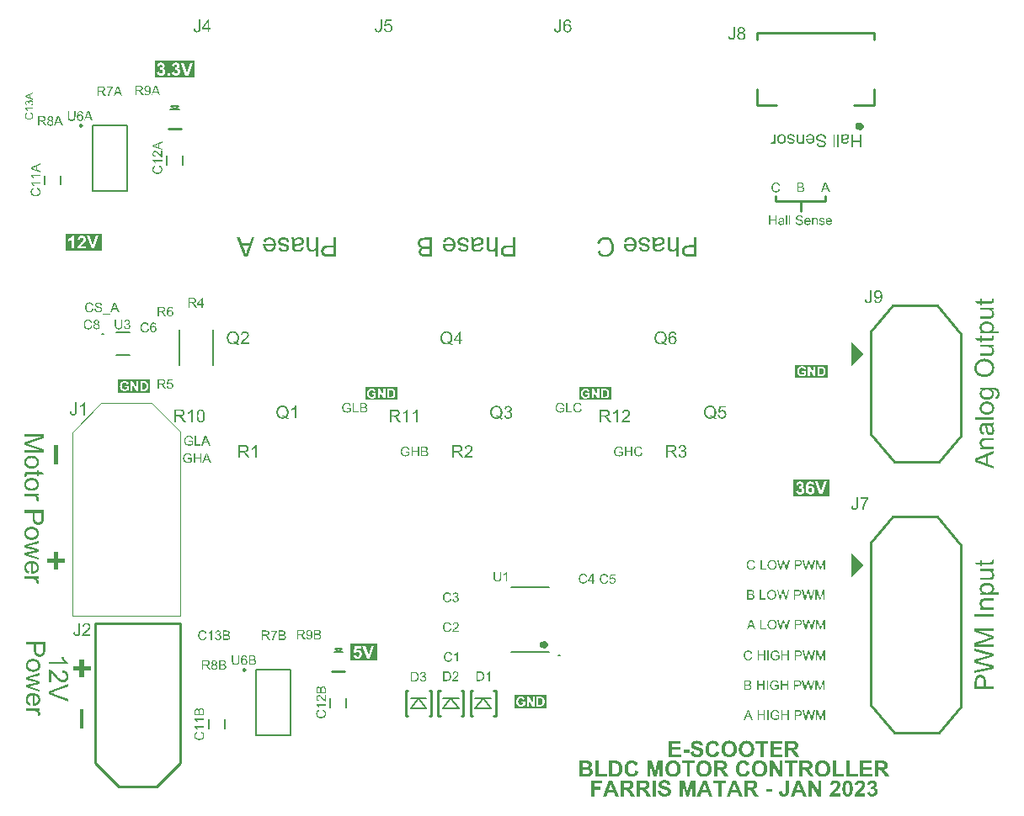
<source format=gto>
G04*
G04 #@! TF.GenerationSoftware,Altium Limited,Altium Designer,23.3.1 (30)*
G04*
G04 Layer_Color=65535*
%FSLAX25Y25*%
%MOIN*%
G70*
G04*
G04 #@! TF.SameCoordinates,6A428117-56C8-45C2-912A-06D29EFC6305*
G04*
G04*
G04 #@! TF.FilePolarity,Positive*
G04*
G01*
G75*
%ADD10C,0.00984*%
%ADD11C,0.00787*%
%ADD12C,0.01575*%
%ADD13C,0.01000*%
%ADD14C,0.00591*%
%ADD15C,0.00472*%
%ADD16C,0.00500*%
%ADD17C,0.00600*%
G36*
X336614Y96457D02*
X331693Y101378D01*
Y91535D01*
X336614Y96457D01*
D02*
G37*
G36*
Y180118D02*
X331693Y185039D01*
Y175197D01*
X336614Y180118D01*
D02*
G37*
G36*
X211071Y39764D02*
X198377D01*
Y44873D01*
X211071D01*
Y39764D01*
D02*
G37*
G36*
X322292Y170669D02*
X309598D01*
Y175779D01*
X322292D01*
Y170669D01*
D02*
G37*
G36*
X236662Y161815D02*
X223968D01*
Y166925D01*
X236662D01*
Y161815D01*
D02*
G37*
G36*
X71922Y289563D02*
X56030D01*
Y296264D01*
X71922D01*
Y289563D01*
D02*
G37*
G36*
X144229Y58497D02*
X133330D01*
Y65199D01*
X144229D01*
Y58497D01*
D02*
G37*
G36*
X152016Y161815D02*
X139322D01*
Y166925D01*
X152016D01*
Y161815D01*
D02*
G37*
G36*
X323134Y123618D02*
X308756D01*
Y130319D01*
X323134D01*
Y123618D01*
D02*
G37*
G36*
X54226Y164768D02*
X41532D01*
Y169878D01*
X54226D01*
Y164768D01*
D02*
G37*
G36*
X35039Y221059D02*
X20662D01*
Y227760D01*
X35039D01*
Y221059D01*
D02*
G37*
G36*
X12673Y62718D02*
X12662Y62554D01*
X12651Y62368D01*
X12640Y62171D01*
X12619Y61985D01*
X12597Y61821D01*
Y61800D01*
X12575Y61723D01*
X12553Y61625D01*
X12520Y61493D01*
X12466Y61351D01*
X12400Y61198D01*
X12323Y61035D01*
X12236Y60892D01*
X12225Y60870D01*
X12192Y60827D01*
X12127Y60761D01*
X12050Y60674D01*
X11952Y60575D01*
X11821Y60477D01*
X11679Y60368D01*
X11515Y60280D01*
X11493Y60269D01*
X11438Y60247D01*
X11340Y60204D01*
X11209Y60160D01*
X11056Y60127D01*
X10881Y60084D01*
X10684Y60062D01*
X10476Y60051D01*
X10465D01*
X10433D01*
X10389D01*
X10312Y60062D01*
X10236Y60073D01*
X10137Y60084D01*
X10028Y60105D01*
X9908Y60127D01*
X9657Y60204D01*
X9525Y60247D01*
X9383Y60313D01*
X9241Y60390D01*
X9110Y60466D01*
X8979Y60565D01*
X8848Y60674D01*
X8837Y60685D01*
X8815Y60707D01*
X8782Y60739D01*
X8749Y60794D01*
X8695Y60860D01*
X8640Y60947D01*
X8574Y61056D01*
X8520Y61177D01*
X8454Y61319D01*
X8389Y61483D01*
X8334Y61658D01*
X8290Y61865D01*
X8247Y62084D01*
X8214Y62324D01*
X8192Y62598D01*
X8181Y62882D01*
Y64816D01*
X5110D01*
Y65822D01*
X12673D01*
Y62718D01*
D02*
G37*
G36*
X19880Y59958D02*
X19902Y59936D01*
X19913Y59892D01*
X19946Y59838D01*
X19979Y59772D01*
X20022Y59696D01*
X20132Y59510D01*
X20252Y59291D01*
X20405Y59073D01*
X20580Y58843D01*
X20766Y58614D01*
X20777Y58603D01*
X20788Y58592D01*
X20820Y58559D01*
X20853Y58515D01*
X20963Y58417D01*
X21094Y58286D01*
X21247Y58154D01*
X21422Y58012D01*
X21596Y57892D01*
X21782Y57783D01*
Y57182D01*
X14186D01*
Y58111D01*
X20099D01*
X20088Y58122D01*
X20044Y58176D01*
X19979Y58242D01*
X19902Y58351D01*
X19804Y58471D01*
X19695Y58624D01*
X19574Y58799D01*
X19454Y58996D01*
Y59007D01*
X19443Y59018D01*
X19399Y59083D01*
X19345Y59193D01*
X19279Y59324D01*
X19203Y59477D01*
X19126Y59641D01*
X19050Y59805D01*
X18984Y59969D01*
X19880D01*
Y59958D01*
D02*
G37*
G36*
X7995Y59231D02*
X8105D01*
X8225Y59220D01*
X8378Y59198D01*
X8531Y59176D01*
X8706Y59133D01*
X8880Y59089D01*
X9066Y59034D01*
X9263Y58969D01*
X9449Y58881D01*
X9624Y58794D01*
X9799Y58674D01*
X9963Y58553D01*
X10105Y58400D01*
X10116Y58389D01*
X10126Y58368D01*
X10159Y58324D01*
X10203Y58269D01*
X10247Y58204D01*
X10301Y58116D01*
X10356Y58029D01*
X10411Y57919D01*
X10465Y57799D01*
X10520Y57668D01*
X10618Y57373D01*
X10695Y57034D01*
X10706Y56859D01*
X10717Y56673D01*
Y56564D01*
X10706Y56488D01*
X10695Y56389D01*
X10673Y56280D01*
X10651Y56160D01*
X10629Y56018D01*
X10531Y55722D01*
X10476Y55569D01*
X10400Y55417D01*
X10323Y55263D01*
X10214Y55110D01*
X10105Y54968D01*
X9973Y54826D01*
X9963Y54815D01*
X9941Y54793D01*
X9897Y54761D01*
X9842Y54717D01*
X9766Y54662D01*
X9667Y54597D01*
X9558Y54531D01*
X9438Y54466D01*
X9307Y54400D01*
X9143Y54334D01*
X8979Y54269D01*
X8793Y54214D01*
X8596Y54170D01*
X8389Y54138D01*
X8170Y54116D01*
X7930Y54105D01*
X7919D01*
X7886D01*
X7831D01*
X7755D01*
X7667Y54116D01*
X7558Y54127D01*
X7449D01*
X7328Y54149D01*
X7055Y54181D01*
X6782Y54247D01*
X6509Y54324D01*
X6257Y54433D01*
X6246D01*
X6235Y54444D01*
X6203Y54466D01*
X6159Y54487D01*
X6050Y54564D01*
X5918Y54662D01*
X5765Y54793D01*
X5612Y54957D01*
X5459Y55143D01*
X5317Y55362D01*
Y55373D01*
X5306Y55384D01*
X5285Y55417D01*
X5263Y55471D01*
X5241Y55526D01*
X5219Y55591D01*
X5153Y55755D01*
X5099Y55941D01*
X5044Y56171D01*
X5000Y56411D01*
X4989Y56673D01*
Y56783D01*
X5000Y56870D01*
X5011Y56968D01*
X5033Y57078D01*
X5055Y57209D01*
X5077Y57340D01*
X5164Y57635D01*
X5230Y57799D01*
X5296Y57952D01*
X5383Y58105D01*
X5481Y58258D01*
X5591Y58400D01*
X5722Y58542D01*
X5733Y58553D01*
X5754Y58575D01*
X5798Y58608D01*
X5864Y58652D01*
X5940Y58706D01*
X6028Y58761D01*
X6137Y58827D01*
X6268Y58892D01*
X6410Y58958D01*
X6574Y59023D01*
X6749Y59078D01*
X6935Y59133D01*
X7143Y59176D01*
X7361Y59209D01*
X7602Y59231D01*
X7853Y59242D01*
X7875D01*
X7919D01*
X7995Y59231D01*
D02*
G37*
G36*
X14394Y54919D02*
X14492Y54908D01*
X14601Y54886D01*
X14711Y54865D01*
X14831Y54821D01*
X14842D01*
X14853Y54810D01*
X14918Y54788D01*
X15017Y54744D01*
X15148Y54679D01*
X15301Y54591D01*
X15476Y54482D01*
X15651Y54362D01*
X15836Y54209D01*
X15847D01*
X15858Y54187D01*
X15924Y54132D01*
X16022Y54034D01*
X16164Y53892D01*
X16328Y53728D01*
X16525Y53520D01*
X16744Y53269D01*
X16973Y52996D01*
X16984Y52984D01*
X17017Y52941D01*
X17071Y52875D01*
X17137Y52799D01*
X17224Y52700D01*
X17323Y52580D01*
X17432Y52460D01*
X17552Y52318D01*
X17815Y52045D01*
X18077Y51771D01*
X18208Y51640D01*
X18339Y51520D01*
X18460Y51411D01*
X18580Y51323D01*
X18591D01*
X18602Y51301D01*
X18634Y51279D01*
X18678Y51258D01*
X18798Y51181D01*
X18940Y51094D01*
X19115Y51017D01*
X19301Y50941D01*
X19509Y50897D01*
X19706Y50875D01*
X19716D01*
X19727D01*
X19793Y50886D01*
X19902Y50897D01*
X20022Y50930D01*
X20176Y50973D01*
X20329Y51050D01*
X20482Y51148D01*
X20635Y51279D01*
X20656Y51301D01*
X20700Y51356D01*
X20755Y51433D01*
X20831Y51553D01*
X20897Y51706D01*
X20963Y51881D01*
X21006Y52088D01*
X21017Y52318D01*
Y52383D01*
X21006Y52427D01*
X20995Y52558D01*
X20963Y52711D01*
X20919Y52875D01*
X20842Y53061D01*
X20744Y53236D01*
X20613Y53400D01*
X20591Y53422D01*
X20536Y53465D01*
X20449Y53531D01*
X20318Y53597D01*
X20165Y53673D01*
X19968Y53739D01*
X19749Y53782D01*
X19498Y53804D01*
X19596Y54755D01*
X19607D01*
X19640Y54744D01*
X19695D01*
X19771Y54733D01*
X19859Y54712D01*
X19957Y54690D01*
X20077Y54657D01*
X20197Y54624D01*
X20460Y54537D01*
X20722Y54405D01*
X20853Y54329D01*
X20984Y54231D01*
X21105Y54132D01*
X21214Y54023D01*
X21225Y54012D01*
X21236Y53990D01*
X21269Y53957D01*
X21301Y53903D01*
X21345Y53837D01*
X21389Y53761D01*
X21443Y53673D01*
X21498Y53564D01*
X21553Y53444D01*
X21607Y53312D01*
X21651Y53170D01*
X21695Y53017D01*
X21728Y52853D01*
X21760Y52679D01*
X21771Y52493D01*
X21782Y52296D01*
Y52187D01*
X21771Y52110D01*
X21760Y52023D01*
X21749Y51913D01*
X21728Y51793D01*
X21706Y51673D01*
X21629Y51389D01*
X21520Y51105D01*
X21454Y50963D01*
X21378Y50820D01*
X21280Y50689D01*
X21170Y50569D01*
X21159Y50558D01*
X21148Y50536D01*
X21105Y50514D01*
X21061Y50471D01*
X21006Y50416D01*
X20930Y50361D01*
X20853Y50307D01*
X20755Y50241D01*
X20547Y50132D01*
X20285Y50023D01*
X20154Y49979D01*
X20001Y49957D01*
X19848Y49935D01*
X19684Y49924D01*
X19662D01*
X19607D01*
X19520Y49935D01*
X19399Y49946D01*
X19268Y49968D01*
X19115Y50012D01*
X18951Y50055D01*
X18787Y50121D01*
X18766Y50132D01*
X18711Y50154D01*
X18623Y50197D01*
X18503Y50263D01*
X18372Y50350D01*
X18208Y50460D01*
X18044Y50591D01*
X17858Y50744D01*
X17837Y50766D01*
X17771Y50820D01*
X17716Y50875D01*
X17662Y50930D01*
X17596Y50995D01*
X17509Y51083D01*
X17421Y51170D01*
X17323Y51279D01*
X17213Y51389D01*
X17093Y51520D01*
X16973Y51662D01*
X16831Y51815D01*
X16689Y51990D01*
X16536Y52165D01*
X16525Y52176D01*
X16503Y52198D01*
X16470Y52241D01*
X16427Y52296D01*
X16361Y52362D01*
X16295Y52438D01*
X16153Y52613D01*
X15989Y52799D01*
X15825Y52974D01*
X15683Y53127D01*
X15629Y53192D01*
X15574Y53247D01*
X15563Y53258D01*
X15530Y53291D01*
X15487Y53334D01*
X15421Y53389D01*
X15345Y53444D01*
X15268Y53509D01*
X15082Y53640D01*
Y49913D01*
X14186D01*
Y54930D01*
X14197D01*
X14241D01*
X14306D01*
X14394Y54919D01*
D02*
G37*
G36*
X10597Y52717D02*
X7427Y51842D01*
X6246Y51536D01*
X6257D01*
X6279Y51525D01*
X6334Y51514D01*
X6367Y51503D01*
X6421Y51493D01*
X6487Y51482D01*
X6563Y51460D01*
X6651Y51438D01*
X6760Y51405D01*
X6880Y51372D01*
X7022Y51340D01*
X7186Y51296D01*
X7372Y51252D01*
X10597Y50378D01*
Y49427D01*
X7405Y48607D01*
X6356Y48334D01*
X7416Y48017D01*
X10597Y47077D01*
Y46170D01*
X5110Y47897D01*
Y48847D01*
X8389Y49722D01*
X9329Y49940D01*
X5110Y51044D01*
Y52028D01*
X10597Y53689D01*
Y52717D01*
D02*
G37*
G36*
X21749Y48230D02*
X16252Y46263D01*
X16241D01*
X16219Y46252D01*
X16186Y46241D01*
X16142Y46219D01*
X16077Y46208D01*
X16011Y46186D01*
X15847Y46131D01*
X15662Y46066D01*
X15454Y46000D01*
X15017Y45869D01*
X15028D01*
X15049Y45858D01*
X15082Y45847D01*
X15126Y45836D01*
X15246Y45803D01*
X15410Y45749D01*
X15596Y45694D01*
X15804Y45629D01*
X16022Y45552D01*
X16252Y45465D01*
X21749Y43410D01*
Y42393D01*
X14186Y45344D01*
Y46394D01*
X21749Y49323D01*
Y48230D01*
D02*
G37*
G36*
X8028Y45689D02*
X8148Y45678D01*
X8279Y45667D01*
X8432Y45645D01*
X8585Y45612D01*
X8935Y45525D01*
X9110Y45470D01*
X9296Y45405D01*
X9471Y45317D01*
X9635Y45219D01*
X9799Y45110D01*
X9952Y44989D01*
X9963Y44978D01*
X9984Y44956D01*
X10017Y44913D01*
X10072Y44858D01*
X10126Y44793D01*
X10192Y44705D01*
X10269Y44607D01*
X10334Y44486D01*
X10411Y44366D01*
X10476Y44224D01*
X10542Y44071D01*
X10597Y43907D01*
X10651Y43732D01*
X10684Y43547D01*
X10706Y43350D01*
X10717Y43142D01*
Y43033D01*
X10706Y42956D01*
X10695Y42869D01*
X10673Y42759D01*
X10651Y42639D01*
X10618Y42497D01*
X10586Y42366D01*
X10531Y42213D01*
X10476Y42071D01*
X10400Y41918D01*
X10312Y41765D01*
X10214Y41612D01*
X10094Y41470D01*
X9963Y41339D01*
X9952Y41328D01*
X9930Y41306D01*
X9886Y41273D01*
X9821Y41229D01*
X9744Y41175D01*
X9657Y41120D01*
X9547Y41054D01*
X9416Y40989D01*
X9274Y40923D01*
X9121Y40858D01*
X8946Y40803D01*
X8760Y40748D01*
X8553Y40705D01*
X8334Y40672D01*
X8105Y40650D01*
X7853Y40639D01*
X7842D01*
X7798D01*
X7722D01*
X7613Y40650D01*
Y44749D01*
X7602D01*
X7569D01*
X7525Y44738D01*
X7460D01*
X7383Y44727D01*
X7296Y44705D01*
X7099Y44672D01*
X6880Y44607D01*
X6640Y44519D01*
X6421Y44399D01*
X6225Y44246D01*
Y44235D01*
X6203Y44224D01*
X6148Y44159D01*
X6072Y44060D01*
X5995Y43929D01*
X5908Y43754D01*
X5831Y43557D01*
X5776Y43339D01*
X5765Y43219D01*
X5754Y43087D01*
Y43000D01*
X5765Y42902D01*
X5787Y42781D01*
X5820Y42650D01*
X5864Y42497D01*
X5929Y42355D01*
X6017Y42213D01*
X6028Y42202D01*
X6072Y42147D01*
X6137Y42082D01*
X6225Y42005D01*
X6345Y41918D01*
X6498Y41820D01*
X6673Y41721D01*
X6880Y41634D01*
X6760Y40672D01*
X6749D01*
X6727Y40683D01*
X6684Y40694D01*
X6618Y40716D01*
X6552Y40748D01*
X6465Y40781D01*
X6279Y40869D01*
X6072Y40978D01*
X5853Y41131D01*
X5645Y41306D01*
X5449Y41524D01*
Y41535D01*
X5427Y41557D01*
X5405Y41590D01*
X5372Y41634D01*
X5339Y41699D01*
X5306Y41765D01*
X5263Y41852D01*
X5219Y41951D01*
X5175Y42060D01*
X5131Y42169D01*
X5066Y42443D01*
X5011Y42749D01*
X4989Y43087D01*
Y43208D01*
X5000Y43284D01*
X5011Y43382D01*
X5033Y43503D01*
X5055Y43634D01*
X5077Y43776D01*
X5164Y44082D01*
X5230Y44246D01*
X5296Y44399D01*
X5383Y44563D01*
X5481Y44716D01*
X5591Y44858D01*
X5722Y45000D01*
X5733Y45011D01*
X5754Y45033D01*
X5798Y45066D01*
X5864Y45110D01*
X5940Y45164D01*
X6028Y45219D01*
X6137Y45284D01*
X6257Y45350D01*
X6399Y45415D01*
X6552Y45481D01*
X6727Y45536D01*
X6913Y45590D01*
X7110Y45634D01*
X7328Y45667D01*
X7558Y45689D01*
X7798Y45700D01*
X7809D01*
X7864D01*
X7930D01*
X8028Y45689D01*
D02*
G37*
G36*
X10597Y38672D02*
X9766D01*
X9777Y38661D01*
X9853Y38617D01*
X9952Y38562D01*
X10072Y38475D01*
X10192Y38388D01*
X10323Y38289D01*
X10433Y38191D01*
X10520Y38092D01*
X10531Y38081D01*
X10553Y38049D01*
X10586Y37983D01*
X10618Y37918D01*
X10651Y37830D01*
X10684Y37721D01*
X10706Y37611D01*
X10717Y37491D01*
Y37415D01*
X10706Y37316D01*
X10684Y37196D01*
X10640Y37054D01*
X10586Y36901D01*
X10509Y36726D01*
X10411Y36540D01*
X9558Y36879D01*
X9569Y36890D01*
X9591Y36934D01*
X9624Y36999D01*
X9657Y37087D01*
X9689Y37185D01*
X9722Y37306D01*
X9744Y37426D01*
X9755Y37546D01*
Y37601D01*
X9744Y37655D01*
X9733Y37732D01*
X9711Y37808D01*
X9678Y37907D01*
X9635Y38005D01*
X9569Y38092D01*
X9558Y38103D01*
X9536Y38136D01*
X9493Y38169D01*
X9438Y38224D01*
X9361Y38278D01*
X9274Y38333D01*
X9176Y38388D01*
X9055Y38431D01*
X9033Y38442D01*
X8968Y38453D01*
X8870Y38475D01*
X8738Y38508D01*
X8574Y38541D01*
X8389Y38562D01*
X8192Y38573D01*
X7973Y38584D01*
X5110D01*
Y39513D01*
X10597D01*
Y38672D01*
D02*
G37*
G36*
X270793Y26811D02*
X270894Y26802D01*
X271012Y26793D01*
X271130Y26775D01*
X271267Y26757D01*
X271558Y26693D01*
X271704Y26647D01*
X271850Y26602D01*
X271996Y26538D01*
X272132Y26465D01*
X272260Y26383D01*
X272378Y26292D01*
X272388Y26283D01*
X272406Y26265D01*
X272433Y26237D01*
X272469Y26201D01*
X272515Y26146D01*
X272570Y26082D01*
X272624Y26010D01*
X272688Y25927D01*
X272743Y25827D01*
X272797Y25727D01*
X272852Y25609D01*
X272898Y25481D01*
X272943Y25354D01*
X272980Y25208D01*
X273007Y25062D01*
X273016Y24898D01*
X271741Y24853D01*
Y24862D01*
Y24871D01*
X271723Y24935D01*
X271704Y25016D01*
X271668Y25117D01*
X271622Y25235D01*
X271558Y25344D01*
X271477Y25454D01*
X271385Y25545D01*
X271376Y25554D01*
X271340Y25581D01*
X271276Y25618D01*
X271185Y25654D01*
X271076Y25691D01*
X270939Y25727D01*
X270775Y25754D01*
X270584Y25764D01*
X270493D01*
X270392Y25754D01*
X270274Y25736D01*
X270137Y25709D01*
X269992Y25663D01*
X269855Y25609D01*
X269727Y25527D01*
X269718Y25518D01*
X269700Y25499D01*
X269664Y25472D01*
X269627Y25427D01*
X269591Y25372D01*
X269554Y25299D01*
X269536Y25226D01*
X269527Y25135D01*
Y25126D01*
Y25098D01*
X269536Y25053D01*
X269554Y25007D01*
X269573Y24944D01*
X269600Y24880D01*
X269645Y24816D01*
X269709Y24752D01*
X269718Y24743D01*
X269764Y24716D01*
X269791Y24698D01*
X269837Y24679D01*
X269882Y24652D01*
X269946Y24625D01*
X270019Y24598D01*
X270101Y24561D01*
X270201Y24525D01*
X270301Y24488D01*
X270429Y24452D01*
X270566Y24415D01*
X270711Y24379D01*
X270875Y24333D01*
X270884D01*
X270921Y24324D01*
X270966Y24315D01*
X271030Y24297D01*
X271103Y24279D01*
X271194Y24251D01*
X271294Y24224D01*
X271395Y24197D01*
X271613Y24124D01*
X271841Y24051D01*
X272060Y23969D01*
X272151Y23923D01*
X272242Y23878D01*
X272251D01*
X272260Y23869D01*
X272315Y23832D01*
X272397Y23778D01*
X272497Y23705D01*
X272606Y23614D01*
X272725Y23504D01*
X272843Y23377D01*
X272943Y23231D01*
X272952Y23213D01*
X272980Y23158D01*
X273025Y23076D01*
X273071Y22958D01*
X273116Y22812D01*
X273162Y22639D01*
X273189Y22447D01*
X273198Y22229D01*
Y22220D01*
Y22202D01*
Y22174D01*
Y22138D01*
X273189Y22092D01*
X273180Y22028D01*
X273162Y21901D01*
X273126Y21737D01*
X273071Y21564D01*
X272989Y21391D01*
X272889Y21209D01*
Y21199D01*
X272870Y21190D01*
X272834Y21136D01*
X272761Y21045D01*
X272670Y20944D01*
X272551Y20826D01*
X272397Y20717D01*
X272233Y20607D01*
X272032Y20507D01*
X272023D01*
X272005Y20498D01*
X271978Y20489D01*
X271932Y20471D01*
X271877Y20452D01*
X271814Y20434D01*
X271741Y20416D01*
X271659Y20398D01*
X271558Y20370D01*
X271458Y20352D01*
X271221Y20316D01*
X270957Y20289D01*
X270666Y20279D01*
X270547D01*
X270465Y20289D01*
X270365Y20298D01*
X270256Y20307D01*
X270128Y20325D01*
X269992Y20352D01*
X269691Y20416D01*
X269536Y20461D01*
X269390Y20507D01*
X269235Y20571D01*
X269090Y20644D01*
X268953Y20726D01*
X268826Y20826D01*
X268816Y20835D01*
X268798Y20853D01*
X268762Y20881D01*
X268725Y20926D01*
X268671Y20990D01*
X268616Y21063D01*
X268552Y21145D01*
X268489Y21236D01*
X268425Y21345D01*
X268361Y21464D01*
X268297Y21600D01*
X268233Y21746D01*
X268188Y21901D01*
X268133Y22074D01*
X268097Y22256D01*
X268069Y22447D01*
X269308Y22566D01*
Y22557D01*
X269318Y22539D01*
Y22502D01*
X269327Y22466D01*
X269363Y22356D01*
X269409Y22220D01*
X269463Y22065D01*
X269545Y21910D01*
X269636Y21773D01*
X269755Y21646D01*
X269773Y21637D01*
X269818Y21600D01*
X269891Y21555D01*
X270001Y21500D01*
X270137Y21445D01*
X270292Y21400D01*
X270474Y21363D01*
X270684Y21354D01*
X270784D01*
X270894Y21373D01*
X271030Y21391D01*
X271176Y21418D01*
X271331Y21464D01*
X271477Y21527D01*
X271604Y21609D01*
X271622Y21619D01*
X271659Y21655D01*
X271704Y21710D01*
X271768Y21782D01*
X271823Y21874D01*
X271877Y21983D01*
X271914Y22092D01*
X271923Y22220D01*
Y22229D01*
Y22256D01*
X271914Y22302D01*
X271905Y22356D01*
X271886Y22411D01*
X271868Y22475D01*
X271832Y22539D01*
X271786Y22602D01*
X271777Y22612D01*
X271759Y22630D01*
X271732Y22657D01*
X271686Y22693D01*
X271622Y22739D01*
X271540Y22785D01*
X271449Y22830D01*
X271331Y22876D01*
X271322D01*
X271285Y22894D01*
X271221Y22912D01*
X271176Y22930D01*
X271121Y22940D01*
X271058Y22958D01*
X270985Y22985D01*
X270903Y23003D01*
X270812Y23031D01*
X270702Y23058D01*
X270584Y23085D01*
X270456Y23122D01*
X270310Y23158D01*
X270301D01*
X270265Y23167D01*
X270210Y23185D01*
X270146Y23204D01*
X270064Y23231D01*
X269964Y23258D01*
X269864Y23295D01*
X269746Y23331D01*
X269509Y23422D01*
X269281Y23532D01*
X269163Y23586D01*
X269062Y23650D01*
X268962Y23714D01*
X268880Y23778D01*
X268871Y23787D01*
X268853Y23805D01*
X268826Y23832D01*
X268789Y23869D01*
X268744Y23923D01*
X268698Y23987D01*
X268643Y24051D01*
X268598Y24133D01*
X268489Y24324D01*
X268397Y24543D01*
X268361Y24661D01*
X268334Y24780D01*
X268315Y24916D01*
X268306Y25053D01*
Y25062D01*
Y25071D01*
Y25098D01*
Y25135D01*
X268324Y25226D01*
X268343Y25344D01*
X268370Y25481D01*
X268416Y25636D01*
X268479Y25800D01*
X268570Y25955D01*
Y25964D01*
X268580Y25973D01*
X268625Y26028D01*
X268680Y26101D01*
X268771Y26192D01*
X268880Y26292D01*
X269017Y26401D01*
X269172Y26502D01*
X269354Y26593D01*
X269363D01*
X269381Y26602D01*
X269409Y26611D01*
X269445Y26629D01*
X269500Y26647D01*
X269554Y26665D01*
X269627Y26684D01*
X269709Y26711D01*
X269891Y26747D01*
X270101Y26784D01*
X270338Y26811D01*
X270602Y26820D01*
X270711D01*
X270793Y26811D01*
D02*
G37*
G36*
X277188D02*
X277289Y26802D01*
X277398Y26784D01*
X277526Y26766D01*
X277662Y26738D01*
X277808Y26702D01*
X277963Y26656D01*
X278118Y26602D01*
X278282Y26529D01*
X278437Y26456D01*
X278582Y26365D01*
X278737Y26256D01*
X278874Y26137D01*
X278883D01*
X278892Y26119D01*
X278919Y26092D01*
X278947Y26064D01*
X278983Y26019D01*
X279020Y25964D01*
X279120Y25836D01*
X279220Y25673D01*
X279329Y25472D01*
X279430Y25244D01*
X279521Y24980D01*
X278263Y24679D01*
Y24689D01*
X278254Y24698D01*
Y24725D01*
X278236Y24761D01*
X278209Y24844D01*
X278163Y24953D01*
X278099Y25080D01*
X278017Y25208D01*
X277908Y25335D01*
X277790Y25445D01*
X277772Y25454D01*
X277726Y25490D01*
X277653Y25536D01*
X277553Y25591D01*
X277425Y25645D01*
X277280Y25691D01*
X277116Y25727D01*
X276933Y25736D01*
X276870D01*
X276815Y25727D01*
X276760Y25718D01*
X276688Y25709D01*
X276533Y25673D01*
X276350Y25609D01*
X276159Y25518D01*
X276059Y25463D01*
X275968Y25399D01*
X275877Y25317D01*
X275795Y25226D01*
Y25217D01*
X275777Y25199D01*
X275758Y25171D01*
X275731Y25126D01*
X275694Y25071D01*
X275658Y25007D01*
X275622Y24925D01*
X275585Y24834D01*
X275540Y24725D01*
X275503Y24607D01*
X275467Y24470D01*
X275430Y24324D01*
X275403Y24160D01*
X275385Y23987D01*
X275376Y23796D01*
X275366Y23586D01*
Y23577D01*
Y23532D01*
Y23468D01*
X275376Y23395D01*
Y23295D01*
X275394Y23176D01*
X275403Y23058D01*
X275421Y22921D01*
X275476Y22639D01*
X275549Y22356D01*
X275594Y22220D01*
X275658Y22092D01*
X275722Y21974D01*
X275795Y21874D01*
X275804Y21865D01*
X275813Y21855D01*
X275840Y21828D01*
X275877Y21792D01*
X275968Y21719D01*
X276095Y21628D01*
X276250Y21527D01*
X276442Y21454D01*
X276660Y21391D01*
X276779Y21382D01*
X276906Y21373D01*
X276952D01*
X276988Y21382D01*
X277088Y21391D01*
X277207Y21409D01*
X277334Y21454D01*
X277480Y21509D01*
X277626Y21582D01*
X277772Y21691D01*
X277790Y21710D01*
X277835Y21755D01*
X277899Y21828D01*
X277972Y21937D01*
X278063Y22083D01*
X278145Y22256D01*
X278227Y22466D01*
X278300Y22712D01*
X279539Y22329D01*
Y22320D01*
X279530Y22284D01*
X279512Y22229D01*
X279484Y22156D01*
X279448Y22074D01*
X279411Y21974D01*
X279366Y21865D01*
X279311Y21746D01*
X279184Y21500D01*
X279020Y21245D01*
X278819Y20999D01*
X278710Y20890D01*
X278591Y20789D01*
X278582Y20780D01*
X278564Y20771D01*
X278528Y20744D01*
X278473Y20707D01*
X278409Y20671D01*
X278327Y20635D01*
X278236Y20589D01*
X278136Y20543D01*
X278017Y20489D01*
X277890Y20443D01*
X277753Y20407D01*
X277608Y20370D01*
X277453Y20334D01*
X277280Y20307D01*
X277106Y20298D01*
X276915Y20289D01*
X276861D01*
X276797Y20298D01*
X276706Y20307D01*
X276606Y20316D01*
X276478Y20334D01*
X276341Y20361D01*
X276186Y20398D01*
X276032Y20443D01*
X275868Y20498D01*
X275694Y20571D01*
X275521Y20653D01*
X275348Y20744D01*
X275175Y20862D01*
X275011Y20990D01*
X274856Y21145D01*
X274847Y21154D01*
X274820Y21181D01*
X274783Y21236D01*
X274729Y21300D01*
X274674Y21391D01*
X274601Y21491D01*
X274528Y21619D01*
X274455Y21764D01*
X274383Y21919D01*
X274310Y22092D01*
X274237Y22293D01*
X274182Y22502D01*
X274128Y22721D01*
X274091Y22967D01*
X274064Y23222D01*
X274055Y23495D01*
Y23504D01*
Y23513D01*
Y23568D01*
X274064Y23650D01*
Y23759D01*
X274082Y23887D01*
X274100Y24042D01*
X274118Y24206D01*
X274155Y24397D01*
X274200Y24588D01*
X274255Y24789D01*
X274319Y24989D01*
X274401Y25199D01*
X274492Y25399D01*
X274601Y25591D01*
X274720Y25773D01*
X274866Y25946D01*
X274875Y25955D01*
X274902Y25982D01*
X274948Y26028D01*
X275011Y26082D01*
X275093Y26146D01*
X275193Y26219D01*
X275303Y26301D01*
X275439Y26383D01*
X275585Y26465D01*
X275740Y26547D01*
X275922Y26620D01*
X276104Y26684D01*
X276314Y26738D01*
X276523Y26784D01*
X276760Y26811D01*
X276997Y26820D01*
X277106D01*
X277188Y26811D01*
D02*
G37*
G36*
X267696Y22083D02*
X265318D01*
Y23295D01*
X267696D01*
Y22083D01*
D02*
G37*
G36*
X308527Y26693D02*
X308627D01*
X308727Y26684D01*
X308846D01*
X309083Y26656D01*
X309329Y26629D01*
X309556Y26583D01*
X309657Y26556D01*
X309748Y26529D01*
X309757D01*
X309766Y26520D01*
X309821Y26492D01*
X309903Y26447D01*
X310012Y26392D01*
X310130Y26301D01*
X310249Y26201D01*
X310367Y26073D01*
X310476Y25918D01*
Y25909D01*
X310486Y25900D01*
X310504Y25873D01*
X310522Y25846D01*
X310568Y25754D01*
X310622Y25636D01*
X310668Y25490D01*
X310713Y25326D01*
X310750Y25135D01*
X310759Y24935D01*
Y24925D01*
Y24907D01*
Y24862D01*
X310750Y24816D01*
Y24752D01*
X310741Y24689D01*
X310704Y24525D01*
X310659Y24333D01*
X310586Y24142D01*
X310476Y23942D01*
X310413Y23851D01*
X310340Y23759D01*
X310331Y23750D01*
X310322Y23741D01*
X310294Y23714D01*
X310258Y23686D01*
X310221Y23650D01*
X310167Y23605D01*
X310103Y23559D01*
X310030Y23513D01*
X309948Y23459D01*
X309848Y23413D01*
X309748Y23368D01*
X309638Y23322D01*
X309511Y23277D01*
X309383Y23240D01*
X309247Y23204D01*
X309092Y23176D01*
X309101D01*
X309110Y23167D01*
X309165Y23131D01*
X309238Y23085D01*
X309329Y23021D01*
X309438Y22940D01*
X309547Y22858D01*
X309666Y22757D01*
X309766Y22648D01*
X309775Y22639D01*
X309821Y22593D01*
X309875Y22520D01*
X309957Y22411D01*
X310067Y22274D01*
X310121Y22183D01*
X310185Y22092D01*
X310258Y21992D01*
X310331Y21883D01*
X310413Y21755D01*
X310495Y21628D01*
X311269Y20398D01*
X309738D01*
X308828Y21764D01*
X308818Y21773D01*
X308809Y21801D01*
X308782Y21837D01*
X308746Y21883D01*
X308709Y21937D01*
X308664Y22010D01*
X308563Y22156D01*
X308445Y22320D01*
X308336Y22466D01*
X308235Y22602D01*
X308190Y22648D01*
X308153Y22693D01*
X308144Y22703D01*
X308126Y22721D01*
X308090Y22757D01*
X308044Y22803D01*
X307980Y22839D01*
X307917Y22885D01*
X307844Y22921D01*
X307771Y22958D01*
X307762D01*
X307734Y22967D01*
X307689Y22985D01*
X307616Y22994D01*
X307525Y23012D01*
X307416Y23021D01*
X307288Y23031D01*
X306878D01*
Y20398D01*
X305603D01*
Y26702D01*
X308445D01*
X308527Y26693D01*
D02*
G37*
G36*
X304400Y25636D02*
X301002D01*
Y24242D01*
X304163D01*
Y23176D01*
X301002D01*
Y21464D01*
X304519D01*
Y20398D01*
X299727D01*
Y26702D01*
X304400D01*
Y25636D01*
D02*
G37*
G36*
X298898D02*
X297039D01*
Y20398D01*
X295764D01*
Y25636D01*
X293896D01*
Y26702D01*
X298898D01*
Y25636D01*
D02*
G37*
G36*
X264270D02*
X260873D01*
Y24242D01*
X264034D01*
Y23176D01*
X260873D01*
Y21464D01*
X264389D01*
Y20398D01*
X259597D01*
Y26702D01*
X264270D01*
Y25636D01*
D02*
G37*
G36*
X290407Y26811D02*
X290498D01*
X290617Y26793D01*
X290753Y26775D01*
X290908Y26747D01*
X291072Y26711D01*
X291245Y26665D01*
X291427Y26611D01*
X291610Y26538D01*
X291801Y26456D01*
X291983Y26356D01*
X292165Y26237D01*
X292338Y26101D01*
X292502Y25946D01*
X292512Y25937D01*
X292539Y25909D01*
X292584Y25855D01*
X292630Y25791D01*
X292694Y25700D01*
X292767Y25591D01*
X292840Y25463D01*
X292921Y25317D01*
X293004Y25162D01*
X293076Y24980D01*
X293149Y24780D01*
X293213Y24570D01*
X293268Y24333D01*
X293304Y24087D01*
X293331Y23823D01*
X293340Y23541D01*
Y23523D01*
Y23477D01*
X293331Y23395D01*
Y23286D01*
X293313Y23158D01*
X293295Y23012D01*
X293268Y22839D01*
X293240Y22666D01*
X293195Y22475D01*
X293140Y22274D01*
X293067Y22074D01*
X292985Y21874D01*
X292894Y21682D01*
X292776Y21491D01*
X292648Y21309D01*
X292502Y21136D01*
X292493Y21127D01*
X292466Y21099D01*
X292420Y21054D01*
X292348Y20999D01*
X292266Y20935D01*
X292165Y20862D01*
X292047Y20789D01*
X291919Y20707D01*
X291764Y20626D01*
X291600Y20553D01*
X291418Y20480D01*
X291218Y20416D01*
X291008Y20361D01*
X290781Y20316D01*
X290544Y20289D01*
X290289Y20279D01*
X290225D01*
X290152Y20289D01*
X290061Y20298D01*
X289943Y20307D01*
X289806Y20325D01*
X289651Y20352D01*
X289487Y20389D01*
X289305Y20434D01*
X289132Y20489D01*
X288940Y20562D01*
X288758Y20644D01*
X288567Y20735D01*
X288394Y20853D01*
X288221Y20981D01*
X288057Y21136D01*
X288048Y21145D01*
X288020Y21172D01*
X287984Y21227D01*
X287929Y21291D01*
X287865Y21382D01*
X287793Y21491D01*
X287720Y21609D01*
X287647Y21755D01*
X287565Y21910D01*
X287492Y22092D01*
X287419Y22284D01*
X287355Y22493D01*
X287301Y22721D01*
X287264Y22967D01*
X287237Y23231D01*
X287228Y23504D01*
Y23513D01*
Y23550D01*
Y23595D01*
X287237Y23668D01*
Y23750D01*
X287246Y23841D01*
X287255Y23951D01*
X287264Y24069D01*
X287301Y24324D01*
X287346Y24598D01*
X287419Y24871D01*
X287510Y25126D01*
Y25135D01*
X287519Y25144D01*
X287538Y25171D01*
X287547Y25208D01*
X287601Y25299D01*
X287665Y25417D01*
X287747Y25554D01*
X287847Y25691D01*
X287966Y25846D01*
X288093Y25991D01*
X288102Y26000D01*
X288111Y26010D01*
X288157Y26055D01*
X288239Y26128D01*
X288339Y26210D01*
X288458Y26301D01*
X288594Y26401D01*
X288749Y26492D01*
X288913Y26565D01*
X288922D01*
X288940Y26574D01*
X288977Y26593D01*
X289022Y26602D01*
X289077Y26629D01*
X289141Y26647D01*
X289223Y26665D01*
X289305Y26693D01*
X289505Y26738D01*
X289733Y26784D01*
X289997Y26811D01*
X290270Y26820D01*
X290334D01*
X290407Y26811D01*
D02*
G37*
G36*
X283556D02*
X283647D01*
X283766Y26793D01*
X283903Y26775D01*
X284057Y26747D01*
X284221Y26711D01*
X284395Y26665D01*
X284577Y26611D01*
X284759Y26538D01*
X284950Y26456D01*
X285132Y26356D01*
X285315Y26237D01*
X285488Y26101D01*
X285652Y25946D01*
X285661Y25937D01*
X285688Y25909D01*
X285734Y25855D01*
X285779Y25791D01*
X285843Y25700D01*
X285916Y25591D01*
X285989Y25463D01*
X286071Y25317D01*
X286153Y25162D01*
X286226Y24980D01*
X286298Y24780D01*
X286362Y24570D01*
X286417Y24333D01*
X286453Y24087D01*
X286481Y23823D01*
X286490Y23541D01*
Y23523D01*
Y23477D01*
X286481Y23395D01*
Y23286D01*
X286462Y23158D01*
X286444Y23012D01*
X286417Y22839D01*
X286390Y22666D01*
X286344Y22475D01*
X286289Y22274D01*
X286216Y22074D01*
X286135Y21874D01*
X286043Y21682D01*
X285925Y21491D01*
X285798Y21309D01*
X285652Y21136D01*
X285643Y21127D01*
X285615Y21099D01*
X285570Y21054D01*
X285497Y20999D01*
X285415Y20935D01*
X285315Y20862D01*
X285196Y20789D01*
X285069Y20707D01*
X284914Y20626D01*
X284750Y20553D01*
X284568Y20480D01*
X284367Y20416D01*
X284158Y20361D01*
X283930Y20316D01*
X283693Y20289D01*
X283438Y20279D01*
X283374D01*
X283301Y20289D01*
X283210Y20298D01*
X283092Y20307D01*
X282955Y20325D01*
X282800Y20352D01*
X282636Y20389D01*
X282454Y20434D01*
X282281Y20489D01*
X282090Y20562D01*
X281908Y20644D01*
X281716Y20735D01*
X281543Y20853D01*
X281370Y20981D01*
X281206Y21136D01*
X281197Y21145D01*
X281170Y21172D01*
X281133Y21227D01*
X281079Y21291D01*
X281015Y21382D01*
X280942Y21491D01*
X280869Y21609D01*
X280796Y21755D01*
X280714Y21910D01*
X280641Y22092D01*
X280568Y22284D01*
X280505Y22493D01*
X280450Y22721D01*
X280414Y22967D01*
X280386Y23231D01*
X280377Y23504D01*
Y23513D01*
Y23550D01*
Y23595D01*
X280386Y23668D01*
Y23750D01*
X280395Y23841D01*
X280404Y23951D01*
X280414Y24069D01*
X280450Y24324D01*
X280495Y24598D01*
X280568Y24871D01*
X280659Y25126D01*
Y25135D01*
X280668Y25144D01*
X280687Y25171D01*
X280696Y25208D01*
X280750Y25299D01*
X280814Y25417D01*
X280896Y25554D01*
X280996Y25691D01*
X281115Y25846D01*
X281242Y25991D01*
X281252Y26000D01*
X281261Y26010D01*
X281306Y26055D01*
X281388Y26128D01*
X281488Y26210D01*
X281607Y26301D01*
X281744Y26401D01*
X281898Y26492D01*
X282062Y26565D01*
X282071D01*
X282090Y26574D01*
X282126Y26593D01*
X282172Y26602D01*
X282226Y26629D01*
X282290Y26647D01*
X282372Y26665D01*
X282454Y26693D01*
X282655Y26738D01*
X282882Y26784D01*
X283147Y26811D01*
X283420Y26820D01*
X283484D01*
X283556Y26811D01*
D02*
G37*
G36*
X289177Y19009D02*
X289278Y19000D01*
X289387Y18982D01*
X289514Y18964D01*
X289651Y18936D01*
X289797Y18900D01*
X289952Y18855D01*
X290107Y18800D01*
X290270Y18727D01*
X290425Y18654D01*
X290571Y18563D01*
X290726Y18454D01*
X290863Y18335D01*
X290872D01*
X290881Y18317D01*
X290908Y18290D01*
X290935Y18262D01*
X290972Y18217D01*
X291008Y18162D01*
X291109Y18035D01*
X291209Y17871D01*
X291318Y17670D01*
X291418Y17443D01*
X291509Y17178D01*
X290252Y16878D01*
Y16887D01*
X290243Y16896D01*
Y16923D01*
X290225Y16960D01*
X290198Y17042D01*
X290152Y17151D01*
X290088Y17278D01*
X290006Y17406D01*
X289897Y17534D01*
X289778Y17643D01*
X289760Y17652D01*
X289715Y17688D01*
X289642Y17734D01*
X289542Y17789D01*
X289414Y17843D01*
X289268Y17889D01*
X289104Y17925D01*
X288922Y17934D01*
X288858D01*
X288804Y17925D01*
X288749Y17916D01*
X288676Y17907D01*
X288521Y17871D01*
X288339Y17807D01*
X288148Y17716D01*
X288048Y17661D01*
X287957Y17597D01*
X287865Y17515D01*
X287783Y17424D01*
Y17415D01*
X287765Y17397D01*
X287747Y17370D01*
X287720Y17324D01*
X287683Y17269D01*
X287647Y17206D01*
X287610Y17124D01*
X287574Y17032D01*
X287528Y16923D01*
X287492Y16805D01*
X287456Y16668D01*
X287419Y16522D01*
X287392Y16358D01*
X287373Y16185D01*
X287364Y15994D01*
X287355Y15785D01*
Y15775D01*
Y15730D01*
Y15666D01*
X287364Y15593D01*
Y15493D01*
X287383Y15374D01*
X287392Y15256D01*
X287410Y15119D01*
X287465Y14837D01*
X287538Y14555D01*
X287583Y14418D01*
X287647Y14290D01*
X287711Y14172D01*
X287783Y14072D01*
X287793Y14063D01*
X287802Y14054D01*
X287829Y14026D01*
X287865Y13990D01*
X287957Y13917D01*
X288084Y13826D01*
X288239Y13726D01*
X288430Y13653D01*
X288649Y13589D01*
X288767Y13580D01*
X288895Y13571D01*
X288940D01*
X288977Y13580D01*
X289077Y13589D01*
X289195Y13607D01*
X289323Y13653D01*
X289469Y13707D01*
X289615Y13780D01*
X289760Y13890D01*
X289778Y13908D01*
X289824Y13953D01*
X289888Y14026D01*
X289961Y14136D01*
X290052Y14281D01*
X290134Y14454D01*
X290216Y14664D01*
X290289Y14910D01*
X291528Y14527D01*
Y14518D01*
X291519Y14482D01*
X291500Y14427D01*
X291473Y14354D01*
X291437Y14272D01*
X291400Y14172D01*
X291355Y14063D01*
X291300Y13944D01*
X291172Y13698D01*
X291008Y13443D01*
X290808Y13197D01*
X290699Y13088D01*
X290580Y12988D01*
X290571Y12979D01*
X290553Y12969D01*
X290516Y12942D01*
X290462Y12906D01*
X290398Y12869D01*
X290316Y12833D01*
X290225Y12787D01*
X290125Y12742D01*
X290006Y12687D01*
X289879Y12641D01*
X289742Y12605D01*
X289596Y12569D01*
X289441Y12532D01*
X289268Y12505D01*
X289095Y12496D01*
X288904Y12487D01*
X288849D01*
X288786Y12496D01*
X288695Y12505D01*
X288594Y12514D01*
X288467Y12532D01*
X288330Y12560D01*
X288175Y12596D01*
X288020Y12641D01*
X287856Y12696D01*
X287683Y12769D01*
X287510Y12851D01*
X287337Y12942D01*
X287164Y13061D01*
X287000Y13188D01*
X286845Y13343D01*
X286836Y13352D01*
X286809Y13379D01*
X286772Y13434D01*
X286718Y13498D01*
X286663Y13589D01*
X286590Y13689D01*
X286517Y13817D01*
X286444Y13962D01*
X286371Y14117D01*
X286298Y14290D01*
X286226Y14491D01*
X286171Y14700D01*
X286116Y14919D01*
X286080Y15165D01*
X286053Y15420D01*
X286043Y15693D01*
Y15702D01*
Y15712D01*
Y15766D01*
X286053Y15848D01*
Y15958D01*
X286071Y16085D01*
X286089Y16240D01*
X286107Y16404D01*
X286144Y16595D01*
X286189Y16787D01*
X286244Y16987D01*
X286308Y17187D01*
X286390Y17397D01*
X286481Y17597D01*
X286590Y17789D01*
X286708Y17971D01*
X286854Y18144D01*
X286863Y18153D01*
X286891Y18180D01*
X286936Y18226D01*
X287000Y18281D01*
X287082Y18344D01*
X287182Y18417D01*
X287292Y18499D01*
X287428Y18581D01*
X287574Y18663D01*
X287729Y18745D01*
X287911Y18818D01*
X288093Y18882D01*
X288303Y18936D01*
X288512Y18982D01*
X288749Y19009D01*
X288986Y19018D01*
X289095D01*
X289177Y19009D01*
D02*
G37*
G36*
X245130D02*
X245231Y19000D01*
X245340Y18982D01*
X245467Y18964D01*
X245604Y18936D01*
X245750Y18900D01*
X245905Y18855D01*
X246060Y18800D01*
X246224Y18727D01*
X246378Y18654D01*
X246524Y18563D01*
X246679Y18454D01*
X246816Y18335D01*
X246825D01*
X246834Y18317D01*
X246861Y18290D01*
X246889Y18262D01*
X246925Y18217D01*
X246961Y18162D01*
X247062Y18035D01*
X247162Y17871D01*
X247271Y17670D01*
X247372Y17443D01*
X247463Y17178D01*
X246205Y16878D01*
Y16887D01*
X246196Y16896D01*
Y16923D01*
X246178Y16960D01*
X246151Y17042D01*
X246105Y17151D01*
X246041Y17278D01*
X245959Y17406D01*
X245850Y17534D01*
X245732Y17643D01*
X245713Y17652D01*
X245668Y17688D01*
X245595Y17734D01*
X245495Y17789D01*
X245367Y17843D01*
X245221Y17889D01*
X245058Y17925D01*
X244875Y17934D01*
X244812D01*
X244757Y17925D01*
X244702Y17916D01*
X244629Y17907D01*
X244475Y17871D01*
X244292Y17807D01*
X244101Y17716D01*
X244001Y17661D01*
X243910Y17597D01*
X243819Y17515D01*
X243737Y17424D01*
Y17415D01*
X243718Y17397D01*
X243700Y17370D01*
X243673Y17324D01*
X243636Y17269D01*
X243600Y17206D01*
X243564Y17124D01*
X243527Y17032D01*
X243481Y16923D01*
X243445Y16805D01*
X243409Y16668D01*
X243372Y16522D01*
X243345Y16358D01*
X243327Y16185D01*
X243318Y15994D01*
X243308Y15785D01*
Y15775D01*
Y15730D01*
Y15666D01*
X243318Y15593D01*
Y15493D01*
X243336Y15374D01*
X243345Y15256D01*
X243363Y15119D01*
X243418Y14837D01*
X243491Y14555D01*
X243536Y14418D01*
X243600Y14290D01*
X243664Y14172D01*
X243737Y14072D01*
X243746Y14063D01*
X243755Y14054D01*
X243782Y14026D01*
X243819Y13990D01*
X243910Y13917D01*
X244037Y13826D01*
X244192Y13726D01*
X244383Y13653D01*
X244602Y13589D01*
X244721Y13580D01*
X244848Y13571D01*
X244894D01*
X244930Y13580D01*
X245030Y13589D01*
X245149Y13607D01*
X245276Y13653D01*
X245422Y13707D01*
X245568Y13780D01*
X245713Y13890D01*
X245732Y13908D01*
X245777Y13953D01*
X245841Y14026D01*
X245914Y14136D01*
X246005Y14281D01*
X246087Y14454D01*
X246169Y14664D01*
X246242Y14910D01*
X247481Y14527D01*
Y14518D01*
X247472Y14482D01*
X247453Y14427D01*
X247426Y14354D01*
X247390Y14272D01*
X247353Y14172D01*
X247308Y14063D01*
X247253Y13944D01*
X247126Y13698D01*
X246961Y13443D01*
X246761Y13197D01*
X246652Y13088D01*
X246533Y12988D01*
X246524Y12979D01*
X246506Y12969D01*
X246470Y12942D01*
X246415Y12906D01*
X246351Y12869D01*
X246269Y12833D01*
X246178Y12787D01*
X246078Y12742D01*
X245959Y12687D01*
X245832Y12641D01*
X245695Y12605D01*
X245550Y12569D01*
X245395Y12532D01*
X245221Y12505D01*
X245048Y12496D01*
X244857Y12487D01*
X244802D01*
X244739Y12496D01*
X244648Y12505D01*
X244547Y12514D01*
X244420Y12532D01*
X244283Y12560D01*
X244128Y12596D01*
X243973Y12641D01*
X243810Y12696D01*
X243636Y12769D01*
X243463Y12851D01*
X243290Y12942D01*
X243117Y13061D01*
X242953Y13188D01*
X242798Y13343D01*
X242789Y13352D01*
X242762Y13379D01*
X242725Y13434D01*
X242671Y13498D01*
X242616Y13589D01*
X242543Y13689D01*
X242470Y13817D01*
X242397Y13962D01*
X242324Y14117D01*
X242252Y14290D01*
X242179Y14491D01*
X242124Y14700D01*
X242070Y14919D01*
X242033Y15165D01*
X242006Y15420D01*
X241997Y15693D01*
Y15702D01*
Y15712D01*
Y15766D01*
X242006Y15848D01*
Y15958D01*
X242024Y16085D01*
X242042Y16240D01*
X242060Y16404D01*
X242097Y16595D01*
X242142Y16787D01*
X242197Y16987D01*
X242261Y17187D01*
X242343Y17397D01*
X242434Y17597D01*
X242543Y17789D01*
X242662Y17971D01*
X242807Y18144D01*
X242816Y18153D01*
X242844Y18180D01*
X242889Y18226D01*
X242953Y18281D01*
X243035Y18344D01*
X243135Y18417D01*
X243245Y18499D01*
X243381Y18581D01*
X243527Y18663D01*
X243682Y18745D01*
X243864Y18818D01*
X244046Y18882D01*
X244256Y18936D01*
X244465Y18982D01*
X244702Y19009D01*
X244939Y19018D01*
X245048D01*
X245130Y19009D01*
D02*
G37*
G36*
X304491Y12596D02*
X303216D01*
X300656Y16750D01*
Y12596D01*
X299481D01*
Y18900D01*
X300711D01*
X303316Y14655D01*
Y18900D01*
X304491D01*
Y12596D01*
D02*
G37*
G36*
X257083D02*
X255908D01*
X255898Y17552D01*
X254660Y12596D01*
X253430D01*
X252191Y17552D01*
Y12596D01*
X251015D01*
Y18900D01*
X252920D01*
X254049Y14591D01*
X255170Y18900D01*
X257083D01*
Y12596D01*
D02*
G37*
G36*
X344001Y18891D02*
X344102D01*
X344202Y18882D01*
X344320D01*
X344557Y18855D01*
X344803Y18827D01*
X345031Y18782D01*
X345131Y18754D01*
X345222Y18727D01*
X345231D01*
X345240Y18718D01*
X345295Y18691D01*
X345377Y18645D01*
X345486Y18590D01*
X345605Y18499D01*
X345723Y18399D01*
X345842Y18271D01*
X345951Y18117D01*
Y18108D01*
X345960Y18098D01*
X345978Y18071D01*
X345996Y18044D01*
X346042Y17953D01*
X346097Y17834D01*
X346142Y17688D01*
X346188Y17525D01*
X346224Y17333D01*
X346233Y17133D01*
Y17124D01*
Y17105D01*
Y17060D01*
X346224Y17014D01*
Y16951D01*
X346215Y16887D01*
X346179Y16723D01*
X346133Y16532D01*
X346060Y16340D01*
X345951Y16140D01*
X345887Y16049D01*
X345814Y15958D01*
X345805Y15948D01*
X345796Y15939D01*
X345769Y15912D01*
X345732Y15885D01*
X345696Y15848D01*
X345641Y15803D01*
X345577Y15757D01*
X345504Y15712D01*
X345422Y15657D01*
X345322Y15611D01*
X345222Y15566D01*
X345113Y15520D01*
X344985Y15475D01*
X344858Y15438D01*
X344721Y15402D01*
X344566Y15374D01*
X344575D01*
X344584Y15365D01*
X344639Y15329D01*
X344712Y15283D01*
X344803Y15220D01*
X344912Y15138D01*
X345022Y15056D01*
X345140Y14955D01*
X345240Y14846D01*
X345249Y14837D01*
X345295Y14792D01*
X345350Y14719D01*
X345431Y14609D01*
X345541Y14473D01*
X345596Y14381D01*
X345659Y14290D01*
X345732Y14190D01*
X345805Y14081D01*
X345887Y13953D01*
X345969Y13826D01*
X346743Y12596D01*
X345213D01*
X344302Y13962D01*
X344293Y13972D01*
X344284Y13999D01*
X344256Y14035D01*
X344220Y14081D01*
X344183Y14136D01*
X344138Y14208D01*
X344038Y14354D01*
X343919Y14518D01*
X343810Y14664D01*
X343710Y14801D01*
X343664Y14846D01*
X343628Y14892D01*
X343619Y14901D01*
X343600Y14919D01*
X343564Y14955D01*
X343518Y15001D01*
X343455Y15037D01*
X343391Y15083D01*
X343318Y15119D01*
X343245Y15156D01*
X343236D01*
X343209Y15165D01*
X343163Y15183D01*
X343090Y15192D01*
X342999Y15211D01*
X342890Y15220D01*
X342762Y15229D01*
X342352D01*
Y12596D01*
X341077D01*
Y18900D01*
X343919D01*
X344001Y18891D01*
D02*
G37*
G36*
X339874Y17834D02*
X336476D01*
Y16440D01*
X339638D01*
Y15374D01*
X336476D01*
Y13662D01*
X339993D01*
Y12596D01*
X335201D01*
Y18900D01*
X339874D01*
Y17834D01*
D02*
G37*
G36*
X331120Y13662D02*
X334290D01*
Y12596D01*
X329844D01*
Y18855D01*
X331120D01*
Y13662D01*
D02*
G37*
G36*
X325736D02*
X328906D01*
Y12596D01*
X324460D01*
Y18855D01*
X325736D01*
Y13662D01*
D02*
G37*
G36*
X314148Y18891D02*
X314248D01*
X314348Y18882D01*
X314467D01*
X314703Y18855D01*
X314949Y18827D01*
X315177Y18782D01*
X315277Y18754D01*
X315369Y18727D01*
X315378D01*
X315387Y18718D01*
X315441Y18691D01*
X315523Y18645D01*
X315633Y18590D01*
X315751Y18499D01*
X315870Y18399D01*
X315988Y18271D01*
X316097Y18117D01*
Y18108D01*
X316106Y18098D01*
X316125Y18071D01*
X316143Y18044D01*
X316188Y17953D01*
X316243Y17834D01*
X316289Y17688D01*
X316334Y17525D01*
X316371Y17333D01*
X316380Y17133D01*
Y17124D01*
Y17105D01*
Y17060D01*
X316371Y17014D01*
Y16951D01*
X316361Y16887D01*
X316325Y16723D01*
X316280Y16532D01*
X316207Y16340D01*
X316097Y16140D01*
X316034Y16049D01*
X315961Y15958D01*
X315952Y15948D01*
X315943Y15939D01*
X315915Y15912D01*
X315879Y15885D01*
X315842Y15848D01*
X315788Y15803D01*
X315724Y15757D01*
X315651Y15712D01*
X315569Y15657D01*
X315469Y15611D01*
X315369Y15566D01*
X315259Y15520D01*
X315132Y15475D01*
X315004Y15438D01*
X314867Y15402D01*
X314713Y15374D01*
X314722D01*
X314731Y15365D01*
X314786Y15329D01*
X314858Y15283D01*
X314949Y15220D01*
X315059Y15138D01*
X315168Y15056D01*
X315286Y14955D01*
X315387Y14846D01*
X315396Y14837D01*
X315441Y14792D01*
X315496Y14719D01*
X315578Y14609D01*
X315687Y14473D01*
X315742Y14381D01*
X315806Y14290D01*
X315879Y14190D01*
X315952Y14081D01*
X316034Y13953D01*
X316115Y13826D01*
X316890Y12596D01*
X315359D01*
X314448Y13962D01*
X314439Y13972D01*
X314430Y13999D01*
X314403Y14035D01*
X314366Y14081D01*
X314330Y14136D01*
X314284Y14208D01*
X314184Y14354D01*
X314066Y14518D01*
X313956Y14664D01*
X313856Y14801D01*
X313811Y14846D01*
X313774Y14892D01*
X313765Y14901D01*
X313747Y14919D01*
X313710Y14955D01*
X313665Y15001D01*
X313601Y15037D01*
X313537Y15083D01*
X313464Y15119D01*
X313392Y15156D01*
X313383D01*
X313355Y15165D01*
X313310Y15183D01*
X313237Y15192D01*
X313146Y15211D01*
X313036Y15220D01*
X312909Y15229D01*
X312499D01*
Y12596D01*
X311224D01*
Y18900D01*
X314066D01*
X314148Y18891D01*
D02*
G37*
G36*
X310395Y17834D02*
X308536D01*
Y12596D01*
X307261D01*
Y17834D01*
X305393D01*
Y18900D01*
X310395D01*
Y17834D01*
D02*
G37*
G36*
X280386Y18891D02*
X280486D01*
X280587Y18882D01*
X280705D01*
X280942Y18855D01*
X281188Y18827D01*
X281416Y18782D01*
X281516Y18754D01*
X281607Y18727D01*
X281616D01*
X281625Y18718D01*
X281680Y18691D01*
X281762Y18645D01*
X281871Y18590D01*
X281990Y18499D01*
X282108Y18399D01*
X282226Y18271D01*
X282336Y18117D01*
Y18108D01*
X282345Y18098D01*
X282363Y18071D01*
X282381Y18044D01*
X282427Y17953D01*
X282481Y17834D01*
X282527Y17688D01*
X282573Y17525D01*
X282609Y17333D01*
X282618Y17133D01*
Y17124D01*
Y17105D01*
Y17060D01*
X282609Y17014D01*
Y16951D01*
X282600Y16887D01*
X282563Y16723D01*
X282518Y16532D01*
X282445Y16340D01*
X282336Y16140D01*
X282272Y16049D01*
X282199Y15958D01*
X282190Y15948D01*
X282181Y15939D01*
X282154Y15912D01*
X282117Y15885D01*
X282081Y15848D01*
X282026Y15803D01*
X281962Y15757D01*
X281889Y15712D01*
X281807Y15657D01*
X281707Y15611D01*
X281607Y15566D01*
X281498Y15520D01*
X281370Y15475D01*
X281242Y15438D01*
X281106Y15402D01*
X280951Y15374D01*
X280960D01*
X280969Y15365D01*
X281024Y15329D01*
X281097Y15283D01*
X281188Y15220D01*
X281297Y15138D01*
X281406Y15056D01*
X281525Y14955D01*
X281625Y14846D01*
X281634Y14837D01*
X281680Y14792D01*
X281734Y14719D01*
X281816Y14609D01*
X281926Y14473D01*
X281980Y14381D01*
X282044Y14290D01*
X282117Y14190D01*
X282190Y14081D01*
X282272Y13953D01*
X282354Y13826D01*
X283128Y12596D01*
X281598D01*
X280687Y13962D01*
X280678Y13972D01*
X280668Y13999D01*
X280641Y14035D01*
X280605Y14081D01*
X280568Y14136D01*
X280523Y14208D01*
X280423Y14354D01*
X280304Y14518D01*
X280195Y14664D01*
X280095Y14801D01*
X280049Y14846D01*
X280013Y14892D01*
X280003Y14901D01*
X279985Y14919D01*
X279949Y14955D01*
X279903Y15001D01*
X279839Y15037D01*
X279776Y15083D01*
X279703Y15119D01*
X279630Y15156D01*
X279621D01*
X279594Y15165D01*
X279548Y15183D01*
X279475Y15192D01*
X279384Y15211D01*
X279275Y15220D01*
X279147Y15229D01*
X278737D01*
Y12596D01*
X277462D01*
Y18900D01*
X280304D01*
X280386Y18891D01*
D02*
G37*
G36*
X269782Y17834D02*
X267924D01*
Y12596D01*
X266648D01*
Y17834D01*
X264781D01*
Y18900D01*
X269782D01*
Y17834D01*
D02*
G37*
G36*
X238453Y18891D02*
X238626Y18882D01*
X238817Y18873D01*
X239018Y18845D01*
X239209Y18818D01*
X239382Y18773D01*
X239391D01*
X239409Y18763D01*
X239437Y18754D01*
X239473Y18745D01*
X239582Y18700D01*
X239710Y18636D01*
X239856Y18554D01*
X240020Y18454D01*
X240175Y18335D01*
X240330Y18190D01*
X240339D01*
X240348Y18171D01*
X240393Y18117D01*
X240466Y18025D01*
X240548Y17907D01*
X240648Y17761D01*
X240749Y17588D01*
X240849Y17388D01*
X240931Y17169D01*
Y17160D01*
X240940Y17142D01*
X240949Y17105D01*
X240967Y17060D01*
X240976Y17005D01*
X240995Y16932D01*
X241013Y16850D01*
X241040Y16759D01*
X241058Y16659D01*
X241076Y16541D01*
X241095Y16422D01*
X241104Y16285D01*
X241131Y16003D01*
X241140Y15684D01*
Y15675D01*
Y15648D01*
Y15611D01*
Y15557D01*
X241131Y15484D01*
Y15411D01*
X241122Y15320D01*
X241113Y15220D01*
X241095Y15010D01*
X241058Y14792D01*
X241004Y14564D01*
X240940Y14345D01*
Y14336D01*
X240931Y14318D01*
X240913Y14281D01*
X240894Y14227D01*
X240876Y14172D01*
X240840Y14108D01*
X240767Y13944D01*
X240676Y13771D01*
X240557Y13580D01*
X240421Y13398D01*
X240266Y13225D01*
X240248Y13206D01*
X240202Y13170D01*
X240129Y13115D01*
X240029Y13042D01*
X239901Y12960D01*
X239756Y12878D01*
X239573Y12796D01*
X239373Y12723D01*
X239364D01*
X239355Y12714D01*
X239327D01*
X239300Y12705D01*
X239200Y12687D01*
X239072Y12660D01*
X238917Y12632D01*
X238726Y12614D01*
X238498Y12605D01*
X238252Y12596D01*
X235866D01*
Y18900D01*
X238380D01*
X238453Y18891D01*
D02*
G37*
G36*
X231784Y13662D02*
X234955D01*
Y12596D01*
X230509D01*
Y18855D01*
X231784D01*
Y13662D01*
D02*
G37*
G36*
X227056Y18891D02*
X227238Y18882D01*
X227421Y18873D01*
X227594Y18855D01*
X227748Y18836D01*
X227767D01*
X227812Y18827D01*
X227876Y18809D01*
X227967Y18782D01*
X228067Y18745D01*
X228177Y18700D01*
X228295Y18645D01*
X228404Y18572D01*
X228414Y18563D01*
X228450Y18536D01*
X228505Y18490D01*
X228578Y18436D01*
X228650Y18353D01*
X228732Y18262D01*
X228814Y18162D01*
X228887Y18044D01*
X228896Y18025D01*
X228915Y17989D01*
X228951Y17916D01*
X228988Y17825D01*
X229024Y17716D01*
X229060Y17597D01*
X229079Y17452D01*
X229088Y17306D01*
Y17297D01*
Y17288D01*
Y17233D01*
X229079Y17151D01*
X229060Y17042D01*
X229024Y16914D01*
X228988Y16778D01*
X228924Y16641D01*
X228842Y16495D01*
X228833Y16477D01*
X228796Y16431D01*
X228742Y16367D01*
X228678Y16285D01*
X228587Y16204D01*
X228477Y16103D01*
X228350Y16021D01*
X228204Y15939D01*
X228213D01*
X228231Y15930D01*
X228259Y15921D01*
X228295Y15912D01*
X228404Y15867D01*
X228532Y15803D01*
X228669Y15730D01*
X228823Y15630D01*
X228960Y15511D01*
X229088Y15365D01*
X229097Y15347D01*
X229133Y15292D01*
X229188Y15211D01*
X229243Y15101D01*
X229297Y14955D01*
X229352Y14801D01*
X229388Y14618D01*
X229398Y14418D01*
Y14409D01*
Y14400D01*
Y14345D01*
X229388Y14263D01*
X229370Y14154D01*
X229352Y14026D01*
X229315Y13881D01*
X229261Y13735D01*
X229197Y13580D01*
X229188Y13562D01*
X229161Y13516D01*
X229115Y13443D01*
X229051Y13352D01*
X228978Y13243D01*
X228878Y13143D01*
X228778Y13033D01*
X228650Y12933D01*
X228632Y12924D01*
X228587Y12897D01*
X228514Y12851D01*
X228414Y12806D01*
X228286Y12751D01*
X228140Y12705D01*
X227976Y12660D01*
X227794Y12632D01*
X227758D01*
X227721Y12623D01*
X227630D01*
X227566Y12614D01*
X227393D01*
X227284Y12605D01*
X227011D01*
X226856Y12596D01*
X224123D01*
Y18900D01*
X226892D01*
X227056Y18891D01*
D02*
G37*
G36*
X320497Y19009D02*
X320589D01*
X320707Y18991D01*
X320844Y18973D01*
X320999Y18946D01*
X321163Y18909D01*
X321336Y18864D01*
X321518Y18809D01*
X321700Y18736D01*
X321891Y18654D01*
X322074Y18554D01*
X322256Y18436D01*
X322429Y18299D01*
X322593Y18144D01*
X322602Y18135D01*
X322629Y18108D01*
X322675Y18053D01*
X322720Y17989D01*
X322784Y17898D01*
X322857Y17789D01*
X322930Y17661D01*
X323012Y17515D01*
X323094Y17360D01*
X323167Y17178D01*
X323240Y16978D01*
X323303Y16768D01*
X323358Y16532D01*
X323394Y16285D01*
X323422Y16021D01*
X323431Y15739D01*
Y15721D01*
Y15675D01*
X323422Y15593D01*
Y15484D01*
X323404Y15356D01*
X323385Y15211D01*
X323358Y15037D01*
X323331Y14864D01*
X323285Y14673D01*
X323231Y14473D01*
X323158Y14272D01*
X323076Y14072D01*
X322985Y13881D01*
X322866Y13689D01*
X322739Y13507D01*
X322593Y13334D01*
X322584Y13325D01*
X322556Y13297D01*
X322511Y13252D01*
X322438Y13197D01*
X322356Y13134D01*
X322256Y13061D01*
X322137Y12988D01*
X322010Y12906D01*
X321855Y12824D01*
X321691Y12751D01*
X321509Y12678D01*
X321308Y12614D01*
X321099Y12560D01*
X320871Y12514D01*
X320634Y12487D01*
X320379Y12477D01*
X320315D01*
X320242Y12487D01*
X320151Y12496D01*
X320033Y12505D01*
X319896Y12523D01*
X319741Y12550D01*
X319577Y12587D01*
X319395Y12632D01*
X319222Y12687D01*
X319031Y12760D01*
X318848Y12842D01*
X318657Y12933D01*
X318484Y13051D01*
X318311Y13179D01*
X318147Y13334D01*
X318138Y13343D01*
X318111Y13370D01*
X318074Y13425D01*
X318020Y13489D01*
X317956Y13580D01*
X317883Y13689D01*
X317810Y13808D01*
X317737Y13953D01*
X317655Y14108D01*
X317582Y14290D01*
X317509Y14482D01*
X317446Y14691D01*
X317391Y14919D01*
X317354Y15165D01*
X317327Y15429D01*
X317318Y15702D01*
Y15712D01*
Y15748D01*
Y15794D01*
X317327Y15867D01*
Y15948D01*
X317336Y16039D01*
X317345Y16149D01*
X317354Y16267D01*
X317391Y16522D01*
X317437Y16796D01*
X317509Y17069D01*
X317600Y17324D01*
Y17333D01*
X317610Y17342D01*
X317628Y17370D01*
X317637Y17406D01*
X317692Y17497D01*
X317755Y17616D01*
X317837Y17752D01*
X317938Y17889D01*
X318056Y18044D01*
X318183Y18190D01*
X318193Y18199D01*
X318202Y18208D01*
X318247Y18253D01*
X318329Y18326D01*
X318429Y18408D01*
X318548Y18499D01*
X318685Y18599D01*
X318839Y18691D01*
X319003Y18763D01*
X319012D01*
X319031Y18773D01*
X319067Y18791D01*
X319113Y18800D01*
X319167Y18827D01*
X319231Y18845D01*
X319313Y18864D01*
X319395Y18891D01*
X319596Y18936D01*
X319823Y18982D01*
X320088Y19009D01*
X320361Y19018D01*
X320425D01*
X320497Y19009D01*
D02*
G37*
G36*
X295545D02*
X295636D01*
X295755Y18991D01*
X295891Y18973D01*
X296046Y18946D01*
X296210Y18909D01*
X296383Y18864D01*
X296566Y18809D01*
X296748Y18736D01*
X296939Y18654D01*
X297121Y18554D01*
X297303Y18436D01*
X297477Y18299D01*
X297640Y18144D01*
X297650Y18135D01*
X297677Y18108D01*
X297723Y18053D01*
X297768Y17989D01*
X297832Y17898D01*
X297905Y17789D01*
X297977Y17661D01*
X298060Y17515D01*
X298142Y17360D01*
X298214Y17178D01*
X298287Y16978D01*
X298351Y16768D01*
X298406Y16532D01*
X298442Y16285D01*
X298469Y16021D01*
X298479Y15739D01*
Y15721D01*
Y15675D01*
X298469Y15593D01*
Y15484D01*
X298451Y15356D01*
X298433Y15211D01*
X298406Y15037D01*
X298378Y14864D01*
X298333Y14673D01*
X298278Y14473D01*
X298205Y14272D01*
X298123Y14072D01*
X298032Y13881D01*
X297914Y13689D01*
X297786Y13507D01*
X297640Y13334D01*
X297631Y13325D01*
X297604Y13297D01*
X297558Y13252D01*
X297486Y13197D01*
X297404Y13134D01*
X297303Y13061D01*
X297185Y12988D01*
X297057Y12906D01*
X296903Y12824D01*
X296739Y12751D01*
X296556Y12678D01*
X296356Y12614D01*
X296146Y12560D01*
X295919Y12514D01*
X295682Y12487D01*
X295427Y12477D01*
X295363D01*
X295290Y12487D01*
X295199Y12496D01*
X295081Y12505D01*
X294944Y12523D01*
X294789Y12550D01*
X294625Y12587D01*
X294443Y12632D01*
X294270Y12687D01*
X294078Y12760D01*
X293896Y12842D01*
X293705Y12933D01*
X293532Y13051D01*
X293359Y13179D01*
X293195Y13334D01*
X293186Y13343D01*
X293158Y13370D01*
X293122Y13425D01*
X293067Y13489D01*
X293004Y13580D01*
X292931Y13689D01*
X292858Y13808D01*
X292785Y13953D01*
X292703Y14108D01*
X292630Y14290D01*
X292557Y14482D01*
X292493Y14691D01*
X292439Y14919D01*
X292402Y15165D01*
X292375Y15429D01*
X292366Y15702D01*
Y15712D01*
Y15748D01*
Y15794D01*
X292375Y15867D01*
Y15948D01*
X292384Y16039D01*
X292393Y16149D01*
X292402Y16267D01*
X292439Y16522D01*
X292484Y16796D01*
X292557Y17069D01*
X292648Y17324D01*
Y17333D01*
X292657Y17342D01*
X292675Y17370D01*
X292685Y17406D01*
X292739Y17497D01*
X292803Y17616D01*
X292885Y17752D01*
X292985Y17889D01*
X293104Y18044D01*
X293231Y18190D01*
X293240Y18199D01*
X293249Y18208D01*
X293295Y18253D01*
X293377Y18326D01*
X293477Y18408D01*
X293596Y18499D01*
X293732Y18599D01*
X293887Y18691D01*
X294051Y18763D01*
X294060D01*
X294078Y18773D01*
X294115Y18791D01*
X294160Y18800D01*
X294215Y18827D01*
X294279Y18845D01*
X294361Y18864D01*
X294443Y18891D01*
X294643Y18936D01*
X294871Y18982D01*
X295135Y19009D01*
X295409Y19018D01*
X295472D01*
X295545Y19009D01*
D02*
G37*
G36*
X273526D02*
X273617D01*
X273736Y18991D01*
X273872Y18973D01*
X274027Y18946D01*
X274191Y18909D01*
X274364Y18864D01*
X274547Y18809D01*
X274729Y18736D01*
X274920Y18654D01*
X275102Y18554D01*
X275285Y18436D01*
X275458Y18299D01*
X275622Y18144D01*
X275631Y18135D01*
X275658Y18108D01*
X275704Y18053D01*
X275749Y17989D01*
X275813Y17898D01*
X275886Y17789D01*
X275959Y17661D01*
X276041Y17515D01*
X276123Y17360D01*
X276196Y17178D01*
X276268Y16978D01*
X276332Y16768D01*
X276387Y16532D01*
X276423Y16285D01*
X276451Y16021D01*
X276460Y15739D01*
Y15721D01*
Y15675D01*
X276451Y15593D01*
Y15484D01*
X276432Y15356D01*
X276414Y15211D01*
X276387Y15037D01*
X276360Y14864D01*
X276314Y14673D01*
X276259Y14473D01*
X276186Y14272D01*
X276104Y14072D01*
X276013Y13881D01*
X275895Y13689D01*
X275767Y13507D01*
X275622Y13334D01*
X275612Y13325D01*
X275585Y13297D01*
X275540Y13252D01*
X275467Y13197D01*
X275385Y13134D01*
X275285Y13061D01*
X275166Y12988D01*
X275039Y12906D01*
X274884Y12824D01*
X274720Y12751D01*
X274537Y12678D01*
X274337Y12614D01*
X274128Y12560D01*
X273900Y12514D01*
X273663Y12487D01*
X273408Y12477D01*
X273344D01*
X273271Y12487D01*
X273180Y12496D01*
X273062Y12505D01*
X272925Y12523D01*
X272770Y12550D01*
X272606Y12587D01*
X272424Y12632D01*
X272251Y12687D01*
X272060Y12760D01*
X271877Y12842D01*
X271686Y12933D01*
X271513Y13051D01*
X271340Y13179D01*
X271176Y13334D01*
X271167Y13343D01*
X271140Y13370D01*
X271103Y13425D01*
X271048Y13489D01*
X270985Y13580D01*
X270912Y13689D01*
X270839Y13808D01*
X270766Y13953D01*
X270684Y14108D01*
X270611Y14290D01*
X270538Y14482D01*
X270474Y14691D01*
X270420Y14919D01*
X270383Y15165D01*
X270356Y15429D01*
X270347Y15702D01*
Y15712D01*
Y15748D01*
Y15794D01*
X270356Y15867D01*
Y15948D01*
X270365Y16039D01*
X270374Y16149D01*
X270383Y16267D01*
X270420Y16522D01*
X270465Y16796D01*
X270538Y17069D01*
X270629Y17324D01*
Y17333D01*
X270638Y17342D01*
X270657Y17370D01*
X270666Y17406D01*
X270720Y17497D01*
X270784Y17616D01*
X270866Y17752D01*
X270966Y17889D01*
X271085Y18044D01*
X271212Y18190D01*
X271221Y18199D01*
X271231Y18208D01*
X271276Y18253D01*
X271358Y18326D01*
X271458Y18408D01*
X271577Y18499D01*
X271713Y18599D01*
X271868Y18691D01*
X272032Y18763D01*
X272041D01*
X272060Y18773D01*
X272096Y18791D01*
X272142Y18800D01*
X272196Y18827D01*
X272260Y18845D01*
X272342Y18864D01*
X272424Y18891D01*
X272624Y18936D01*
X272852Y18982D01*
X273116Y19009D01*
X273390Y19018D01*
X273453D01*
X273526Y19009D01*
D02*
G37*
G36*
X261292D02*
X261383D01*
X261501Y18991D01*
X261638Y18973D01*
X261793Y18946D01*
X261957Y18909D01*
X262130Y18864D01*
X262312Y18809D01*
X262494Y18736D01*
X262685Y18654D01*
X262868Y18554D01*
X263050Y18436D01*
X263223Y18299D01*
X263387Y18144D01*
X263396Y18135D01*
X263423Y18108D01*
X263469Y18053D01*
X263514Y17989D01*
X263578Y17898D01*
X263651Y17789D01*
X263724Y17661D01*
X263806Y17515D01*
X263888Y17360D01*
X263961Y17178D01*
X264034Y16978D01*
X264097Y16768D01*
X264152Y16532D01*
X264189Y16285D01*
X264216Y16021D01*
X264225Y15739D01*
Y15721D01*
Y15675D01*
X264216Y15593D01*
Y15484D01*
X264198Y15356D01*
X264179Y15211D01*
X264152Y15037D01*
X264125Y14864D01*
X264079Y14673D01*
X264025Y14473D01*
X263952Y14272D01*
X263870Y14072D01*
X263779Y13881D01*
X263660Y13689D01*
X263533Y13507D01*
X263387Y13334D01*
X263378Y13325D01*
X263350Y13297D01*
X263305Y13252D01*
X263232Y13197D01*
X263150Y13134D01*
X263050Y13061D01*
X262931Y12988D01*
X262804Y12906D01*
X262649Y12824D01*
X262485Y12751D01*
X262303Y12678D01*
X262102Y12614D01*
X261893Y12560D01*
X261665Y12514D01*
X261428Y12487D01*
X261173Y12477D01*
X261109D01*
X261036Y12487D01*
X260945Y12496D01*
X260827Y12505D01*
X260690Y12523D01*
X260535Y12550D01*
X260371Y12587D01*
X260189Y12632D01*
X260016Y12687D01*
X259825Y12760D01*
X259643Y12842D01*
X259451Y12933D01*
X259278Y13051D01*
X259105Y13179D01*
X258941Y13334D01*
X258932Y13343D01*
X258905Y13370D01*
X258868Y13425D01*
X258814Y13489D01*
X258750Y13580D01*
X258677Y13689D01*
X258604Y13808D01*
X258531Y13953D01*
X258449Y14108D01*
X258376Y14290D01*
X258303Y14482D01*
X258240Y14691D01*
X258185Y14919D01*
X258149Y15165D01*
X258121Y15429D01*
X258112Y15702D01*
Y15712D01*
Y15748D01*
Y15794D01*
X258121Y15867D01*
Y15948D01*
X258130Y16039D01*
X258139Y16149D01*
X258149Y16267D01*
X258185Y16522D01*
X258231Y16796D01*
X258303Y17069D01*
X258395Y17324D01*
Y17333D01*
X258404Y17342D01*
X258422Y17370D01*
X258431Y17406D01*
X258486Y17497D01*
X258549Y17616D01*
X258631Y17752D01*
X258732Y17889D01*
X258850Y18044D01*
X258978Y18190D01*
X258987Y18199D01*
X258996Y18208D01*
X259041Y18253D01*
X259123Y18326D01*
X259224Y18408D01*
X259342Y18499D01*
X259479Y18599D01*
X259634Y18691D01*
X259798Y18763D01*
X259807D01*
X259825Y18773D01*
X259861Y18791D01*
X259907Y18800D01*
X259962Y18827D01*
X260025Y18845D01*
X260107Y18864D01*
X260189Y18891D01*
X260390Y18936D01*
X260617Y18982D01*
X260882Y19009D01*
X261155Y19018D01*
X261219D01*
X261292Y19009D01*
D02*
G37*
G36*
X257971Y11208D02*
X258071Y11198D01*
X258190Y11189D01*
X258308Y11171D01*
X258445Y11153D01*
X258736Y11089D01*
X258882Y11044D01*
X259028Y10998D01*
X259173Y10934D01*
X259310Y10861D01*
X259438Y10779D01*
X259556Y10688D01*
X259565Y10679D01*
X259583Y10661D01*
X259611Y10634D01*
X259647Y10597D01*
X259693Y10543D01*
X259747Y10479D01*
X259802Y10406D01*
X259866Y10324D01*
X259921Y10224D01*
X259975Y10124D01*
X260030Y10005D01*
X260075Y9877D01*
X260121Y9750D01*
X260157Y9604D01*
X260185Y9459D01*
X260194Y9295D01*
X258918Y9249D01*
Y9258D01*
Y9267D01*
X258900Y9331D01*
X258882Y9413D01*
X258845Y9513D01*
X258800Y9632D01*
X258736Y9741D01*
X258654Y9850D01*
X258563Y9941D01*
X258554Y9950D01*
X258518Y9978D01*
X258454Y10014D01*
X258363Y10051D01*
X258253Y10087D01*
X258117Y10124D01*
X257953Y10151D01*
X257762Y10160D01*
X257670D01*
X257570Y10151D01*
X257452Y10133D01*
X257315Y10105D01*
X257169Y10060D01*
X257033Y10005D01*
X256905Y9923D01*
X256896Y9914D01*
X256878Y9896D01*
X256841Y9868D01*
X256805Y9823D01*
X256768Y9768D01*
X256732Y9695D01*
X256714Y9623D01*
X256705Y9531D01*
Y9522D01*
Y9495D01*
X256714Y9449D01*
X256732Y9404D01*
X256750Y9340D01*
X256778Y9276D01*
X256823Y9212D01*
X256887Y9149D01*
X256896Y9140D01*
X256942Y9112D01*
X256969Y9094D01*
X257014Y9076D01*
X257060Y9048D01*
X257124Y9021D01*
X257197Y8994D01*
X257279Y8957D01*
X257379Y8921D01*
X257479Y8885D01*
X257607Y8848D01*
X257743Y8812D01*
X257889Y8775D01*
X258053Y8730D01*
X258062D01*
X258099Y8721D01*
X258144Y8711D01*
X258208Y8693D01*
X258281Y8675D01*
X258372Y8648D01*
X258472Y8620D01*
X258572Y8593D01*
X258791Y8520D01*
X259019Y8447D01*
X259237Y8365D01*
X259328Y8320D01*
X259419Y8274D01*
X259429D01*
X259438Y8265D01*
X259492Y8229D01*
X259574Y8174D01*
X259675Y8101D01*
X259784Y8010D01*
X259902Y7901D01*
X260021Y7773D01*
X260121Y7627D01*
X260130Y7609D01*
X260157Y7554D01*
X260203Y7473D01*
X260248Y7354D01*
X260294Y7208D01*
X260340Y7035D01*
X260367Y6844D01*
X260376Y6625D01*
Y6616D01*
Y6598D01*
Y6571D01*
Y6534D01*
X260367Y6489D01*
X260358Y6425D01*
X260340Y6297D01*
X260303Y6133D01*
X260248Y5960D01*
X260167Y5787D01*
X260066Y5605D01*
Y5596D01*
X260048Y5587D01*
X260012Y5532D01*
X259939Y5441D01*
X259848Y5341D01*
X259729Y5222D01*
X259574Y5113D01*
X259410Y5004D01*
X259210Y4904D01*
X259201D01*
X259183Y4894D01*
X259155Y4885D01*
X259110Y4867D01*
X259055Y4849D01*
X258991Y4831D01*
X258918Y4812D01*
X258836Y4794D01*
X258736Y4767D01*
X258636Y4749D01*
X258399Y4712D01*
X258135Y4685D01*
X257843Y4676D01*
X257725D01*
X257643Y4685D01*
X257543Y4694D01*
X257434Y4703D01*
X257306Y4721D01*
X257169Y4749D01*
X256869Y4812D01*
X256714Y4858D01*
X256568Y4904D01*
X256413Y4967D01*
X256267Y5040D01*
X256131Y5122D01*
X256003Y5222D01*
X255994Y5232D01*
X255976Y5250D01*
X255939Y5277D01*
X255903Y5322D01*
X255848Y5386D01*
X255794Y5459D01*
X255730Y5541D01*
X255666Y5632D01*
X255602Y5742D01*
X255539Y5860D01*
X255475Y5997D01*
X255411Y6143D01*
X255365Y6297D01*
X255311Y6470D01*
X255274Y6653D01*
X255247Y6844D01*
X256486Y6962D01*
Y6953D01*
X256495Y6935D01*
Y6899D01*
X256504Y6862D01*
X256541Y6753D01*
X256586Y6616D01*
X256641Y6461D01*
X256723Y6306D01*
X256814Y6170D01*
X256932Y6042D01*
X256951Y6033D01*
X256996Y5997D01*
X257069Y5951D01*
X257178Y5897D01*
X257315Y5842D01*
X257470Y5796D01*
X257652Y5760D01*
X257862Y5751D01*
X257962D01*
X258071Y5769D01*
X258208Y5787D01*
X258354Y5815D01*
X258508Y5860D01*
X258654Y5924D01*
X258782Y6006D01*
X258800Y6015D01*
X258836Y6051D01*
X258882Y6106D01*
X258946Y6179D01*
X259000Y6270D01*
X259055Y6379D01*
X259091Y6489D01*
X259101Y6616D01*
Y6625D01*
Y6653D01*
X259091Y6698D01*
X259082Y6753D01*
X259064Y6808D01*
X259046Y6871D01*
X259010Y6935D01*
X258964Y6999D01*
X258955Y7008D01*
X258937Y7026D01*
X258909Y7053D01*
X258864Y7090D01*
X258800Y7135D01*
X258718Y7181D01*
X258627Y7226D01*
X258508Y7272D01*
X258499D01*
X258463Y7290D01*
X258399Y7309D01*
X258354Y7327D01*
X258299Y7336D01*
X258235Y7354D01*
X258162Y7381D01*
X258080Y7400D01*
X257989Y7427D01*
X257880Y7454D01*
X257762Y7482D01*
X257634Y7518D01*
X257488Y7554D01*
X257479D01*
X257443Y7564D01*
X257388Y7582D01*
X257324Y7600D01*
X257242Y7627D01*
X257142Y7655D01*
X257042Y7691D01*
X256923Y7728D01*
X256686Y7819D01*
X256459Y7928D01*
X256340Y7983D01*
X256240Y8046D01*
X256140Y8110D01*
X256058Y8174D01*
X256049Y8183D01*
X256031Y8201D01*
X256003Y8229D01*
X255967Y8265D01*
X255921Y8320D01*
X255876Y8383D01*
X255821Y8447D01*
X255775Y8529D01*
X255666Y8721D01*
X255575Y8939D01*
X255539Y9058D01*
X255511Y9176D01*
X255493Y9313D01*
X255484Y9449D01*
Y9459D01*
Y9468D01*
Y9495D01*
Y9531D01*
X255502Y9623D01*
X255520Y9741D01*
X255548Y9877D01*
X255593Y10032D01*
X255657Y10196D01*
X255748Y10351D01*
Y10360D01*
X255757Y10369D01*
X255803Y10424D01*
X255857Y10497D01*
X255949Y10588D01*
X256058Y10688D01*
X256194Y10798D01*
X256349Y10898D01*
X256532Y10989D01*
X256541D01*
X256559Y10998D01*
X256586Y11007D01*
X256623Y11025D01*
X256677Y11044D01*
X256732Y11062D01*
X256805Y11080D01*
X256887Y11107D01*
X257069Y11144D01*
X257279Y11180D01*
X257516Y11208D01*
X257780Y11217D01*
X257889D01*
X257971Y11208D01*
D02*
G37*
G36*
X319819Y4794D02*
X318543D01*
X315984Y8948D01*
Y4794D01*
X314808D01*
Y11098D01*
X316038D01*
X318644Y6853D01*
Y11098D01*
X319819D01*
Y4794D01*
D02*
G37*
G36*
X269960D02*
X268784D01*
X268775Y9750D01*
X267536Y4794D01*
X266307D01*
X265068Y9750D01*
Y4794D01*
X263893D01*
Y11098D01*
X265796D01*
X266926Y6789D01*
X268047Y11098D01*
X269960D01*
Y4794D01*
D02*
G37*
G36*
X300387Y6480D02*
X298009D01*
Y7691D01*
X300387D01*
Y6480D01*
D02*
G37*
G36*
X307092Y7099D02*
Y7090D01*
Y7063D01*
Y7026D01*
Y6972D01*
Y6908D01*
X307083Y6826D01*
X307074Y6653D01*
X307056Y6461D01*
X307028Y6261D01*
X306992Y6061D01*
X306946Y5887D01*
Y5878D01*
X306937Y5860D01*
X306928Y5833D01*
X306910Y5796D01*
X306864Y5696D01*
X306791Y5568D01*
X306700Y5432D01*
X306582Y5286D01*
X306445Y5140D01*
X306272Y5004D01*
X306263D01*
X306254Y4986D01*
X306227Y4976D01*
X306181Y4949D01*
X306136Y4931D01*
X306081Y4904D01*
X306008Y4867D01*
X305935Y4840D01*
X305844Y4812D01*
X305753Y4776D01*
X305534Y4730D01*
X305279Y4694D01*
X304997Y4676D01*
X304906D01*
X304842Y4685D01*
X304760Y4694D01*
X304678Y4703D01*
X304578Y4721D01*
X304468Y4739D01*
X304232Y4803D01*
X304113Y4849D01*
X303995Y4894D01*
X303876Y4958D01*
X303767Y5022D01*
X303658Y5104D01*
X303557Y5195D01*
X303548Y5204D01*
X303539Y5222D01*
X303512Y5250D01*
X303475Y5295D01*
X303439Y5350D01*
X303403Y5414D01*
X303357Y5496D01*
X303311Y5578D01*
X303257Y5687D01*
X303211Y5796D01*
X303175Y5924D01*
X303138Y6061D01*
X303102Y6206D01*
X303075Y6370D01*
X303065Y6543D01*
X303056Y6725D01*
X304268Y6862D01*
Y6853D01*
Y6835D01*
Y6808D01*
X304277Y6771D01*
Y6680D01*
X304295Y6561D01*
X304313Y6434D01*
X304341Y6306D01*
X304377Y6197D01*
X304423Y6097D01*
X304432Y6079D01*
X304459Y6042D01*
X304505Y5988D01*
X304578Y5933D01*
X304660Y5869D01*
X304769Y5815D01*
X304897Y5778D01*
X305042Y5760D01*
X305115D01*
X305188Y5769D01*
X305270Y5787D01*
X305370Y5815D01*
X305470Y5860D01*
X305562Y5915D01*
X305634Y5997D01*
X305644Y6006D01*
X305662Y6051D01*
X305689Y6115D01*
X305726Y6215D01*
X305744Y6279D01*
X305762Y6352D01*
X305771Y6434D01*
X305789Y6525D01*
X305799Y6634D01*
X305808Y6744D01*
X305817Y6871D01*
Y7008D01*
Y11098D01*
X307092D01*
Y7099D01*
D02*
G37*
G36*
X340180Y11126D02*
X340262Y11117D01*
X340344Y11107D01*
X340444Y11089D01*
X340544Y11062D01*
X340772Y10998D01*
X340890Y10953D01*
X341018Y10889D01*
X341136Y10825D01*
X341246Y10752D01*
X341364Y10661D01*
X341464Y10561D01*
X341473Y10552D01*
X341482Y10543D01*
X341510Y10515D01*
X341537Y10479D01*
X341610Y10388D01*
X341692Y10260D01*
X341774Y10105D01*
X341838Y9923D01*
X341892Y9723D01*
X341901Y9623D01*
X341911Y9513D01*
Y9504D01*
Y9477D01*
X341901Y9431D01*
X341892Y9376D01*
X341883Y9304D01*
X341865Y9222D01*
X341838Y9131D01*
X341801Y9030D01*
X341746Y8930D01*
X341692Y8821D01*
X341619Y8711D01*
X341528Y8602D01*
X341419Y8493D01*
X341300Y8383D01*
X341163Y8283D01*
X341000Y8183D01*
X341009D01*
X341027Y8174D01*
X341054D01*
X341091Y8156D01*
X341191Y8128D01*
X341309Y8074D01*
X341446Y8001D01*
X341592Y7910D01*
X341737Y7791D01*
X341865Y7655D01*
X341883Y7637D01*
X341920Y7582D01*
X341965Y7500D01*
X342029Y7381D01*
X342093Y7245D01*
X342138Y7072D01*
X342175Y6889D01*
X342193Y6680D01*
Y6671D01*
Y6644D01*
Y6598D01*
X342184Y6543D01*
X342175Y6470D01*
X342157Y6388D01*
X342138Y6288D01*
X342120Y6188D01*
X342047Y5969D01*
X341992Y5851D01*
X341938Y5723D01*
X341865Y5605D01*
X341783Y5486D01*
X341692Y5368D01*
X341583Y5259D01*
X341574Y5250D01*
X341555Y5232D01*
X341519Y5204D01*
X341473Y5168D01*
X341409Y5122D01*
X341346Y5077D01*
X341255Y5022D01*
X341163Y4967D01*
X341063Y4913D01*
X340945Y4858D01*
X340817Y4812D01*
X340690Y4767D01*
X340544Y4730D01*
X340398Y4703D01*
X340234Y4685D01*
X340070Y4676D01*
X339988D01*
X339925Y4685D01*
X339852Y4694D01*
X339770Y4703D01*
X339679Y4721D01*
X339569Y4739D01*
X339351Y4794D01*
X339114Y4885D01*
X338986Y4940D01*
X338877Y5004D01*
X338758Y5086D01*
X338649Y5168D01*
X338640Y5177D01*
X338622Y5195D01*
X338595Y5222D01*
X338558Y5259D01*
X338512Y5304D01*
X338467Y5368D01*
X338412Y5432D01*
X338358Y5514D01*
X338303Y5605D01*
X338239Y5696D01*
X338139Y5915D01*
X338057Y6170D01*
X338021Y6306D01*
X338002Y6452D01*
X339168Y6598D01*
Y6589D01*
Y6580D01*
X339177Y6525D01*
X339196Y6443D01*
X339223Y6343D01*
X339269Y6234D01*
X339314Y6115D01*
X339387Y6006D01*
X339469Y5906D01*
X339478Y5897D01*
X339515Y5869D01*
X339569Y5833D01*
X339633Y5796D01*
X339724Y5751D01*
X339824Y5714D01*
X339934Y5687D01*
X340061Y5678D01*
X340079D01*
X340125Y5687D01*
X340189Y5696D01*
X340280Y5714D01*
X340380Y5751D01*
X340480Y5796D01*
X340590Y5869D01*
X340690Y5960D01*
X340699Y5969D01*
X340735Y6015D01*
X340772Y6079D01*
X340826Y6161D01*
X340872Y6270D01*
X340917Y6407D01*
X340945Y6561D01*
X340954Y6735D01*
Y6744D01*
Y6753D01*
Y6808D01*
X340945Y6889D01*
X340927Y6999D01*
X340890Y7117D01*
X340845Y7236D01*
X340781Y7354D01*
X340699Y7463D01*
X340690Y7473D01*
X340653Y7509D01*
X340599Y7554D01*
X340535Y7600D01*
X340444Y7655D01*
X340344Y7691D01*
X340234Y7728D01*
X340107Y7737D01*
X340016D01*
X339952Y7728D01*
X339870Y7718D01*
X339770Y7700D01*
X339669Y7673D01*
X339551Y7646D01*
X339679Y8620D01*
X339761D01*
X339852Y8630D01*
X339961Y8639D01*
X340079Y8666D01*
X340207Y8702D01*
X340325Y8757D01*
X340435Y8830D01*
X340444Y8839D01*
X340480Y8875D01*
X340517Y8921D01*
X340571Y8994D01*
X340617Y9076D01*
X340662Y9176D01*
X340690Y9295D01*
X340699Y9431D01*
Y9449D01*
Y9486D01*
X340690Y9540D01*
X340672Y9613D01*
X340653Y9695D01*
X340617Y9777D01*
X340571Y9868D01*
X340508Y9941D01*
X340498Y9950D01*
X340471Y9969D01*
X340435Y10005D01*
X340371Y10041D01*
X340298Y10069D01*
X340216Y10105D01*
X340107Y10124D01*
X339997Y10133D01*
X339943D01*
X339888Y10124D01*
X339815Y10105D01*
X339733Y10078D01*
X339642Y10041D01*
X339551Y9987D01*
X339469Y9914D01*
X339460Y9905D01*
X339433Y9877D01*
X339396Y9823D01*
X339351Y9750D01*
X339305Y9668D01*
X339269Y9559D01*
X339232Y9431D01*
X339205Y9285D01*
X338093Y9468D01*
Y9477D01*
X338103Y9495D01*
Y9522D01*
X338112Y9568D01*
X338139Y9668D01*
X338175Y9805D01*
X338230Y9950D01*
X338285Y10105D01*
X338358Y10251D01*
X338440Y10388D01*
X338449Y10406D01*
X338485Y10442D01*
X338540Y10506D01*
X338613Y10588D01*
X338704Y10670D01*
X338813Y10761D01*
X338950Y10852D01*
X339095Y10934D01*
X339105D01*
X339114Y10943D01*
X339168Y10962D01*
X339260Y10998D01*
X339369Y11034D01*
X339506Y11071D01*
X339669Y11107D01*
X339843Y11126D01*
X340034Y11135D01*
X340116D01*
X340180Y11126D01*
D02*
G37*
G36*
X335379D02*
X335461Y11117D01*
X335552Y11107D01*
X335652Y11089D01*
X335761Y11071D01*
X335998Y11007D01*
X336235Y10916D01*
X336363Y10861D01*
X336472Y10798D01*
X336590Y10716D01*
X336690Y10625D01*
X336700Y10616D01*
X336718Y10606D01*
X336736Y10570D01*
X336772Y10533D01*
X336818Y10488D01*
X336864Y10424D01*
X336909Y10360D01*
X336964Y10278D01*
X337055Y10096D01*
X337146Y9887D01*
X337182Y9768D01*
X337201Y9641D01*
X337219Y9504D01*
X337228Y9367D01*
Y9349D01*
Y9295D01*
X337219Y9212D01*
X337210Y9112D01*
X337192Y8985D01*
X337164Y8848D01*
X337128Y8702D01*
X337073Y8557D01*
X337064Y8538D01*
X337046Y8493D01*
X337009Y8411D01*
X336955Y8311D01*
X336891Y8192D01*
X336809Y8055D01*
X336709Y7910D01*
X336590Y7755D01*
X336581Y7746D01*
X336545Y7700D01*
X336490Y7637D01*
X336408Y7545D01*
X336299Y7436D01*
X336162Y7290D01*
X335998Y7135D01*
X335798Y6944D01*
X335789Y6935D01*
X335770Y6926D01*
X335743Y6899D01*
X335707Y6862D01*
X335606Y6771D01*
X335488Y6662D01*
X335369Y6543D01*
X335251Y6425D01*
X335142Y6325D01*
X335105Y6279D01*
X335069Y6243D01*
X335060Y6234D01*
X335042Y6215D01*
X335014Y6179D01*
X334978Y6133D01*
X334896Y6033D01*
X334823Y5915D01*
X337228D01*
Y4794D01*
X332992D01*
Y4803D01*
Y4822D01*
X333001Y4858D01*
X333010Y4904D01*
X333019Y4958D01*
X333028Y5022D01*
X333065Y5186D01*
X333119Y5368D01*
X333192Y5568D01*
X333283Y5787D01*
X333402Y5997D01*
Y6006D01*
X333420Y6024D01*
X333438Y6061D01*
X333475Y6097D01*
X333511Y6161D01*
X333566Y6224D01*
X333629Y6306D01*
X333702Y6397D01*
X333784Y6507D01*
X333885Y6616D01*
X333994Y6744D01*
X334121Y6880D01*
X334258Y7017D01*
X334413Y7172D01*
X334577Y7336D01*
X334759Y7509D01*
X334768Y7518D01*
X334796Y7545D01*
X334832Y7582D01*
X334887Y7637D01*
X334960Y7691D01*
X335033Y7764D01*
X335196Y7928D01*
X335360Y8101D01*
X335524Y8274D01*
X335597Y8347D01*
X335670Y8429D01*
X335725Y8493D01*
X335761Y8547D01*
X335770Y8566D01*
X335798Y8611D01*
X335843Y8684D01*
X335889Y8784D01*
X335934Y8894D01*
X335980Y9021D01*
X336007Y9149D01*
X336016Y9285D01*
Y9295D01*
Y9304D01*
Y9349D01*
X336007Y9431D01*
X335989Y9522D01*
X335962Y9623D01*
X335925Y9723D01*
X335871Y9823D01*
X335798Y9914D01*
X335789Y9923D01*
X335761Y9950D01*
X335707Y9987D01*
X335643Y10023D01*
X335552Y10060D01*
X335452Y10096D01*
X335333Y10124D01*
X335196Y10133D01*
X335133D01*
X335060Y10124D01*
X334978Y10105D01*
X334878Y10078D01*
X334777Y10032D01*
X334677Y9978D01*
X334586Y9905D01*
X334577Y9896D01*
X334550Y9859D01*
X334513Y9805D01*
X334477Y9723D01*
X334431Y9623D01*
X334395Y9486D01*
X334358Y9331D01*
X334340Y9149D01*
X333138Y9267D01*
Y9276D01*
X333147Y9313D01*
Y9358D01*
X333165Y9431D01*
X333174Y9513D01*
X333201Y9604D01*
X333229Y9704D01*
X333256Y9823D01*
X333347Y10051D01*
X333456Y10288D01*
X333529Y10406D01*
X333611Y10515D01*
X333702Y10606D01*
X333803Y10697D01*
X333812Y10707D01*
X333830Y10716D01*
X333857Y10734D01*
X333903Y10770D01*
X333958Y10798D01*
X334030Y10834D01*
X334103Y10880D01*
X334194Y10916D01*
X334295Y10962D01*
X334404Y10998D01*
X334641Y11071D01*
X334923Y11117D01*
X335069Y11126D01*
X335224Y11135D01*
X335315D01*
X335379Y11126D01*
D02*
G37*
G36*
X325576D02*
X325658Y11117D01*
X325749Y11107D01*
X325850Y11089D01*
X325959Y11071D01*
X326196Y11007D01*
X326433Y10916D01*
X326560Y10861D01*
X326670Y10798D01*
X326788Y10716D01*
X326888Y10625D01*
X326897Y10616D01*
X326916Y10606D01*
X326934Y10570D01*
X326970Y10533D01*
X327016Y10488D01*
X327061Y10424D01*
X327107Y10360D01*
X327161Y10278D01*
X327253Y10096D01*
X327344Y9887D01*
X327380Y9768D01*
X327398Y9641D01*
X327416Y9504D01*
X327426Y9367D01*
Y9349D01*
Y9295D01*
X327416Y9212D01*
X327407Y9112D01*
X327389Y8985D01*
X327362Y8848D01*
X327325Y8702D01*
X327271Y8557D01*
X327262Y8538D01*
X327243Y8493D01*
X327207Y8411D01*
X327152Y8311D01*
X327088Y8192D01*
X327007Y8055D01*
X326906Y7910D01*
X326788Y7755D01*
X326779Y7746D01*
X326742Y7700D01*
X326688Y7637D01*
X326606Y7545D01*
X326496Y7436D01*
X326360Y7290D01*
X326196Y7135D01*
X325995Y6944D01*
X325986Y6935D01*
X325968Y6926D01*
X325941Y6899D01*
X325904Y6862D01*
X325804Y6771D01*
X325686Y6662D01*
X325567Y6543D01*
X325449Y6425D01*
X325339Y6325D01*
X325303Y6279D01*
X325267Y6243D01*
X325257Y6234D01*
X325239Y6215D01*
X325212Y6179D01*
X325175Y6133D01*
X325094Y6033D01*
X325021Y5915D01*
X327426D01*
Y4794D01*
X323189D01*
Y4803D01*
Y4822D01*
X323199Y4858D01*
X323208Y4904D01*
X323217Y4958D01*
X323226Y5022D01*
X323262Y5186D01*
X323317Y5368D01*
X323390Y5568D01*
X323481Y5787D01*
X323599Y5997D01*
Y6006D01*
X323618Y6024D01*
X323636Y6061D01*
X323672Y6097D01*
X323709Y6161D01*
X323763Y6224D01*
X323827Y6306D01*
X323900Y6397D01*
X323982Y6507D01*
X324082Y6616D01*
X324192Y6744D01*
X324319Y6880D01*
X324456Y7017D01*
X324611Y7172D01*
X324775Y7336D01*
X324957Y7509D01*
X324966Y7518D01*
X324993Y7545D01*
X325030Y7582D01*
X325084Y7637D01*
X325157Y7691D01*
X325230Y7764D01*
X325394Y7928D01*
X325558Y8101D01*
X325722Y8274D01*
X325795Y8347D01*
X325868Y8429D01*
X325922Y8493D01*
X325959Y8547D01*
X325968Y8566D01*
X325995Y8611D01*
X326041Y8684D01*
X326086Y8784D01*
X326132Y8894D01*
X326178Y9021D01*
X326205Y9149D01*
X326214Y9285D01*
Y9295D01*
Y9304D01*
Y9349D01*
X326205Y9431D01*
X326187Y9522D01*
X326159Y9623D01*
X326123Y9723D01*
X326068Y9823D01*
X325995Y9914D01*
X325986Y9923D01*
X325959Y9950D01*
X325904Y9987D01*
X325840Y10023D01*
X325749Y10060D01*
X325649Y10096D01*
X325531Y10124D01*
X325394Y10133D01*
X325330D01*
X325257Y10124D01*
X325175Y10105D01*
X325075Y10078D01*
X324975Y10032D01*
X324875Y9978D01*
X324784Y9905D01*
X324775Y9896D01*
X324747Y9859D01*
X324711Y9805D01*
X324674Y9723D01*
X324629Y9623D01*
X324592Y9486D01*
X324556Y9331D01*
X324538Y9149D01*
X323335Y9267D01*
Y9276D01*
X323344Y9313D01*
Y9358D01*
X323363Y9431D01*
X323372Y9513D01*
X323399Y9604D01*
X323426Y9704D01*
X323454Y9823D01*
X323545Y10051D01*
X323654Y10288D01*
X323727Y10406D01*
X323809Y10515D01*
X323900Y10606D01*
X324000Y10697D01*
X324009Y10707D01*
X324028Y10716D01*
X324055Y10734D01*
X324100Y10770D01*
X324155Y10798D01*
X324228Y10834D01*
X324301Y10880D01*
X324392Y10916D01*
X324492Y10962D01*
X324602Y10998D01*
X324838Y11071D01*
X325121Y11117D01*
X325267Y11126D01*
X325421Y11135D01*
X325513D01*
X325576Y11126D01*
D02*
G37*
G36*
X314125Y4794D02*
X312749D01*
X312203Y6224D01*
X309670D01*
X309151Y4794D01*
X307803D01*
X310244Y11098D01*
X311592D01*
X314125Y4794D01*
D02*
G37*
G36*
X292279Y11089D02*
X292379D01*
X292480Y11080D01*
X292598D01*
X292835Y11053D01*
X293081Y11025D01*
X293309Y10980D01*
X293409Y10953D01*
X293500Y10925D01*
X293509D01*
X293518Y10916D01*
X293573Y10889D01*
X293655Y10843D01*
X293764Y10789D01*
X293883Y10697D01*
X294001Y10597D01*
X294120Y10470D01*
X294229Y10315D01*
Y10306D01*
X294238Y10297D01*
X294256Y10269D01*
X294274Y10242D01*
X294320Y10151D01*
X294374Y10032D01*
X294420Y9887D01*
X294466Y9723D01*
X294502Y9531D01*
X294511Y9331D01*
Y9322D01*
Y9304D01*
Y9258D01*
X294502Y9212D01*
Y9149D01*
X294493Y9085D01*
X294457Y8921D01*
X294411Y8730D01*
X294338Y8538D01*
X294229Y8338D01*
X294165Y8247D01*
X294092Y8156D01*
X294083Y8147D01*
X294074Y8138D01*
X294047Y8110D01*
X294010Y8083D01*
X293974Y8046D01*
X293919Y8001D01*
X293855Y7955D01*
X293782Y7910D01*
X293700Y7855D01*
X293600Y7810D01*
X293500Y7764D01*
X293391Y7718D01*
X293263Y7673D01*
X293136Y7637D01*
X292999Y7600D01*
X292844Y7573D01*
X292853D01*
X292862Y7564D01*
X292917Y7527D01*
X292990Y7482D01*
X293081Y7418D01*
X293190Y7336D01*
X293300Y7254D01*
X293418Y7154D01*
X293518Y7044D01*
X293527Y7035D01*
X293573Y6990D01*
X293628Y6917D01*
X293709Y6808D01*
X293819Y6671D01*
X293874Y6580D01*
X293937Y6489D01*
X294010Y6388D01*
X294083Y6279D01*
X294165Y6152D01*
X294247Y6024D01*
X295021Y4794D01*
X293491D01*
X292580Y6161D01*
X292571Y6170D01*
X292562Y6197D01*
X292534Y6234D01*
X292498Y6279D01*
X292461Y6334D01*
X292416Y6407D01*
X292316Y6552D01*
X292197Y6716D01*
X292088Y6862D01*
X291988Y6999D01*
X291942Y7044D01*
X291906Y7090D01*
X291897Y7099D01*
X291878Y7117D01*
X291842Y7154D01*
X291796Y7199D01*
X291733Y7236D01*
X291669Y7281D01*
X291596Y7318D01*
X291523Y7354D01*
X291514D01*
X291487Y7363D01*
X291441Y7381D01*
X291368Y7390D01*
X291277Y7409D01*
X291168Y7418D01*
X291040Y7427D01*
X290630D01*
Y4794D01*
X289355D01*
Y11098D01*
X292197D01*
X292279Y11089D01*
D02*
G37*
G36*
X288672Y4794D02*
X287296D01*
X286750Y6224D01*
X284217D01*
X283698Y4794D01*
X282349D01*
X284791Y11098D01*
X286139D01*
X288672Y4794D01*
D02*
G37*
G36*
X282167Y10032D02*
X280309D01*
Y4794D01*
X279033D01*
Y10032D01*
X277166D01*
Y11098D01*
X282167D01*
Y10032D01*
D02*
G37*
G36*
X276929Y4794D02*
X275553D01*
X275007Y6224D01*
X272474D01*
X271955Y4794D01*
X270607D01*
X273048Y11098D01*
X274396D01*
X276929Y4794D01*
D02*
G37*
G36*
X254363D02*
X253088D01*
Y11098D01*
X254363D01*
Y4794D01*
D02*
G37*
G36*
X249699Y11089D02*
X249799D01*
X249900Y11080D01*
X250018D01*
X250255Y11053D01*
X250501Y11025D01*
X250729Y10980D01*
X250829Y10953D01*
X250920Y10925D01*
X250929D01*
X250938Y10916D01*
X250993Y10889D01*
X251075Y10843D01*
X251184Y10789D01*
X251303Y10697D01*
X251421Y10597D01*
X251539Y10470D01*
X251649Y10315D01*
Y10306D01*
X251658Y10297D01*
X251676Y10269D01*
X251694Y10242D01*
X251740Y10151D01*
X251794Y10032D01*
X251840Y9887D01*
X251886Y9723D01*
X251922Y9531D01*
X251931Y9331D01*
Y9322D01*
Y9304D01*
Y9258D01*
X251922Y9212D01*
Y9149D01*
X251913Y9085D01*
X251876Y8921D01*
X251831Y8730D01*
X251758Y8538D01*
X251649Y8338D01*
X251585Y8247D01*
X251512Y8156D01*
X251503Y8147D01*
X251494Y8138D01*
X251466Y8110D01*
X251430Y8083D01*
X251394Y8046D01*
X251339Y8001D01*
X251275Y7955D01*
X251202Y7910D01*
X251120Y7855D01*
X251020Y7810D01*
X250920Y7764D01*
X250811Y7718D01*
X250683Y7673D01*
X250555Y7637D01*
X250419Y7600D01*
X250264Y7573D01*
X250273D01*
X250282Y7564D01*
X250337Y7527D01*
X250410Y7482D01*
X250501Y7418D01*
X250610Y7336D01*
X250719Y7254D01*
X250838Y7154D01*
X250938Y7044D01*
X250947Y7035D01*
X250993Y6990D01*
X251047Y6917D01*
X251129Y6808D01*
X251239Y6671D01*
X251293Y6580D01*
X251357Y6489D01*
X251430Y6388D01*
X251503Y6279D01*
X251585Y6152D01*
X251667Y6024D01*
X252441Y4794D01*
X250911D01*
X250000Y6161D01*
X249991Y6170D01*
X249981Y6197D01*
X249954Y6234D01*
X249918Y6279D01*
X249881Y6334D01*
X249836Y6407D01*
X249735Y6552D01*
X249617Y6716D01*
X249508Y6862D01*
X249408Y6999D01*
X249362Y7044D01*
X249326Y7090D01*
X249317Y7099D01*
X249298Y7117D01*
X249262Y7154D01*
X249216Y7199D01*
X249152Y7236D01*
X249089Y7281D01*
X249016Y7318D01*
X248943Y7354D01*
X248934D01*
X248906Y7363D01*
X248861Y7381D01*
X248788Y7390D01*
X248697Y7409D01*
X248588Y7418D01*
X248460Y7427D01*
X248050D01*
Y4794D01*
X246775D01*
Y11098D01*
X249617D01*
X249699Y11089D01*
D02*
G37*
G36*
X243340D02*
X243441D01*
X243541Y11080D01*
X243659D01*
X243896Y11053D01*
X244142Y11025D01*
X244370Y10980D01*
X244470Y10953D01*
X244561Y10925D01*
X244570D01*
X244579Y10916D01*
X244634Y10889D01*
X244716Y10843D01*
X244825Y10789D01*
X244944Y10697D01*
X245062Y10597D01*
X245181Y10470D01*
X245290Y10315D01*
Y10306D01*
X245299Y10297D01*
X245317Y10269D01*
X245335Y10242D01*
X245381Y10151D01*
X245436Y10032D01*
X245481Y9887D01*
X245527Y9723D01*
X245563Y9531D01*
X245572Y9331D01*
Y9322D01*
Y9304D01*
Y9258D01*
X245563Y9212D01*
Y9149D01*
X245554Y9085D01*
X245518Y8921D01*
X245472Y8730D01*
X245399Y8538D01*
X245290Y8338D01*
X245226Y8247D01*
X245153Y8156D01*
X245144Y8147D01*
X245135Y8138D01*
X245108Y8110D01*
X245071Y8083D01*
X245035Y8046D01*
X244980Y8001D01*
X244916Y7955D01*
X244844Y7910D01*
X244761Y7855D01*
X244661Y7810D01*
X244561Y7764D01*
X244452Y7718D01*
X244324Y7673D01*
X244197Y7637D01*
X244060Y7600D01*
X243905Y7573D01*
X243914D01*
X243923Y7564D01*
X243978Y7527D01*
X244051Y7482D01*
X244142Y7418D01*
X244251Y7336D01*
X244361Y7254D01*
X244479Y7154D01*
X244579Y7044D01*
X244588Y7035D01*
X244634Y6990D01*
X244689Y6917D01*
X244771Y6808D01*
X244880Y6671D01*
X244935Y6580D01*
X244998Y6489D01*
X245071Y6388D01*
X245144Y6279D01*
X245226Y6152D01*
X245308Y6024D01*
X246082Y4794D01*
X244552D01*
X243641Y6161D01*
X243632Y6170D01*
X243623Y6197D01*
X243595Y6234D01*
X243559Y6279D01*
X243523Y6334D01*
X243477Y6407D01*
X243377Y6552D01*
X243258Y6716D01*
X243149Y6862D01*
X243049Y6999D01*
X243003Y7044D01*
X242967Y7090D01*
X242958Y7099D01*
X242939Y7117D01*
X242903Y7154D01*
X242858Y7199D01*
X242794Y7236D01*
X242730Y7281D01*
X242657Y7318D01*
X242584Y7354D01*
X242575D01*
X242548Y7363D01*
X242502Y7381D01*
X242429Y7390D01*
X242338Y7409D01*
X242229Y7418D01*
X242101Y7427D01*
X241691D01*
Y4794D01*
X240416D01*
Y11098D01*
X243258D01*
X243340Y11089D01*
D02*
G37*
G36*
X239733Y4794D02*
X238357D01*
X237811Y6224D01*
X235278D01*
X234759Y4794D01*
X233410D01*
X235852Y11098D01*
X237200D01*
X239733Y4794D01*
D02*
G37*
G36*
X233000Y10032D02*
X229949D01*
Y8538D01*
X232581D01*
Y7473D01*
X229949D01*
Y4794D01*
X228673D01*
Y11098D01*
X233000D01*
Y10032D01*
D02*
G37*
G36*
X330441Y11126D02*
X330514Y11117D01*
X330605Y11098D01*
X330696Y11080D01*
X330805Y11053D01*
X330924Y11016D01*
X331033Y10971D01*
X331152Y10925D01*
X331270Y10861D01*
X331388Y10779D01*
X331507Y10697D01*
X331616Y10597D01*
X331716Y10479D01*
X331726Y10470D01*
X331744Y10442D01*
X331771Y10397D01*
X331817Y10333D01*
X331862Y10242D01*
X331917Y10133D01*
X331972Y10014D01*
X332026Y9859D01*
X332081Y9695D01*
X332145Y9504D01*
X332190Y9295D01*
X332236Y9058D01*
X332281Y8803D01*
X332309Y8529D01*
X332327Y8229D01*
X332336Y7901D01*
Y7892D01*
Y7882D01*
Y7855D01*
Y7819D01*
Y7728D01*
X332327Y7609D01*
X332318Y7463D01*
X332299Y7290D01*
X332281Y7108D01*
X332263Y6908D01*
X332227Y6698D01*
X332181Y6480D01*
X332136Y6270D01*
X332072Y6061D01*
X332008Y5851D01*
X331917Y5660D01*
X331826Y5477D01*
X331716Y5322D01*
X331707Y5313D01*
X331689Y5295D01*
X331662Y5259D01*
X331625Y5222D01*
X331571Y5177D01*
X331507Y5122D01*
X331425Y5058D01*
X331343Y5004D01*
X331243Y4940D01*
X331142Y4876D01*
X331024Y4822D01*
X330896Y4776D01*
X330760Y4739D01*
X330605Y4703D01*
X330450Y4685D01*
X330286Y4676D01*
X330250D01*
X330195Y4685D01*
X330131D01*
X330058Y4694D01*
X329967Y4712D01*
X329867Y4730D01*
X329758Y4767D01*
X329639Y4803D01*
X329521Y4849D01*
X329393Y4904D01*
X329275Y4976D01*
X329147Y5049D01*
X329029Y5150D01*
X328911Y5250D01*
X328801Y5377D01*
X328792Y5386D01*
X328774Y5414D01*
X328747Y5459D01*
X328719Y5514D01*
X328674Y5596D01*
X328628Y5696D01*
X328573Y5824D01*
X328528Y5960D01*
X328473Y6124D01*
X328419Y6306D01*
X328373Y6516D01*
X328337Y6744D01*
X328300Y6999D01*
X328273Y7281D01*
X328255Y7582D01*
X328245Y7910D01*
Y7919D01*
Y7928D01*
Y7955D01*
Y7992D01*
Y8083D01*
X328255Y8201D01*
X328264Y8347D01*
X328282Y8520D01*
X328300Y8702D01*
X328318Y8903D01*
X328355Y9112D01*
X328391Y9322D01*
X328446Y9540D01*
X328501Y9750D01*
X328573Y9950D01*
X328656Y10142D01*
X328747Y10324D01*
X328856Y10479D01*
X328865Y10488D01*
X328883Y10506D01*
X328911Y10543D01*
X328956Y10579D01*
X329002Y10634D01*
X329065Y10688D01*
X329147Y10743D01*
X329229Y10807D01*
X329330Y10870D01*
X329430Y10925D01*
X329548Y10980D01*
X329676Y11034D01*
X329812Y11071D01*
X329967Y11107D01*
X330122Y11126D01*
X330286Y11135D01*
X330377D01*
X330441Y11126D01*
D02*
G37*
G36*
X28069Y56401D02*
X30679D01*
Y54637D01*
X28069D01*
Y51983D01*
X26261D01*
Y54637D01*
X23652D01*
Y56401D01*
X26261D01*
Y59040D01*
X28069D01*
Y56401D01*
D02*
G37*
G36*
X27887Y31518D02*
X26444D01*
Y39348D01*
X27887D01*
Y31518D01*
D02*
G37*
G36*
X17651Y136243D02*
X16207D01*
Y144072D01*
X17651D01*
Y136243D01*
D02*
G37*
G36*
X17833Y98921D02*
X20443D01*
Y97157D01*
X17833D01*
Y94503D01*
X16025D01*
Y97157D01*
X13415D01*
Y98921D01*
X16025D01*
Y101560D01*
X17833D01*
Y98921D01*
D02*
G37*
G36*
X12110Y146649D02*
X6743Y144856D01*
X6732D01*
X6710Y144845D01*
X6677Y144834D01*
X6623Y144812D01*
X6492Y144769D01*
X6328Y144714D01*
X6142Y144659D01*
X5956Y144594D01*
X5781Y144539D01*
X5628Y144495D01*
X5650Y144484D01*
X5705Y144474D01*
X5803Y144441D01*
X5934Y144397D01*
X6109Y144343D01*
X6317Y144266D01*
X6557Y144189D01*
X6841Y144091D01*
X12110Y142277D01*
Y140932D01*
X4546D01*
Y141894D01*
X10875D01*
X4546Y144102D01*
Y144998D01*
X10984Y147184D01*
X4546D01*
Y148146D01*
X12110D01*
Y146649D01*
D02*
G37*
G36*
X7432Y139763D02*
X7541D01*
X7661Y139752D01*
X7814Y139730D01*
X7967Y139708D01*
X8142Y139664D01*
X8317Y139621D01*
X8503Y139566D01*
X8699Y139500D01*
X8885Y139413D01*
X9060Y139326D01*
X9235Y139205D01*
X9399Y139085D01*
X9541Y138932D01*
X9552Y138921D01*
X9563Y138899D01*
X9596Y138856D01*
X9639Y138801D01*
X9683Y138735D01*
X9738Y138648D01*
X9792Y138560D01*
X9847Y138451D01*
X9902Y138331D01*
X9956Y138200D01*
X10055Y137905D01*
X10131Y137566D01*
X10142Y137391D01*
X10153Y137205D01*
Y137096D01*
X10142Y137019D01*
X10131Y136921D01*
X10109Y136812D01*
X10088Y136691D01*
X10066Y136549D01*
X9967Y136254D01*
X9913Y136101D01*
X9836Y135948D01*
X9760Y135795D01*
X9650Y135642D01*
X9541Y135500D01*
X9410Y135358D01*
X9399Y135347D01*
X9377Y135325D01*
X9333Y135292D01*
X9279Y135249D01*
X9202Y135194D01*
X9104Y135128D01*
X8995Y135063D01*
X8874Y134997D01*
X8743Y134932D01*
X8579Y134866D01*
X8415Y134801D01*
X8229Y134746D01*
X8033Y134702D01*
X7825Y134669D01*
X7606Y134648D01*
X7366Y134637D01*
X7355D01*
X7322D01*
X7268D01*
X7191D01*
X7104Y134648D01*
X6994Y134659D01*
X6885D01*
X6765Y134680D01*
X6492Y134713D01*
X6218Y134779D01*
X5945Y134855D01*
X5694Y134965D01*
X5683D01*
X5672Y134976D01*
X5639Y134997D01*
X5595Y135019D01*
X5486Y135096D01*
X5355Y135194D01*
X5202Y135325D01*
X5049Y135489D01*
X4896Y135675D01*
X4754Y135894D01*
Y135905D01*
X4743Y135915D01*
X4721Y135948D01*
X4699Y136003D01*
X4677Y136057D01*
X4655Y136123D01*
X4590Y136287D01*
X4535Y136473D01*
X4481Y136702D01*
X4437Y136943D01*
X4426Y137205D01*
Y137314D01*
X4437Y137402D01*
X4448Y137500D01*
X4470Y137610D01*
X4491Y137741D01*
X4513Y137872D01*
X4601Y138167D01*
X4666Y138331D01*
X4732Y138484D01*
X4819Y138637D01*
X4918Y138790D01*
X5027Y138932D01*
X5158Y139074D01*
X5169Y139085D01*
X5191Y139107D01*
X5235Y139140D01*
X5300Y139183D01*
X5377Y139238D01*
X5464Y139293D01*
X5573Y139358D01*
X5705Y139424D01*
X5847Y139489D01*
X6011Y139555D01*
X6185Y139610D01*
X6371Y139664D01*
X6579Y139708D01*
X6798Y139741D01*
X7038Y139763D01*
X7289Y139774D01*
X7311D01*
X7355D01*
X7432Y139763D01*
D02*
G37*
G36*
X10033Y133391D02*
X11388D01*
X11946Y132462D01*
X10033D01*
Y131522D01*
X9312D01*
Y132462D01*
X6087D01*
X6065D01*
X6022D01*
X5956D01*
X5880Y132451D01*
X5705Y132440D01*
X5628Y132429D01*
X5573Y132418D01*
X5552Y132407D01*
X5508Y132374D01*
X5453Y132330D01*
X5399Y132254D01*
X5388Y132232D01*
X5366Y132177D01*
X5344Y132079D01*
X5333Y131937D01*
Y131828D01*
X5344Y131773D01*
Y131696D01*
X5355Y131609D01*
X5366Y131522D01*
X4546Y131401D01*
Y131423D01*
X4535Y131467D01*
X4524Y131543D01*
X4513Y131642D01*
X4491Y131751D01*
X4481Y131871D01*
X4470Y132112D01*
Y132199D01*
X4481Y132287D01*
X4491Y132396D01*
X4502Y132527D01*
X4535Y132658D01*
X4568Y132779D01*
X4623Y132899D01*
X4634Y132910D01*
X4655Y132942D01*
X4688Y132986D01*
X4743Y133052D01*
X4797Y133106D01*
X4874Y133172D01*
X4950Y133238D01*
X5049Y133281D01*
X5060D01*
X5103Y133303D01*
X5180Y133314D01*
X5289Y133336D01*
X5431Y133358D01*
X5519Y133369D01*
X5617D01*
X5737Y133380D01*
X5858Y133391D01*
X5989D01*
X6142D01*
X9312D01*
Y134079D01*
X10033D01*
Y133391D01*
D02*
G37*
G36*
X7432Y130942D02*
X7541D01*
X7661Y130931D01*
X7814Y130910D01*
X7967Y130888D01*
X8142Y130844D01*
X8317Y130800D01*
X8503Y130745D01*
X8699Y130680D01*
X8885Y130593D01*
X9060Y130505D01*
X9235Y130385D01*
X9399Y130265D01*
X9541Y130112D01*
X9552Y130101D01*
X9563Y130079D01*
X9596Y130035D01*
X9639Y129980D01*
X9683Y129915D01*
X9738Y129827D01*
X9792Y129740D01*
X9847Y129631D01*
X9902Y129510D01*
X9956Y129379D01*
X10055Y129084D01*
X10131Y128745D01*
X10142Y128570D01*
X10153Y128385D01*
Y128275D01*
X10142Y128199D01*
X10131Y128101D01*
X10109Y127991D01*
X10088Y127871D01*
X10066Y127729D01*
X9967Y127434D01*
X9913Y127281D01*
X9836Y127128D01*
X9760Y126975D01*
X9650Y126822D01*
X9541Y126680D01*
X9410Y126538D01*
X9399Y126527D01*
X9377Y126505D01*
X9333Y126472D01*
X9279Y126428D01*
X9202Y126374D01*
X9104Y126308D01*
X8995Y126242D01*
X8874Y126177D01*
X8743Y126111D01*
X8579Y126046D01*
X8415Y125980D01*
X8229Y125925D01*
X8033Y125882D01*
X7825Y125849D01*
X7606Y125827D01*
X7366Y125816D01*
X7355D01*
X7322D01*
X7268D01*
X7191D01*
X7104Y125827D01*
X6994Y125838D01*
X6885D01*
X6765Y125860D01*
X6492Y125893D01*
X6218Y125958D01*
X5945Y126035D01*
X5694Y126144D01*
X5683D01*
X5672Y126155D01*
X5639Y126177D01*
X5595Y126199D01*
X5486Y126275D01*
X5355Y126374D01*
X5202Y126505D01*
X5049Y126669D01*
X4896Y126855D01*
X4754Y127073D01*
Y127084D01*
X4743Y127095D01*
X4721Y127128D01*
X4699Y127182D01*
X4677Y127237D01*
X4655Y127303D01*
X4590Y127466D01*
X4535Y127652D01*
X4481Y127882D01*
X4437Y128122D01*
X4426Y128385D01*
Y128494D01*
X4437Y128581D01*
X4448Y128680D01*
X4470Y128789D01*
X4491Y128920D01*
X4513Y129051D01*
X4601Y129347D01*
X4666Y129510D01*
X4732Y129664D01*
X4819Y129816D01*
X4918Y129970D01*
X5027Y130112D01*
X5158Y130254D01*
X5169Y130265D01*
X5191Y130287D01*
X5235Y130319D01*
X5300Y130363D01*
X5377Y130418D01*
X5464Y130472D01*
X5573Y130538D01*
X5705Y130603D01*
X5847Y130669D01*
X6011Y130735D01*
X6185Y130789D01*
X6371Y130844D01*
X6579Y130888D01*
X6798Y130920D01*
X7038Y130942D01*
X7289Y130953D01*
X7311D01*
X7355D01*
X7432Y130942D01*
D02*
G37*
G36*
X10033Y123892D02*
X9202D01*
X9213Y123881D01*
X9290Y123838D01*
X9388Y123783D01*
X9508Y123696D01*
X9629Y123608D01*
X9760Y123510D01*
X9869Y123412D01*
X9956Y123313D01*
X9967Y123302D01*
X9989Y123269D01*
X10022Y123204D01*
X10055Y123138D01*
X10088Y123051D01*
X10120Y122942D01*
X10142Y122832D01*
X10153Y122712D01*
Y122635D01*
X10142Y122537D01*
X10120Y122417D01*
X10077Y122275D01*
X10022Y122122D01*
X9945Y121947D01*
X9847Y121761D01*
X8995Y122100D01*
X9005Y122111D01*
X9027Y122155D01*
X9060Y122220D01*
X9093Y122308D01*
X9126Y122406D01*
X9159Y122526D01*
X9180Y122646D01*
X9191Y122767D01*
Y122821D01*
X9180Y122876D01*
X9169Y122952D01*
X9148Y123029D01*
X9115Y123127D01*
X9071Y123226D01*
X9005Y123313D01*
X8995Y123324D01*
X8973Y123357D01*
X8929Y123390D01*
X8874Y123444D01*
X8798Y123499D01*
X8710Y123554D01*
X8612Y123608D01*
X8492Y123652D01*
X8470Y123663D01*
X8404Y123674D01*
X8306Y123696D01*
X8175Y123729D01*
X8011Y123761D01*
X7825Y123783D01*
X7628Y123794D01*
X7410Y123805D01*
X4546D01*
Y124734D01*
X10033D01*
Y123892D01*
D02*
G37*
G36*
X12110Y115039D02*
X12099Y114875D01*
X12088Y114689D01*
X12077Y114493D01*
X12055Y114307D01*
X12033Y114143D01*
Y114121D01*
X12011Y114044D01*
X11989Y113946D01*
X11957Y113815D01*
X11902Y113673D01*
X11836Y113520D01*
X11760Y113356D01*
X11672Y113214D01*
X11661Y113192D01*
X11629Y113148D01*
X11563Y113083D01*
X11487Y112995D01*
X11388Y112897D01*
X11257Y112799D01*
X11115Y112689D01*
X10951Y112602D01*
X10929Y112591D01*
X10875Y112569D01*
X10776Y112525D01*
X10645Y112481D01*
X10492Y112449D01*
X10317Y112405D01*
X10120Y112383D01*
X9913Y112372D01*
X9902D01*
X9869D01*
X9825D01*
X9749Y112383D01*
X9672Y112394D01*
X9574Y112405D01*
X9465Y112427D01*
X9344Y112449D01*
X9093Y112525D01*
X8962Y112569D01*
X8820Y112635D01*
X8678Y112711D01*
X8546Y112788D01*
X8415Y112886D01*
X8284Y112995D01*
X8273Y113006D01*
X8251Y113028D01*
X8219Y113061D01*
X8186Y113116D01*
X8131Y113181D01*
X8076Y113268D01*
X8011Y113378D01*
X7956Y113498D01*
X7891Y113640D01*
X7825Y113804D01*
X7770Y113979D01*
X7727Y114187D01*
X7683Y114405D01*
X7650Y114646D01*
X7628Y114919D01*
X7617Y115203D01*
Y117138D01*
X4546D01*
Y118143D01*
X12110D01*
Y115039D01*
D02*
G37*
G36*
X7432Y111553D02*
X7541D01*
X7661Y111541D01*
X7814Y111520D01*
X7967Y111498D01*
X8142Y111454D01*
X8317Y111410D01*
X8503Y111356D01*
X8699Y111290D01*
X8885Y111203D01*
X9060Y111115D01*
X9235Y110995D01*
X9399Y110875D01*
X9541Y110722D01*
X9552Y110711D01*
X9563Y110689D01*
X9596Y110645D01*
X9639Y110591D01*
X9683Y110525D01*
X9738Y110438D01*
X9792Y110350D01*
X9847Y110241D01*
X9902Y110121D01*
X9956Y109990D01*
X10055Y109694D01*
X10131Y109355D01*
X10142Y109181D01*
X10153Y108995D01*
Y108886D01*
X10142Y108809D01*
X10131Y108711D01*
X10109Y108601D01*
X10088Y108481D01*
X10066Y108339D01*
X9967Y108044D01*
X9913Y107891D01*
X9836Y107738D01*
X9760Y107585D01*
X9650Y107432D01*
X9541Y107290D01*
X9410Y107148D01*
X9399Y107137D01*
X9377Y107115D01*
X9333Y107082D01*
X9279Y107038D01*
X9202Y106984D01*
X9104Y106918D01*
X8995Y106853D01*
X8874Y106787D01*
X8743Y106721D01*
X8579Y106656D01*
X8415Y106590D01*
X8229Y106536D01*
X8033Y106492D01*
X7825Y106459D01*
X7606Y106437D01*
X7366Y106426D01*
X7355D01*
X7322D01*
X7268D01*
X7191D01*
X7104Y106437D01*
X6994Y106448D01*
X6885D01*
X6765Y106470D01*
X6492Y106503D01*
X6218Y106568D01*
X5945Y106645D01*
X5694Y106754D01*
X5683D01*
X5672Y106765D01*
X5639Y106787D01*
X5595Y106809D01*
X5486Y106885D01*
X5355Y106984D01*
X5202Y107115D01*
X5049Y107279D01*
X4896Y107465D01*
X4754Y107683D01*
Y107694D01*
X4743Y107705D01*
X4721Y107738D01*
X4699Y107792D01*
X4677Y107847D01*
X4655Y107913D01*
X4590Y108077D01*
X4535Y108263D01*
X4481Y108492D01*
X4437Y108732D01*
X4426Y108995D01*
Y109104D01*
X4437Y109192D01*
X4448Y109290D01*
X4470Y109399D01*
X4491Y109530D01*
X4513Y109662D01*
X4601Y109957D01*
X4666Y110121D01*
X4732Y110274D01*
X4819Y110427D01*
X4918Y110580D01*
X5027Y110722D01*
X5158Y110864D01*
X5169Y110875D01*
X5191Y110897D01*
X5235Y110929D01*
X5300Y110973D01*
X5377Y111028D01*
X5464Y111082D01*
X5573Y111148D01*
X5705Y111214D01*
X5847Y111279D01*
X6011Y111345D01*
X6185Y111399D01*
X6371Y111454D01*
X6579Y111498D01*
X6798Y111531D01*
X7038Y111553D01*
X7289Y111563D01*
X7311D01*
X7355D01*
X7432Y111553D01*
D02*
G37*
G36*
X10033Y105038D02*
X6863Y104164D01*
X5683Y103858D01*
X5694D01*
X5716Y103847D01*
X5770Y103836D01*
X5803Y103825D01*
X5858Y103814D01*
X5923Y103803D01*
X6000Y103781D01*
X6087Y103759D01*
X6196Y103727D01*
X6317Y103694D01*
X6459Y103661D01*
X6623Y103617D01*
X6808Y103574D01*
X10033Y102699D01*
Y101748D01*
X6841Y100928D01*
X5792Y100655D01*
X6852Y100338D01*
X10033Y99398D01*
Y98491D01*
X4546Y100218D01*
Y101169D01*
X7825Y102043D01*
X8765Y102262D01*
X4546Y103366D01*
Y104350D01*
X10033Y106011D01*
Y105038D01*
D02*
G37*
G36*
X7464Y98010D02*
X7585Y97999D01*
X7716Y97988D01*
X7869Y97966D01*
X8022Y97934D01*
X8371Y97846D01*
X8546Y97792D01*
X8732Y97726D01*
X8907Y97639D01*
X9071Y97540D01*
X9235Y97431D01*
X9388Y97311D01*
X9399Y97300D01*
X9421Y97278D01*
X9454Y97234D01*
X9508Y97180D01*
X9563Y97114D01*
X9629Y97026D01*
X9705Y96928D01*
X9771Y96808D01*
X9847Y96688D01*
X9913Y96546D01*
X9978Y96393D01*
X10033Y96229D01*
X10088Y96054D01*
X10120Y95868D01*
X10142Y95671D01*
X10153Y95464D01*
Y95354D01*
X10142Y95278D01*
X10131Y95190D01*
X10109Y95081D01*
X10088Y94961D01*
X10055Y94819D01*
X10022Y94687D01*
X9967Y94534D01*
X9913Y94392D01*
X9836Y94239D01*
X9749Y94086D01*
X9650Y93933D01*
X9530Y93791D01*
X9399Y93660D01*
X9388Y93649D01*
X9366Y93627D01*
X9323Y93594D01*
X9257Y93551D01*
X9180Y93496D01*
X9093Y93441D01*
X8984Y93376D01*
X8852Y93310D01*
X8710Y93245D01*
X8557Y93179D01*
X8382Y93125D01*
X8197Y93070D01*
X7989Y93026D01*
X7770Y92993D01*
X7541Y92971D01*
X7289Y92961D01*
X7278D01*
X7235D01*
X7158D01*
X7049Y92971D01*
Y97070D01*
X7038D01*
X7005D01*
X6962Y97059D01*
X6896D01*
X6820Y97048D01*
X6732Y97026D01*
X6535Y96994D01*
X6317Y96928D01*
X6076Y96841D01*
X5858Y96720D01*
X5661Y96567D01*
Y96557D01*
X5639Y96546D01*
X5584Y96480D01*
X5508Y96382D01*
X5431Y96250D01*
X5344Y96076D01*
X5267Y95879D01*
X5213Y95660D01*
X5202Y95540D01*
X5191Y95409D01*
Y95321D01*
X5202Y95223D01*
X5224Y95103D01*
X5257Y94972D01*
X5300Y94819D01*
X5366Y94677D01*
X5453Y94534D01*
X5464Y94524D01*
X5508Y94469D01*
X5573Y94403D01*
X5661Y94327D01*
X5781Y94239D01*
X5934Y94141D01*
X6109Y94043D01*
X6317Y93955D01*
X6196Y92993D01*
X6185D01*
X6164Y93004D01*
X6120Y93015D01*
X6054Y93037D01*
X5989Y93070D01*
X5901Y93103D01*
X5716Y93190D01*
X5508Y93299D01*
X5289Y93452D01*
X5082Y93627D01*
X4885Y93846D01*
Y93857D01*
X4863Y93879D01*
X4841Y93911D01*
X4808Y93955D01*
X4776Y94021D01*
X4743Y94086D01*
X4699Y94174D01*
X4655Y94272D01*
X4612Y94381D01*
X4568Y94491D01*
X4502Y94764D01*
X4448Y95070D01*
X4426Y95409D01*
Y95529D01*
X4437Y95606D01*
X4448Y95704D01*
X4470Y95824D01*
X4491Y95955D01*
X4513Y96097D01*
X4601Y96403D01*
X4666Y96567D01*
X4732Y96720D01*
X4819Y96884D01*
X4918Y97037D01*
X5027Y97180D01*
X5158Y97322D01*
X5169Y97333D01*
X5191Y97354D01*
X5235Y97387D01*
X5300Y97431D01*
X5377Y97486D01*
X5464Y97540D01*
X5573Y97606D01*
X5694Y97671D01*
X5836Y97737D01*
X5989Y97803D01*
X6164Y97857D01*
X6350Y97912D01*
X6546Y97956D01*
X6765Y97988D01*
X6994Y98010D01*
X7235Y98021D01*
X7246D01*
X7300D01*
X7366D01*
X7464Y98010D01*
D02*
G37*
G36*
X10033Y90993D02*
X9202D01*
X9213Y90982D01*
X9290Y90939D01*
X9388Y90884D01*
X9508Y90796D01*
X9629Y90709D01*
X9760Y90611D01*
X9869Y90512D01*
X9956Y90414D01*
X9967Y90403D01*
X9989Y90370D01*
X10022Y90304D01*
X10055Y90239D01*
X10088Y90152D01*
X10120Y90042D01*
X10142Y89933D01*
X10153Y89813D01*
Y89736D01*
X10142Y89638D01*
X10120Y89518D01*
X10077Y89376D01*
X10022Y89223D01*
X9945Y89048D01*
X9847Y88862D01*
X8995Y89201D01*
X9005Y89211D01*
X9027Y89255D01*
X9060Y89321D01*
X9093Y89408D01*
X9126Y89507D01*
X9159Y89627D01*
X9180Y89747D01*
X9191Y89867D01*
Y89922D01*
X9180Y89977D01*
X9169Y90053D01*
X9148Y90130D01*
X9115Y90228D01*
X9071Y90326D01*
X9005Y90414D01*
X8995Y90425D01*
X8973Y90458D01*
X8929Y90490D01*
X8874Y90545D01*
X8798Y90600D01*
X8710Y90654D01*
X8612Y90709D01*
X8492Y90753D01*
X8470Y90764D01*
X8404Y90775D01*
X8306Y90796D01*
X8175Y90829D01*
X8011Y90862D01*
X7825Y90884D01*
X7628Y90895D01*
X7410Y90906D01*
X4546D01*
Y91835D01*
X10033D01*
Y90993D01*
D02*
G37*
G36*
X113443Y226272D02*
X113520D01*
X113607Y226261D01*
X113804Y226228D01*
X114022Y226173D01*
X114263Y226097D01*
X114481Y225988D01*
X114678Y225846D01*
X114700Y225824D01*
X114755Y225769D01*
X114831Y225671D01*
X114919Y225540D01*
X115006Y225376D01*
X115083Y225190D01*
X115137Y224960D01*
X115148Y224851D01*
X115159Y224720D01*
Y224698D01*
Y224654D01*
X115148Y224578D01*
X115137Y224479D01*
X115115Y224359D01*
X115083Y224239D01*
X115039Y224108D01*
X114984Y223988D01*
X114973Y223977D01*
X114951Y223933D01*
X114908Y223867D01*
X114853Y223791D01*
X114787Y223703D01*
X114700Y223616D01*
X114612Y223529D01*
X114503Y223452D01*
X114492Y223441D01*
X114449Y223419D01*
X114394Y223376D01*
X114306Y223332D01*
X114208Y223288D01*
X114088Y223233D01*
X113968Y223190D01*
X113826Y223146D01*
X113815D01*
X113771Y223135D01*
X113705Y223113D01*
X113618Y223102D01*
X113509Y223080D01*
X113366Y223059D01*
X113203Y223026D01*
X113006Y223004D01*
X112995D01*
X112951Y222993D01*
X112897D01*
X112820Y222982D01*
X112733Y222971D01*
X112623Y222949D01*
X112503Y222938D01*
X112372Y222916D01*
X112110Y222862D01*
X111825Y222807D01*
X111574Y222742D01*
X111454Y222709D01*
X111345Y222676D01*
Y222665D01*
Y222643D01*
X111334Y222578D01*
Y222501D01*
Y222457D01*
Y222435D01*
Y222425D01*
Y222414D01*
Y222348D01*
X111345Y222239D01*
X111366Y222118D01*
X111399Y221987D01*
X111454Y221856D01*
X111519Y221736D01*
X111607Y221638D01*
X111618Y221627D01*
X111672Y221583D01*
X111760Y221539D01*
X111869Y221474D01*
X112022Y221419D01*
X112197Y221364D01*
X112416Y221332D01*
X112667Y221321D01*
X112776D01*
X112886Y221332D01*
X113039Y221353D01*
X113192Y221375D01*
X113356Y221419D01*
X113509Y221474D01*
X113640Y221550D01*
X113651Y221561D01*
X113694Y221594D01*
X113749Y221649D01*
X113815Y221736D01*
X113880Y221845D01*
X113957Y221987D01*
X114022Y222162D01*
X114088Y222359D01*
X114995Y222239D01*
Y222228D01*
X114984Y222217D01*
Y222184D01*
X114973Y222140D01*
X114940Y222042D01*
X114897Y221900D01*
X114842Y221758D01*
X114777Y221605D01*
X114689Y221452D01*
X114591Y221310D01*
X114580Y221299D01*
X114536Y221255D01*
X114470Y221189D01*
X114383Y221102D01*
X114263Y221015D01*
X114121Y220927D01*
X113957Y220829D01*
X113771Y220752D01*
X113760D01*
X113749Y220741D01*
X113716Y220730D01*
X113673Y220720D01*
X113563Y220687D01*
X113410Y220654D01*
X113235Y220621D01*
X113017Y220588D01*
X112787Y220566D01*
X112525Y220555D01*
X112405D01*
X112284Y220566D01*
X112120Y220577D01*
X111935Y220599D01*
X111749Y220632D01*
X111563Y220676D01*
X111388Y220730D01*
X111366Y220741D01*
X111312Y220763D01*
X111235Y220796D01*
X111137Y220840D01*
X111028Y220905D01*
X110918Y220971D01*
X110820Y221058D01*
X110732Y221146D01*
X110722Y221157D01*
X110700Y221189D01*
X110667Y221244D01*
X110623Y221310D01*
X110568Y221408D01*
X110525Y221506D01*
X110481Y221627D01*
X110448Y221769D01*
Y221780D01*
X110437Y221813D01*
X110426Y221878D01*
X110415Y221966D01*
Y222086D01*
X110405Y222228D01*
X110394Y222414D01*
Y222621D01*
Y223867D01*
Y223878D01*
Y223922D01*
Y223988D01*
Y224075D01*
Y224173D01*
Y224294D01*
X110383Y224556D01*
Y224829D01*
X110372Y225102D01*
X110361Y225223D01*
Y225332D01*
X110350Y225430D01*
X110339Y225507D01*
Y225518D01*
X110328Y225561D01*
X110317Y225627D01*
X110284Y225714D01*
X110262Y225813D01*
X110219Y225922D01*
X110164Y226042D01*
X110109Y226163D01*
X111082D01*
X111093Y226152D01*
X111104Y226108D01*
X111126Y226053D01*
X111159Y225966D01*
X111191Y225868D01*
X111213Y225747D01*
X111235Y225616D01*
X111257Y225474D01*
X111268D01*
X111279Y225496D01*
X111345Y225551D01*
X111443Y225627D01*
X111574Y225725D01*
X111738Y225824D01*
X111902Y225933D01*
X112077Y226031D01*
X112263Y226108D01*
X112284Y226119D01*
X112350Y226130D01*
X112448Y226163D01*
X112569Y226195D01*
X112722Y226228D01*
X112897Y226250D01*
X113093Y226272D01*
X113290Y226283D01*
X113377D01*
X113443Y226272D01*
D02*
G37*
G36*
X107169D02*
X107257D01*
X107366Y226261D01*
X107475Y226250D01*
X107596Y226228D01*
X107858Y226173D01*
X108131Y226097D01*
X108393Y225988D01*
X108514Y225922D01*
X108623Y225846D01*
X108634Y225835D01*
X108645Y225824D01*
X108710Y225758D01*
X108809Y225660D01*
X108918Y225507D01*
X109038Y225321D01*
X109159Y225102D01*
X109257Y224829D01*
X109333Y224523D01*
X108415Y224381D01*
Y224392D01*
Y224403D01*
X108393Y224468D01*
X108371Y224578D01*
X108328Y224698D01*
X108273Y224829D01*
X108207Y224971D01*
X108109Y225113D01*
X107989Y225234D01*
X107967Y225244D01*
X107923Y225277D01*
X107836Y225321D01*
X107727Y225376D01*
X107585Y225430D01*
X107421Y225474D01*
X107224Y225507D01*
X106994Y225518D01*
X106885D01*
X106776Y225507D01*
X106634Y225485D01*
X106481Y225452D01*
X106317Y225408D01*
X106175Y225354D01*
X106043Y225266D01*
X106033Y225255D01*
X105989Y225223D01*
X105945Y225168D01*
X105879Y225092D01*
X105825Y225004D01*
X105770Y224895D01*
X105737Y224785D01*
X105726Y224654D01*
Y224643D01*
Y224600D01*
X105737Y224545D01*
X105759Y224468D01*
X105792Y224392D01*
X105847Y224315D01*
X105912Y224228D01*
X106011Y224162D01*
X106022Y224151D01*
X106054Y224141D01*
X106109Y224108D01*
X106196Y224075D01*
X106328Y224031D01*
X106404Y223998D01*
X106491Y223977D01*
X106590Y223944D01*
X106699Y223911D01*
X106819Y223878D01*
X106962Y223845D01*
X106973D01*
X107005Y223834D01*
X107060Y223824D01*
X107125Y223802D01*
X107213Y223780D01*
X107311Y223747D01*
X107519Y223692D01*
X107759Y223616D01*
X107989Y223550D01*
X108207Y223474D01*
X108306Y223430D01*
X108382Y223397D01*
X108404Y223386D01*
X108448Y223364D01*
X108514Y223321D01*
X108601Y223266D01*
X108699Y223190D01*
X108798Y223102D01*
X108896Y223004D01*
X108984Y222884D01*
X108994Y222873D01*
X109016Y222829D01*
X109049Y222752D01*
X109082Y222665D01*
X109115Y222556D01*
X109148Y222425D01*
X109169Y222293D01*
X109180Y222140D01*
Y222118D01*
Y222075D01*
X109169Y222009D01*
X109159Y221911D01*
X109137Y221813D01*
X109115Y221692D01*
X109071Y221583D01*
X109016Y221463D01*
X109005Y221452D01*
X108984Y221408D01*
X108951Y221353D01*
X108896Y221277D01*
X108831Y221200D01*
X108754Y221102D01*
X108667Y221015D01*
X108557Y220938D01*
X108546Y220927D01*
X108514Y220916D01*
X108470Y220883D01*
X108404Y220851D01*
X108317Y220807D01*
X108219Y220763D01*
X108098Y220720D01*
X107967Y220676D01*
X107945Y220665D01*
X107902Y220654D01*
X107825Y220632D01*
X107727Y220610D01*
X107606Y220588D01*
X107475Y220577D01*
X107322Y220555D01*
X107060D01*
X106940Y220566D01*
X106776Y220577D01*
X106601Y220599D01*
X106415Y220643D01*
X106218Y220687D01*
X106033Y220752D01*
X106022D01*
X106011Y220763D01*
X105956Y220785D01*
X105868Y220829D01*
X105759Y220883D01*
X105639Y220960D01*
X105519Y221047D01*
X105410Y221146D01*
X105311Y221255D01*
X105300Y221266D01*
X105278Y221310D01*
X105235Y221386D01*
X105180Y221474D01*
X105125Y221605D01*
X105071Y221747D01*
X105027Y221911D01*
X104983Y222097D01*
X105890Y222217D01*
Y222195D01*
X105901Y222151D01*
X105923Y222075D01*
X105956Y221976D01*
X106011Y221878D01*
X106076Y221769D01*
X106153Y221659D01*
X106262Y221561D01*
X106273Y221550D01*
X106317Y221528D01*
X106382Y221485D01*
X106481Y221441D01*
X106590Y221397D01*
X106732Y221353D01*
X106907Y221332D01*
X107093Y221321D01*
X107202D01*
X107311Y221332D01*
X107453Y221342D01*
X107596Y221375D01*
X107748Y221408D01*
X107891Y221463D01*
X108011Y221539D01*
X108022Y221550D01*
X108054Y221572D01*
X108098Y221616D01*
X108142Y221681D01*
X108197Y221747D01*
X108240Y221834D01*
X108273Y221933D01*
X108284Y222031D01*
Y222042D01*
Y222064D01*
X108273Y222097D01*
Y222140D01*
X108240Y222250D01*
X108175Y222359D01*
X108164Y222370D01*
X108153Y222381D01*
X108131Y222414D01*
X108087Y222446D01*
X108044Y222479D01*
X107978Y222523D01*
X107902Y222556D01*
X107814Y222599D01*
X107803D01*
X107781Y222610D01*
X107738Y222621D01*
X107661Y222654D01*
X107552Y222687D01*
X107410Y222720D01*
X107322Y222752D01*
X107224Y222774D01*
X107115Y222807D01*
X106994Y222840D01*
X106983D01*
X106951Y222851D01*
X106896Y222862D01*
X106830Y222884D01*
X106754Y222905D01*
X106656Y222927D01*
X106448Y222993D01*
X106218Y223059D01*
X105989Y223135D01*
X105781Y223212D01*
X105694Y223244D01*
X105617Y223277D01*
X105595Y223288D01*
X105552Y223310D01*
X105486Y223343D01*
X105388Y223397D01*
X105289Y223463D01*
X105191Y223550D01*
X105093Y223649D01*
X105005Y223758D01*
X104994Y223769D01*
X104972Y223813D01*
X104929Y223878D01*
X104885Y223977D01*
X104852Y224097D01*
X104808Y224228D01*
X104787Y224381D01*
X104776Y224556D01*
Y224578D01*
Y224632D01*
X104787Y224720D01*
X104808Y224840D01*
X104841Y224971D01*
X104896Y225113D01*
X104961Y225277D01*
X105049Y225430D01*
X105060Y225452D01*
X105103Y225496D01*
X105158Y225572D01*
X105245Y225660D01*
X105366Y225758D01*
X105497Y225868D01*
X105650Y225966D01*
X105836Y226064D01*
X105847D01*
X105858Y226075D01*
X105923Y226097D01*
X106033Y226130D01*
X106175Y226173D01*
X106350Y226217D01*
X106546Y226250D01*
X106754Y226272D01*
X106994Y226283D01*
X107093D01*
X107169Y226272D01*
D02*
G37*
G36*
X92676Y218599D02*
X91583D01*
X88490Y226163D01*
X89626D01*
X90512Y223867D01*
X93682D01*
X94501Y226163D01*
X95561D01*
X92676Y218599D01*
D02*
G37*
G36*
X120722D02*
X119793D01*
Y221310D01*
X119782Y221299D01*
X119761Y221277D01*
X119728Y221244D01*
X119673Y221189D01*
X119618Y221135D01*
X119542Y221069D01*
X119444Y221004D01*
X119345Y220927D01*
X119236Y220862D01*
X119116Y220796D01*
X118832Y220676D01*
X118678Y220621D01*
X118515Y220588D01*
X118340Y220566D01*
X118165Y220555D01*
X118066D01*
X117946Y220566D01*
X117804Y220588D01*
X117640Y220610D01*
X117465Y220654D01*
X117290Y220720D01*
X117115Y220796D01*
X117094Y220807D01*
X117039Y220840D01*
X116963Y220894D01*
X116864Y220971D01*
X116766Y221069D01*
X116656Y221179D01*
X116558Y221310D01*
X116471Y221463D01*
X116460Y221485D01*
X116438Y221539D01*
X116405Y221638D01*
X116372Y221780D01*
X116340Y221955D01*
X116307Y222162D01*
X116285Y222414D01*
X116274Y222698D01*
Y226163D01*
X117203D01*
Y222687D01*
Y222676D01*
Y222654D01*
Y222621D01*
Y222578D01*
X117214Y222457D01*
X117236Y222304D01*
X117279Y222140D01*
X117334Y221976D01*
X117411Y221813D01*
X117509Y221681D01*
X117520Y221670D01*
X117564Y221627D01*
X117629Y221572D01*
X117728Y221517D01*
X117848Y221452D01*
X117990Y221408D01*
X118165Y221364D01*
X118361Y221353D01*
X118427D01*
X118504Y221364D01*
X118613Y221375D01*
X118722Y221408D01*
X118853Y221441D01*
X118984Y221496D01*
X119127Y221572D01*
X119138Y221583D01*
X119181Y221616D01*
X119247Y221659D01*
X119323Y221725D01*
X119411Y221813D01*
X119498Y221911D01*
X119575Y222031D01*
X119640Y222162D01*
X119651Y222184D01*
X119662Y222228D01*
X119684Y222315D01*
X119717Y222425D01*
X119750Y222567D01*
X119772Y222742D01*
X119782Y222938D01*
X119793Y223168D01*
Y226163D01*
X120722D01*
Y218599D01*
D02*
G37*
G36*
X101573Y226272D02*
X101671Y226261D01*
X101792Y226239D01*
X101923Y226217D01*
X102065Y226195D01*
X102371Y226108D01*
X102535Y226042D01*
X102688Y225977D01*
X102852Y225889D01*
X103005Y225791D01*
X103147Y225682D01*
X103289Y225551D01*
X103300Y225540D01*
X103322Y225518D01*
X103355Y225474D01*
X103398Y225408D01*
X103453Y225332D01*
X103508Y225244D01*
X103573Y225135D01*
X103639Y225015D01*
X103704Y224873D01*
X103770Y224720D01*
X103825Y224545D01*
X103879Y224359D01*
X103923Y224162D01*
X103956Y223944D01*
X103978Y223714D01*
X103989Y223474D01*
Y223463D01*
Y223408D01*
Y223343D01*
X103978Y223244D01*
X103967Y223124D01*
X103956Y222993D01*
X103934Y222840D01*
X103901Y222687D01*
X103814Y222337D01*
X103759Y222162D01*
X103693Y221976D01*
X103606Y221801D01*
X103508Y221638D01*
X103398Y221474D01*
X103278Y221321D01*
X103267Y221310D01*
X103245Y221288D01*
X103202Y221255D01*
X103147Y221200D01*
X103081Y221146D01*
X102994Y221080D01*
X102896Y221004D01*
X102775Y220938D01*
X102655Y220862D01*
X102513Y220796D01*
X102360Y220730D01*
X102196Y220676D01*
X102021Y220621D01*
X101835Y220588D01*
X101639Y220566D01*
X101431Y220555D01*
X101322D01*
X101245Y220566D01*
X101158Y220577D01*
X101048Y220599D01*
X100928Y220621D01*
X100786Y220654D01*
X100655Y220687D01*
X100502Y220741D01*
X100360Y220796D01*
X100207Y220872D01*
X100054Y220960D01*
X99901Y221058D01*
X99759Y221179D01*
X99628Y221310D01*
X99617Y221321D01*
X99595Y221342D01*
X99562Y221386D01*
X99518Y221452D01*
X99463Y221528D01*
X99409Y221616D01*
X99343Y221725D01*
X99278Y221856D01*
X99212Y221998D01*
X99147Y222151D01*
X99092Y222326D01*
X99037Y222512D01*
X98994Y222720D01*
X98961Y222938D01*
X98939Y223168D01*
X98928Y223419D01*
Y223430D01*
Y223474D01*
Y223550D01*
X98939Y223660D01*
X103038D01*
Y223671D01*
Y223703D01*
X103027Y223747D01*
Y223813D01*
X103016Y223889D01*
X102994Y223977D01*
X102961Y224173D01*
X102896Y224392D01*
X102808Y224632D01*
X102688Y224851D01*
X102535Y225048D01*
X102524D01*
X102513Y225070D01*
X102447Y225124D01*
X102349Y225201D01*
X102218Y225277D01*
X102043Y225365D01*
X101846Y225441D01*
X101628Y225496D01*
X101507Y225507D01*
X101376Y225518D01*
X101289D01*
X101190Y225507D01*
X101070Y225485D01*
X100939Y225452D01*
X100786Y225408D01*
X100644Y225343D01*
X100502Y225255D01*
X100491Y225244D01*
X100436Y225201D01*
X100371Y225135D01*
X100294Y225048D01*
X100207Y224927D01*
X100108Y224775D01*
X100010Y224600D01*
X99923Y224392D01*
X98961Y224512D01*
Y224523D01*
X98972Y224545D01*
X98983Y224589D01*
X99005Y224654D01*
X99037Y224720D01*
X99070Y224807D01*
X99158Y224993D01*
X99267Y225201D01*
X99420Y225419D01*
X99595Y225627D01*
X99813Y225824D01*
X99824D01*
X99846Y225846D01*
X99879Y225868D01*
X99923Y225900D01*
X99988Y225933D01*
X100054Y225966D01*
X100141Y226010D01*
X100240Y226053D01*
X100349Y226097D01*
X100458Y226141D01*
X100731Y226206D01*
X101038Y226261D01*
X101376Y226283D01*
X101497D01*
X101573Y226272D01*
D02*
G37*
G36*
X127652Y218599D02*
X124548D01*
X124384Y218610D01*
X124198Y218621D01*
X124001Y218632D01*
X123816Y218654D01*
X123652Y218676D01*
X123630D01*
X123553Y218697D01*
X123455Y218719D01*
X123324Y218752D01*
X123182Y218807D01*
X123029Y218872D01*
X122865Y218949D01*
X122723Y219036D01*
X122701Y219047D01*
X122657Y219080D01*
X122591Y219146D01*
X122504Y219222D01*
X122406Y219320D01*
X122307Y219452D01*
X122198Y219594D01*
X122110Y219758D01*
X122100Y219779D01*
X122078Y219834D01*
X122034Y219933D01*
X121990Y220064D01*
X121958Y220217D01*
X121914Y220392D01*
X121892Y220588D01*
X121881Y220796D01*
Y220807D01*
Y220840D01*
Y220883D01*
X121892Y220960D01*
X121903Y221036D01*
X121914Y221135D01*
X121936Y221244D01*
X121958Y221364D01*
X122034Y221616D01*
X122078Y221747D01*
X122143Y221889D01*
X122220Y222031D01*
X122296Y222162D01*
X122395Y222293D01*
X122504Y222425D01*
X122515Y222435D01*
X122537Y222457D01*
X122570Y222490D01*
X122624Y222523D01*
X122690Y222578D01*
X122777Y222632D01*
X122887Y222698D01*
X123007Y222752D01*
X123149Y222818D01*
X123313Y222884D01*
X123488Y222938D01*
X123695Y222982D01*
X123914Y223026D01*
X124154Y223059D01*
X124428Y223080D01*
X124712Y223091D01*
X126646D01*
Y226163D01*
X127652D01*
Y218599D01*
D02*
G37*
G36*
X184517Y226272D02*
X184594D01*
X184681Y226261D01*
X184878Y226228D01*
X185096Y226173D01*
X185337Y226097D01*
X185555Y225988D01*
X185752Y225846D01*
X185774Y225824D01*
X185829Y225769D01*
X185905Y225671D01*
X185993Y225540D01*
X186080Y225376D01*
X186157Y225190D01*
X186211Y224960D01*
X186222Y224851D01*
X186233Y224720D01*
Y224698D01*
Y224654D01*
X186222Y224578D01*
X186211Y224479D01*
X186189Y224359D01*
X186157Y224239D01*
X186113Y224108D01*
X186058Y223988D01*
X186047Y223977D01*
X186025Y223933D01*
X185982Y223867D01*
X185927Y223791D01*
X185862Y223703D01*
X185774Y223616D01*
X185687Y223529D01*
X185577Y223452D01*
X185566Y223441D01*
X185523Y223419D01*
X185468Y223376D01*
X185381Y223332D01*
X185282Y223288D01*
X185162Y223233D01*
X185042Y223190D01*
X184900Y223146D01*
X184889D01*
X184845Y223135D01*
X184779Y223113D01*
X184692Y223102D01*
X184583Y223080D01*
X184441Y223059D01*
X184277Y223026D01*
X184080Y223004D01*
X184069D01*
X184025Y222993D01*
X183971D01*
X183894Y222982D01*
X183807Y222971D01*
X183697Y222949D01*
X183577Y222938D01*
X183446Y222916D01*
X183184Y222862D01*
X182899Y222807D01*
X182648Y222742D01*
X182528Y222709D01*
X182419Y222676D01*
Y222665D01*
Y222643D01*
X182408Y222578D01*
Y222501D01*
Y222457D01*
Y222435D01*
Y222425D01*
Y222414D01*
Y222348D01*
X182419Y222239D01*
X182440Y222118D01*
X182473Y221987D01*
X182528Y221856D01*
X182593Y221736D01*
X182681Y221638D01*
X182692Y221627D01*
X182746Y221583D01*
X182834Y221539D01*
X182943Y221474D01*
X183096Y221419D01*
X183271Y221364D01*
X183490Y221332D01*
X183741Y221321D01*
X183850D01*
X183960Y221332D01*
X184113Y221353D01*
X184266Y221375D01*
X184430Y221419D01*
X184583Y221474D01*
X184714Y221550D01*
X184725Y221561D01*
X184768Y221594D01*
X184823Y221649D01*
X184889Y221736D01*
X184954Y221845D01*
X185031Y221987D01*
X185096Y222162D01*
X185162Y222359D01*
X186069Y222239D01*
Y222228D01*
X186058Y222217D01*
Y222184D01*
X186047Y222140D01*
X186014Y222042D01*
X185971Y221900D01*
X185916Y221758D01*
X185851Y221605D01*
X185763Y221452D01*
X185665Y221310D01*
X185654Y221299D01*
X185610Y221255D01*
X185545Y221189D01*
X185457Y221102D01*
X185337Y221015D01*
X185195Y220927D01*
X185031Y220829D01*
X184845Y220752D01*
X184834D01*
X184823Y220741D01*
X184790Y220730D01*
X184747Y220720D01*
X184637Y220687D01*
X184484Y220654D01*
X184309Y220621D01*
X184091Y220588D01*
X183861Y220566D01*
X183599Y220555D01*
X183479D01*
X183359Y220566D01*
X183195Y220577D01*
X183009Y220599D01*
X182823Y220632D01*
X182637Y220676D01*
X182462Y220730D01*
X182440Y220741D01*
X182386Y220763D01*
X182309Y220796D01*
X182211Y220840D01*
X182102Y220905D01*
X181992Y220971D01*
X181894Y221058D01*
X181806Y221146D01*
X181796Y221157D01*
X181774Y221189D01*
X181741Y221244D01*
X181697Y221310D01*
X181642Y221408D01*
X181599Y221506D01*
X181555Y221627D01*
X181522Y221769D01*
Y221780D01*
X181511Y221813D01*
X181500Y221878D01*
X181490Y221966D01*
Y222086D01*
X181479Y222228D01*
X181468Y222414D01*
Y222621D01*
Y223867D01*
Y223878D01*
Y223922D01*
Y223988D01*
Y224075D01*
Y224173D01*
Y224294D01*
X181457Y224556D01*
Y224829D01*
X181446Y225102D01*
X181435Y225223D01*
Y225332D01*
X181424Y225430D01*
X181413Y225507D01*
Y225518D01*
X181402Y225561D01*
X181391Y225627D01*
X181358Y225714D01*
X181336Y225813D01*
X181293Y225922D01*
X181238Y226042D01*
X181183Y226163D01*
X182156D01*
X182167Y226152D01*
X182178Y226108D01*
X182200Y226053D01*
X182233Y225966D01*
X182265Y225868D01*
X182287Y225747D01*
X182309Y225616D01*
X182331Y225474D01*
X182342D01*
X182353Y225496D01*
X182419Y225551D01*
X182517Y225627D01*
X182648Y225725D01*
X182812Y225824D01*
X182976Y225933D01*
X183151Y226031D01*
X183337Y226108D01*
X183359Y226119D01*
X183424Y226130D01*
X183522Y226163D01*
X183643Y226195D01*
X183796Y226228D01*
X183971Y226250D01*
X184167Y226272D01*
X184364Y226283D01*
X184451D01*
X184517Y226272D01*
D02*
G37*
G36*
X178243D02*
X178331D01*
X178440Y226261D01*
X178549Y226250D01*
X178670Y226228D01*
X178932Y226173D01*
X179205Y226097D01*
X179467Y225988D01*
X179588Y225922D01*
X179697Y225846D01*
X179708Y225835D01*
X179719Y225824D01*
X179784Y225758D01*
X179883Y225660D01*
X179992Y225507D01*
X180112Y225321D01*
X180233Y225102D01*
X180331Y224829D01*
X180407Y224523D01*
X179489Y224381D01*
Y224392D01*
Y224403D01*
X179467Y224468D01*
X179446Y224578D01*
X179402Y224698D01*
X179347Y224829D01*
X179282Y224971D01*
X179183Y225113D01*
X179063Y225234D01*
X179041Y225244D01*
X178997Y225277D01*
X178910Y225321D01*
X178801Y225376D01*
X178659Y225430D01*
X178495Y225474D01*
X178298Y225507D01*
X178068Y225518D01*
X177959D01*
X177850Y225507D01*
X177708Y225485D01*
X177555Y225452D01*
X177391Y225408D01*
X177249Y225354D01*
X177118Y225266D01*
X177106Y225255D01*
X177063Y225223D01*
X177019Y225168D01*
X176953Y225092D01*
X176899Y225004D01*
X176844Y224895D01*
X176811Y224785D01*
X176801Y224654D01*
Y224643D01*
Y224600D01*
X176811Y224545D01*
X176833Y224468D01*
X176866Y224392D01*
X176921Y224315D01*
X176986Y224228D01*
X177085Y224162D01*
X177096Y224151D01*
X177128Y224141D01*
X177183Y224108D01*
X177270Y224075D01*
X177402Y224031D01*
X177478Y223998D01*
X177566Y223977D01*
X177664Y223944D01*
X177773Y223911D01*
X177893Y223878D01*
X178036Y223845D01*
X178047D01*
X178079Y223834D01*
X178134Y223824D01*
X178200Y223802D01*
X178287Y223780D01*
X178385Y223747D01*
X178593Y223692D01*
X178833Y223616D01*
X179063Y223550D01*
X179282Y223474D01*
X179380Y223430D01*
X179456Y223397D01*
X179478Y223386D01*
X179522Y223364D01*
X179588Y223321D01*
X179675Y223266D01*
X179773Y223190D01*
X179872Y223102D01*
X179970Y223004D01*
X180058Y222884D01*
X180069Y222873D01*
X180090Y222829D01*
X180123Y222752D01*
X180156Y222665D01*
X180189Y222556D01*
X180222Y222425D01*
X180244Y222293D01*
X180254Y222140D01*
Y222118D01*
Y222075D01*
X180244Y222009D01*
X180233Y221911D01*
X180211Y221813D01*
X180189Y221692D01*
X180145Y221583D01*
X180090Y221463D01*
X180079Y221452D01*
X180058Y221408D01*
X180025Y221353D01*
X179970Y221277D01*
X179905Y221200D01*
X179828Y221102D01*
X179741Y221015D01*
X179631Y220938D01*
X179621Y220927D01*
X179588Y220916D01*
X179544Y220883D01*
X179478Y220851D01*
X179391Y220807D01*
X179293Y220763D01*
X179172Y220720D01*
X179041Y220676D01*
X179019Y220665D01*
X178976Y220654D01*
X178899Y220632D01*
X178801Y220610D01*
X178681Y220588D01*
X178549Y220577D01*
X178396Y220555D01*
X178134D01*
X178014Y220566D01*
X177850Y220577D01*
X177675Y220599D01*
X177489Y220643D01*
X177292Y220687D01*
X177106Y220752D01*
X177096D01*
X177085Y220763D01*
X177030Y220785D01*
X176943Y220829D01*
X176833Y220883D01*
X176713Y220960D01*
X176593Y221047D01*
X176484Y221146D01*
X176385Y221255D01*
X176374Y221266D01*
X176352Y221310D01*
X176309Y221386D01*
X176254Y221474D01*
X176199Y221605D01*
X176145Y221747D01*
X176101Y221911D01*
X176057Y222097D01*
X176964Y222217D01*
Y222195D01*
X176975Y222151D01*
X176997Y222075D01*
X177030Y221976D01*
X177085Y221878D01*
X177150Y221769D01*
X177227Y221659D01*
X177336Y221561D01*
X177347Y221550D01*
X177391Y221528D01*
X177456Y221485D01*
X177555Y221441D01*
X177664Y221397D01*
X177806Y221353D01*
X177981Y221332D01*
X178167Y221321D01*
X178276D01*
X178385Y221332D01*
X178527Y221342D01*
X178670Y221375D01*
X178823Y221408D01*
X178965Y221463D01*
X179085Y221539D01*
X179096Y221550D01*
X179129Y221572D01*
X179172Y221616D01*
X179216Y221681D01*
X179271Y221747D01*
X179314Y221834D01*
X179347Y221933D01*
X179358Y222031D01*
Y222042D01*
Y222064D01*
X179347Y222097D01*
Y222140D01*
X179314Y222250D01*
X179249Y222359D01*
X179238Y222370D01*
X179227Y222381D01*
X179205Y222414D01*
X179161Y222446D01*
X179118Y222479D01*
X179052Y222523D01*
X178976Y222556D01*
X178888Y222599D01*
X178877D01*
X178855Y222610D01*
X178812Y222621D01*
X178735Y222654D01*
X178626Y222687D01*
X178484Y222720D01*
X178396Y222752D01*
X178298Y222774D01*
X178189Y222807D01*
X178068Y222840D01*
X178058D01*
X178025Y222851D01*
X177970Y222862D01*
X177904Y222884D01*
X177828Y222905D01*
X177730Y222927D01*
X177522Y222993D01*
X177292Y223059D01*
X177063Y223135D01*
X176855Y223212D01*
X176768Y223244D01*
X176691Y223277D01*
X176669Y223288D01*
X176626Y223310D01*
X176560Y223343D01*
X176462Y223397D01*
X176363Y223463D01*
X176265Y223550D01*
X176167Y223649D01*
X176079Y223758D01*
X176068Y223769D01*
X176046Y223813D01*
X176003Y223878D01*
X175959Y223977D01*
X175926Y224097D01*
X175882Y224228D01*
X175861Y224381D01*
X175850Y224556D01*
Y224578D01*
Y224632D01*
X175861Y224720D01*
X175882Y224840D01*
X175915Y224971D01*
X175970Y225113D01*
X176035Y225277D01*
X176123Y225430D01*
X176134Y225452D01*
X176178Y225496D01*
X176232Y225572D01*
X176320Y225660D01*
X176440Y225758D01*
X176571Y225868D01*
X176724Y225966D01*
X176910Y226064D01*
X176921D01*
X176932Y226075D01*
X176997Y226097D01*
X177106Y226130D01*
X177249Y226173D01*
X177424Y226217D01*
X177620Y226250D01*
X177828Y226272D01*
X178068Y226283D01*
X178167D01*
X178243Y226272D01*
D02*
G37*
G36*
X191797Y218599D02*
X190867D01*
Y221310D01*
X190857Y221299D01*
X190835Y221277D01*
X190802Y221244D01*
X190747Y221189D01*
X190692Y221135D01*
X190616Y221069D01*
X190518Y221004D01*
X190419Y220927D01*
X190310Y220862D01*
X190190Y220796D01*
X189906Y220676D01*
X189753Y220621D01*
X189589Y220588D01*
X189414Y220566D01*
X189239Y220555D01*
X189140D01*
X189020Y220566D01*
X188878Y220588D01*
X188714Y220610D01*
X188539Y220654D01*
X188365Y220720D01*
X188190Y220796D01*
X188168Y220807D01*
X188113Y220840D01*
X188037Y220894D01*
X187938Y220971D01*
X187840Y221069D01*
X187731Y221179D01*
X187632Y221310D01*
X187545Y221463D01*
X187534Y221485D01*
X187512Y221539D01*
X187479Y221638D01*
X187446Y221780D01*
X187414Y221955D01*
X187381Y222162D01*
X187359Y222414D01*
X187348Y222698D01*
Y226163D01*
X188277D01*
Y222687D01*
Y222676D01*
Y222654D01*
Y222621D01*
Y222578D01*
X188288Y222457D01*
X188310Y222304D01*
X188354Y222140D01*
X188408Y221976D01*
X188485Y221813D01*
X188583Y221681D01*
X188594Y221670D01*
X188638Y221627D01*
X188703Y221572D01*
X188802Y221517D01*
X188922Y221452D01*
X189064Y221408D01*
X189239Y221364D01*
X189436Y221353D01*
X189501D01*
X189578Y221364D01*
X189687Y221375D01*
X189796Y221408D01*
X189927Y221441D01*
X190059Y221496D01*
X190201Y221572D01*
X190212Y221583D01*
X190255Y221616D01*
X190321Y221659D01*
X190397Y221725D01*
X190485Y221813D01*
X190572Y221911D01*
X190649Y222031D01*
X190714Y222162D01*
X190725Y222184D01*
X190736Y222228D01*
X190758Y222315D01*
X190791Y222425D01*
X190824Y222567D01*
X190846Y222742D01*
X190857Y222938D01*
X190867Y223168D01*
Y226163D01*
X191797D01*
Y218599D01*
D02*
G37*
G36*
X172647Y226272D02*
X172746Y226261D01*
X172866Y226239D01*
X172997Y226217D01*
X173139Y226195D01*
X173445Y226108D01*
X173609Y226042D01*
X173762Y225977D01*
X173926Y225889D01*
X174079Y225791D01*
X174221Y225682D01*
X174363Y225551D01*
X174374Y225540D01*
X174396Y225518D01*
X174429Y225474D01*
X174472Y225408D01*
X174527Y225332D01*
X174582Y225244D01*
X174647Y225135D01*
X174713Y225015D01*
X174778Y224873D01*
X174844Y224720D01*
X174899Y224545D01*
X174953Y224359D01*
X174997Y224162D01*
X175030Y223944D01*
X175052Y223714D01*
X175063Y223474D01*
Y223463D01*
Y223408D01*
Y223343D01*
X175052Y223244D01*
X175041Y223124D01*
X175030Y222993D01*
X175008Y222840D01*
X174975Y222687D01*
X174888Y222337D01*
X174833Y222162D01*
X174767Y221976D01*
X174680Y221801D01*
X174582Y221638D01*
X174472Y221474D01*
X174352Y221321D01*
X174341Y221310D01*
X174319Y221288D01*
X174276Y221255D01*
X174221Y221200D01*
X174155Y221146D01*
X174068Y221080D01*
X173970Y221004D01*
X173849Y220938D01*
X173729Y220862D01*
X173587Y220796D01*
X173434Y220730D01*
X173270Y220676D01*
X173095Y220621D01*
X172909Y220588D01*
X172713Y220566D01*
X172505Y220555D01*
X172396D01*
X172319Y220566D01*
X172232Y220577D01*
X172123Y220599D01*
X172002Y220621D01*
X171860Y220654D01*
X171729Y220687D01*
X171576Y220741D01*
X171434Y220796D01*
X171281Y220872D01*
X171128Y220960D01*
X170975Y221058D01*
X170833Y221179D01*
X170702Y221310D01*
X170691Y221321D01*
X170669Y221342D01*
X170636Y221386D01*
X170592Y221452D01*
X170538Y221528D01*
X170483Y221616D01*
X170417Y221725D01*
X170352Y221856D01*
X170286Y221998D01*
X170221Y222151D01*
X170166Y222326D01*
X170111Y222512D01*
X170068Y222720D01*
X170035Y222938D01*
X170013Y223168D01*
X170002Y223419D01*
Y223430D01*
Y223474D01*
Y223550D01*
X170013Y223660D01*
X174112D01*
Y223671D01*
Y223703D01*
X174101Y223747D01*
Y223813D01*
X174090Y223889D01*
X174068Y223977D01*
X174035Y224173D01*
X173970Y224392D01*
X173882Y224632D01*
X173762Y224851D01*
X173609Y225048D01*
X173598D01*
X173587Y225070D01*
X173521Y225124D01*
X173423Y225201D01*
X173292Y225277D01*
X173117Y225365D01*
X172920Y225441D01*
X172702Y225496D01*
X172582Y225507D01*
X172450Y225518D01*
X172363D01*
X172265Y225507D01*
X172144Y225485D01*
X172013Y225452D01*
X171860Y225408D01*
X171718Y225343D01*
X171576Y225255D01*
X171565Y225244D01*
X171510Y225201D01*
X171445Y225135D01*
X171368Y225048D01*
X171281Y224927D01*
X171183Y224775D01*
X171084Y224600D01*
X170997Y224392D01*
X170035Y224512D01*
Y224523D01*
X170046Y224545D01*
X170057Y224589D01*
X170079Y224654D01*
X170111Y224720D01*
X170144Y224807D01*
X170232Y224993D01*
X170341Y225201D01*
X170494Y225419D01*
X170669Y225627D01*
X170887Y225824D01*
X170898D01*
X170920Y225846D01*
X170953Y225868D01*
X170997Y225900D01*
X171062Y225933D01*
X171128Y225966D01*
X171215Y226010D01*
X171314Y226053D01*
X171423Y226097D01*
X171532Y226141D01*
X171806Y226206D01*
X172111Y226261D01*
X172450Y226283D01*
X172571D01*
X172647Y226272D01*
D02*
G37*
G36*
X198726Y218599D02*
X195622D01*
X195458Y218610D01*
X195272Y218621D01*
X195076Y218632D01*
X194890Y218654D01*
X194726Y218676D01*
X194704D01*
X194627Y218697D01*
X194529Y218719D01*
X194398Y218752D01*
X194256Y218807D01*
X194103Y218872D01*
X193939Y218949D01*
X193797Y219036D01*
X193775Y219047D01*
X193731Y219080D01*
X193666Y219146D01*
X193578Y219222D01*
X193480Y219320D01*
X193381Y219452D01*
X193272Y219594D01*
X193185Y219758D01*
X193174Y219779D01*
X193152Y219834D01*
X193108Y219933D01*
X193064Y220064D01*
X193032Y220217D01*
X192988Y220392D01*
X192966Y220588D01*
X192955Y220796D01*
Y220807D01*
Y220840D01*
Y220883D01*
X192966Y220960D01*
X192977Y221036D01*
X192988Y221135D01*
X193010Y221244D01*
X193032Y221364D01*
X193108Y221616D01*
X193152Y221747D01*
X193217Y221889D01*
X193294Y222031D01*
X193370Y222162D01*
X193469Y222293D01*
X193578Y222425D01*
X193589Y222435D01*
X193611Y222457D01*
X193644Y222490D01*
X193698Y222523D01*
X193764Y222578D01*
X193851Y222632D01*
X193961Y222698D01*
X194081Y222752D01*
X194223Y222818D01*
X194387Y222884D01*
X194562Y222938D01*
X194769Y222982D01*
X194988Y223026D01*
X195229Y223059D01*
X195502Y223080D01*
X195786Y223091D01*
X197721D01*
Y226163D01*
X198726D01*
Y218599D01*
D02*
G37*
G36*
X165849D02*
X162876D01*
X162799Y218610D01*
X162712D01*
X162515Y218632D01*
X162296Y218654D01*
X162067Y218697D01*
X161837Y218752D01*
X161630Y218829D01*
X161619D01*
X161608Y218840D01*
X161542Y218872D01*
X161444Y218927D01*
X161335Y219004D01*
X161203Y219102D01*
X161061Y219222D01*
X160930Y219375D01*
X160810Y219539D01*
X160799Y219561D01*
X160766Y219626D01*
X160712Y219714D01*
X160657Y219845D01*
X160602Y219998D01*
X160548Y220162D01*
X160515Y220348D01*
X160504Y220534D01*
Y220555D01*
Y220610D01*
X160515Y220708D01*
X160537Y220829D01*
X160570Y220971D01*
X160624Y221124D01*
X160690Y221277D01*
X160777Y221441D01*
X160788Y221463D01*
X160821Y221506D01*
X160886Y221594D01*
X160974Y221681D01*
X161083Y221791D01*
X161214Y221911D01*
X161378Y222020D01*
X161564Y222129D01*
X161553D01*
X161531Y222140D01*
X161498Y222151D01*
X161455Y222173D01*
X161324Y222217D01*
X161171Y222293D01*
X161007Y222392D01*
X160821Y222512D01*
X160657Y222654D01*
X160504Y222829D01*
X160493Y222851D01*
X160449Y222916D01*
X160384Y223015D01*
X160318Y223146D01*
X160252Y223321D01*
X160187Y223507D01*
X160143Y223725D01*
X160132Y223966D01*
Y223977D01*
Y223988D01*
Y224053D01*
X160143Y224162D01*
X160165Y224294D01*
X160187Y224447D01*
X160231Y224611D01*
X160285Y224785D01*
X160362Y224960D01*
X160373Y224982D01*
X160406Y225037D01*
X160449Y225113D01*
X160515Y225223D01*
X160602Y225332D01*
X160690Y225452D01*
X160799Y225572D01*
X160919Y225671D01*
X160930Y225682D01*
X160974Y225714D01*
X161050Y225758D01*
X161149Y225802D01*
X161269Y225868D01*
X161411Y225933D01*
X161564Y225988D01*
X161750Y226042D01*
X161772D01*
X161837Y226064D01*
X161947Y226075D01*
X162089Y226097D01*
X162264Y226119D01*
X162471Y226141D01*
X162701Y226152D01*
X162963Y226163D01*
X165849D01*
Y218599D01*
D02*
G37*
G36*
X256236Y226332D02*
X256312D01*
X256400Y226321D01*
X256597Y226288D01*
X256815Y226234D01*
X257056Y226157D01*
X257274Y226048D01*
X257471Y225906D01*
X257493Y225884D01*
X257548Y225829D01*
X257624Y225731D01*
X257712Y225600D01*
X257799Y225436D01*
X257875Y225250D01*
X257930Y225020D01*
X257941Y224911D01*
X257952Y224780D01*
Y224758D01*
Y224714D01*
X257941Y224638D01*
X257930Y224539D01*
X257908Y224419D01*
X257875Y224299D01*
X257832Y224168D01*
X257777Y224048D01*
X257766Y224037D01*
X257744Y223993D01*
X257701Y223927D01*
X257646Y223851D01*
X257580Y223763D01*
X257493Y223676D01*
X257405Y223589D01*
X257296Y223512D01*
X257285Y223501D01*
X257242Y223479D01*
X257187Y223436D01*
X257100Y223392D01*
X257001Y223348D01*
X256881Y223293D01*
X256761Y223250D01*
X256619Y223206D01*
X256608D01*
X256564Y223195D01*
X256498Y223173D01*
X256411Y223162D01*
X256302Y223141D01*
X256159Y223119D01*
X255996Y223086D01*
X255799Y223064D01*
X255788D01*
X255744Y223053D01*
X255690D01*
X255613Y223042D01*
X255526Y223031D01*
X255416Y223009D01*
X255296Y222998D01*
X255165Y222976D01*
X254903Y222922D01*
X254618Y222867D01*
X254367Y222802D01*
X254247Y222769D01*
X254137Y222736D01*
Y222725D01*
Y222703D01*
X254127Y222638D01*
Y222561D01*
Y222517D01*
Y222496D01*
Y222485D01*
Y222474D01*
Y222408D01*
X254137Y222299D01*
X254159Y222179D01*
X254192Y222047D01*
X254247Y221916D01*
X254312Y221796D01*
X254400Y221698D01*
X254411Y221687D01*
X254465Y221643D01*
X254553Y221599D01*
X254662Y221534D01*
X254815Y221479D01*
X254990Y221424D01*
X255209Y221392D01*
X255460Y221381D01*
X255569D01*
X255679Y221392D01*
X255832Y221413D01*
X255985Y221435D01*
X256149Y221479D01*
X256302Y221534D01*
X256433Y221610D01*
X256444Y221621D01*
X256487Y221654D01*
X256542Y221709D01*
X256608Y221796D01*
X256673Y221905D01*
X256750Y222047D01*
X256815Y222222D01*
X256881Y222419D01*
X257788Y222299D01*
Y222288D01*
X257777Y222277D01*
Y222244D01*
X257766Y222200D01*
X257733Y222102D01*
X257690Y221960D01*
X257635Y221818D01*
X257570Y221665D01*
X257482Y221512D01*
X257384Y221370D01*
X257373Y221359D01*
X257329Y221315D01*
X257263Y221250D01*
X257176Y221162D01*
X257056Y221075D01*
X256914Y220987D01*
X256750Y220889D01*
X256564Y220812D01*
X256553D01*
X256542Y220801D01*
X256509Y220791D01*
X256466Y220780D01*
X256356Y220747D01*
X256203Y220714D01*
X256028Y220681D01*
X255810Y220648D01*
X255580Y220626D01*
X255318Y220616D01*
X255198D01*
X255077Y220626D01*
X254913Y220637D01*
X254728Y220659D01*
X254542Y220692D01*
X254356Y220736D01*
X254181Y220791D01*
X254159Y220801D01*
X254105Y220823D01*
X254028Y220856D01*
X253930Y220900D01*
X253820Y220965D01*
X253711Y221031D01*
X253613Y221118D01*
X253525Y221206D01*
X253514Y221217D01*
X253493Y221250D01*
X253460Y221304D01*
X253416Y221370D01*
X253361Y221468D01*
X253318Y221567D01*
X253274Y221687D01*
X253241Y221829D01*
Y221840D01*
X253230Y221873D01*
X253219Y221938D01*
X253208Y222026D01*
Y222146D01*
X253198Y222288D01*
X253186Y222474D01*
Y222681D01*
Y223927D01*
Y223938D01*
Y223982D01*
Y224048D01*
Y224135D01*
Y224233D01*
Y224354D01*
X253176Y224616D01*
Y224889D01*
X253165Y225163D01*
X253154Y225283D01*
Y225392D01*
X253143Y225490D01*
X253132Y225567D01*
Y225578D01*
X253121Y225622D01*
X253110Y225687D01*
X253077Y225775D01*
X253055Y225873D01*
X253012Y225982D01*
X252957Y226102D01*
X252902Y226223D01*
X253875D01*
X253886Y226212D01*
X253897Y226168D01*
X253919Y226113D01*
X253952Y226026D01*
X253984Y225928D01*
X254006Y225807D01*
X254028Y225676D01*
X254050Y225534D01*
X254061D01*
X254072Y225556D01*
X254137Y225611D01*
X254236Y225687D01*
X254367Y225785D01*
X254531Y225884D01*
X254695Y225993D01*
X254870Y226092D01*
X255056Y226168D01*
X255077Y226179D01*
X255143Y226190D01*
X255241Y226223D01*
X255362Y226255D01*
X255515Y226288D01*
X255690Y226310D01*
X255886Y226332D01*
X256083Y226343D01*
X256170D01*
X256236Y226332D01*
D02*
G37*
G36*
X249962D02*
X250050D01*
X250159Y226321D01*
X250268Y226310D01*
X250389Y226288D01*
X250651Y226234D01*
X250924Y226157D01*
X251186Y226048D01*
X251307Y225982D01*
X251416Y225906D01*
X251427Y225895D01*
X251438Y225884D01*
X251503Y225818D01*
X251602Y225720D01*
X251711Y225567D01*
X251831Y225381D01*
X251952Y225163D01*
X252050Y224889D01*
X252126Y224583D01*
X251208Y224441D01*
Y224452D01*
Y224463D01*
X251186Y224529D01*
X251165Y224638D01*
X251121Y224758D01*
X251066Y224889D01*
X251000Y225031D01*
X250902Y225173D01*
X250782Y225294D01*
X250760Y225305D01*
X250716Y225337D01*
X250629Y225381D01*
X250520Y225436D01*
X250377Y225490D01*
X250214Y225534D01*
X250017Y225567D01*
X249787Y225578D01*
X249678D01*
X249569Y225567D01*
X249427Y225545D01*
X249274Y225512D01*
X249110Y225468D01*
X248968Y225414D01*
X248836Y225326D01*
X248826Y225315D01*
X248782Y225283D01*
X248738Y225228D01*
X248672Y225152D01*
X248618Y225064D01*
X248563Y224955D01*
X248530Y224846D01*
X248519Y224714D01*
Y224703D01*
Y224660D01*
X248530Y224605D01*
X248552Y224529D01*
X248585Y224452D01*
X248640Y224376D01*
X248705Y224288D01*
X248804Y224222D01*
X248815Y224212D01*
X248847Y224201D01*
X248902Y224168D01*
X248989Y224135D01*
X249121Y224091D01*
X249197Y224059D01*
X249285Y224037D01*
X249383Y224004D01*
X249492Y223971D01*
X249612Y223938D01*
X249755Y223905D01*
X249765D01*
X249798Y223895D01*
X249853Y223884D01*
X249919Y223862D01*
X250006Y223840D01*
X250104Y223807D01*
X250312Y223752D01*
X250552Y223676D01*
X250782Y223610D01*
X251000Y223534D01*
X251099Y223490D01*
X251175Y223457D01*
X251197Y223446D01*
X251241Y223425D01*
X251307Y223381D01*
X251394Y223326D01*
X251492Y223250D01*
X251591Y223162D01*
X251689Y223064D01*
X251777Y222944D01*
X251787Y222933D01*
X251809Y222889D01*
X251842Y222813D01*
X251875Y222725D01*
X251908Y222616D01*
X251940Y222485D01*
X251962Y222354D01*
X251973Y222200D01*
Y222179D01*
Y222135D01*
X251962Y222069D01*
X251952Y221971D01*
X251930Y221873D01*
X251908Y221752D01*
X251864Y221643D01*
X251809Y221523D01*
X251798Y221512D01*
X251777Y221468D01*
X251744Y221413D01*
X251689Y221337D01*
X251624Y221260D01*
X251547Y221162D01*
X251460Y221075D01*
X251350Y220998D01*
X251339Y220987D01*
X251307Y220976D01*
X251263Y220943D01*
X251197Y220911D01*
X251110Y220867D01*
X251011Y220823D01*
X250891Y220780D01*
X250760Y220736D01*
X250738Y220725D01*
X250694Y220714D01*
X250618Y220692D01*
X250520Y220670D01*
X250399Y220648D01*
X250268Y220637D01*
X250115Y220616D01*
X249853D01*
X249733Y220626D01*
X249569Y220637D01*
X249394Y220659D01*
X249208Y220703D01*
X249011Y220747D01*
X248826Y220812D01*
X248815D01*
X248804Y220823D01*
X248749Y220845D01*
X248661Y220889D01*
X248552Y220943D01*
X248432Y221020D01*
X248312Y221108D01*
X248202Y221206D01*
X248104Y221315D01*
X248093Y221326D01*
X248071Y221370D01*
X248028Y221446D01*
X247973Y221534D01*
X247918Y221665D01*
X247864Y221807D01*
X247820Y221971D01*
X247776Y222157D01*
X248683Y222277D01*
Y222255D01*
X248694Y222211D01*
X248716Y222135D01*
X248749Y222037D01*
X248804Y221938D01*
X248869Y221829D01*
X248946Y221720D01*
X249055Y221621D01*
X249066Y221610D01*
X249110Y221588D01*
X249175Y221545D01*
X249274Y221501D01*
X249383Y221457D01*
X249525Y221413D01*
X249700Y221392D01*
X249886Y221381D01*
X249995D01*
X250104Y221392D01*
X250246Y221403D01*
X250389Y221435D01*
X250541Y221468D01*
X250684Y221523D01*
X250804Y221599D01*
X250815Y221610D01*
X250848Y221632D01*
X250891Y221676D01*
X250935Y221741D01*
X250990Y221807D01*
X251033Y221894D01*
X251066Y221993D01*
X251077Y222091D01*
Y222102D01*
Y222124D01*
X251066Y222157D01*
Y222200D01*
X251033Y222310D01*
X250968Y222419D01*
X250957Y222430D01*
X250946Y222441D01*
X250924Y222474D01*
X250880Y222506D01*
X250837Y222539D01*
X250771Y222583D01*
X250694Y222616D01*
X250607Y222659D01*
X250596D01*
X250574Y222671D01*
X250531Y222681D01*
X250454Y222714D01*
X250345Y222747D01*
X250203Y222780D01*
X250115Y222813D01*
X250017Y222834D01*
X249907Y222867D01*
X249787Y222900D01*
X249776D01*
X249744Y222911D01*
X249689Y222922D01*
X249623Y222944D01*
X249547Y222966D01*
X249448Y222987D01*
X249241Y223053D01*
X249011Y223119D01*
X248782Y223195D01*
X248574Y223272D01*
X248487Y223304D01*
X248410Y223337D01*
X248388Y223348D01*
X248344Y223370D01*
X248279Y223403D01*
X248181Y223457D01*
X248082Y223523D01*
X247984Y223610D01*
X247885Y223709D01*
X247798Y223818D01*
X247787Y223829D01*
X247765Y223873D01*
X247722Y223938D01*
X247678Y224037D01*
X247645Y224157D01*
X247601Y224288D01*
X247579Y224441D01*
X247568Y224616D01*
Y224638D01*
Y224693D01*
X247579Y224780D01*
X247601Y224900D01*
X247634Y225031D01*
X247689Y225173D01*
X247754Y225337D01*
X247842Y225490D01*
X247853Y225512D01*
X247896Y225556D01*
X247951Y225633D01*
X248039Y225720D01*
X248159Y225818D01*
X248290Y225928D01*
X248443Y226026D01*
X248629Y226124D01*
X248640D01*
X248651Y226135D01*
X248716Y226157D01*
X248826Y226190D01*
X248968Y226234D01*
X249142Y226277D01*
X249339Y226310D01*
X249547Y226332D01*
X249787Y226343D01*
X249886D01*
X249962Y226332D01*
D02*
G37*
G36*
X263515Y218659D02*
X262586D01*
Y221370D01*
X262575Y221359D01*
X262554Y221337D01*
X262521Y221304D01*
X262466Y221250D01*
X262411Y221195D01*
X262335Y221129D01*
X262237Y221064D01*
X262138Y220987D01*
X262029Y220922D01*
X261909Y220856D01*
X261625Y220736D01*
X261472Y220681D01*
X261308Y220648D01*
X261133Y220626D01*
X260958Y220616D01*
X260859D01*
X260739Y220626D01*
X260597Y220648D01*
X260433Y220670D01*
X260258Y220714D01*
X260083Y220780D01*
X259909Y220856D01*
X259887Y220867D01*
X259832Y220900D01*
X259755Y220954D01*
X259657Y221031D01*
X259559Y221129D01*
X259449Y221239D01*
X259351Y221370D01*
X259264Y221523D01*
X259253Y221545D01*
X259231Y221599D01*
X259198Y221698D01*
X259165Y221840D01*
X259133Y222015D01*
X259100Y222222D01*
X259078Y222474D01*
X259067Y222758D01*
Y226223D01*
X259996D01*
Y222747D01*
Y222736D01*
Y222714D01*
Y222681D01*
Y222638D01*
X260007Y222517D01*
X260029Y222364D01*
X260072Y222200D01*
X260127Y222037D01*
X260204Y221873D01*
X260302Y221741D01*
X260313Y221730D01*
X260357Y221687D01*
X260422Y221632D01*
X260521Y221578D01*
X260641Y221512D01*
X260783Y221468D01*
X260958Y221424D01*
X261155Y221413D01*
X261220D01*
X261297Y221424D01*
X261406Y221435D01*
X261515Y221468D01*
X261646Y221501D01*
X261777Y221556D01*
X261920Y221632D01*
X261930Y221643D01*
X261974Y221676D01*
X262040Y221720D01*
X262116Y221785D01*
X262204Y221873D01*
X262291Y221971D01*
X262368Y222091D01*
X262433Y222222D01*
X262444Y222244D01*
X262455Y222288D01*
X262477Y222375D01*
X262510Y222485D01*
X262543Y222627D01*
X262564Y222802D01*
X262575Y222998D01*
X262586Y223228D01*
Y226223D01*
X263515D01*
Y218659D01*
D02*
G37*
G36*
X244366Y226332D02*
X244464Y226321D01*
X244585Y226299D01*
X244716Y226277D01*
X244858Y226255D01*
X245164Y226168D01*
X245328Y226102D01*
X245481Y226037D01*
X245645Y225950D01*
X245798Y225851D01*
X245940Y225742D01*
X246082Y225611D01*
X246093Y225600D01*
X246115Y225578D01*
X246148Y225534D01*
X246191Y225468D01*
X246246Y225392D01*
X246301Y225305D01*
X246366Y225195D01*
X246432Y225075D01*
X246497Y224933D01*
X246563Y224780D01*
X246618Y224605D01*
X246672Y224419D01*
X246716Y224222D01*
X246749Y224004D01*
X246771Y223774D01*
X246782Y223534D01*
Y223523D01*
Y223468D01*
Y223403D01*
X246771Y223304D01*
X246760Y223184D01*
X246749Y223053D01*
X246727Y222900D01*
X246694Y222747D01*
X246607Y222397D01*
X246552Y222222D01*
X246486Y222037D01*
X246399Y221862D01*
X246301Y221698D01*
X246191Y221534D01*
X246071Y221381D01*
X246060Y221370D01*
X246038Y221348D01*
X245995Y221315D01*
X245940Y221260D01*
X245874Y221206D01*
X245787Y221140D01*
X245689Y221064D01*
X245568Y220998D01*
X245448Y220922D01*
X245306Y220856D01*
X245153Y220791D01*
X244989Y220736D01*
X244814Y220681D01*
X244628Y220648D01*
X244432Y220626D01*
X244224Y220616D01*
X244115D01*
X244038Y220626D01*
X243951Y220637D01*
X243841Y220659D01*
X243721Y220681D01*
X243579Y220714D01*
X243448Y220747D01*
X243295Y220801D01*
X243153Y220856D01*
X243000Y220933D01*
X242847Y221020D01*
X242694Y221118D01*
X242552Y221239D01*
X242421Y221370D01*
X242410Y221381D01*
X242388Y221403D01*
X242355Y221446D01*
X242311Y221512D01*
X242256Y221588D01*
X242202Y221676D01*
X242136Y221785D01*
X242071Y221916D01*
X242005Y222058D01*
X241940Y222211D01*
X241885Y222386D01*
X241830Y222572D01*
X241787Y222780D01*
X241754Y222998D01*
X241732Y223228D01*
X241721Y223479D01*
Y223490D01*
Y223534D01*
Y223610D01*
X241732Y223720D01*
X245831D01*
Y223731D01*
Y223763D01*
X245820Y223807D01*
Y223873D01*
X245809Y223949D01*
X245787Y224037D01*
X245754Y224233D01*
X245689Y224452D01*
X245601Y224693D01*
X245481Y224911D01*
X245328Y225108D01*
X245317D01*
X245306Y225130D01*
X245240Y225184D01*
X245142Y225261D01*
X245011Y225337D01*
X244836Y225425D01*
X244639Y225501D01*
X244421Y225556D01*
X244301Y225567D01*
X244169Y225578D01*
X244082D01*
X243984Y225567D01*
X243863Y225545D01*
X243732Y225512D01*
X243579Y225468D01*
X243437Y225403D01*
X243295Y225315D01*
X243284Y225305D01*
X243229Y225261D01*
X243164Y225195D01*
X243087Y225108D01*
X243000Y224988D01*
X242901Y224835D01*
X242803Y224660D01*
X242716Y224452D01*
X241754Y224572D01*
Y224583D01*
X241765Y224605D01*
X241776Y224649D01*
X241797Y224714D01*
X241830Y224780D01*
X241863Y224867D01*
X241950Y225053D01*
X242060Y225261D01*
X242213Y225480D01*
X242388Y225687D01*
X242606Y225884D01*
X242617D01*
X242639Y225906D01*
X242672Y225928D01*
X242716Y225960D01*
X242781Y225993D01*
X242847Y226026D01*
X242934Y226070D01*
X243033Y226113D01*
X243142Y226157D01*
X243251Y226201D01*
X243524Y226266D01*
X243830Y226321D01*
X244169Y226343D01*
X244289D01*
X244366Y226332D01*
D02*
G37*
G36*
X234474Y226343D02*
X234573D01*
X234693Y226332D01*
X234824Y226310D01*
X234977Y226288D01*
X235294Y226234D01*
X235622Y226146D01*
X235950Y226026D01*
X236103Y225950D01*
X236256Y225862D01*
X236267Y225851D01*
X236289Y225840D01*
X236333Y225807D01*
X236376Y225764D01*
X236442Y225720D01*
X236518Y225654D01*
X236606Y225578D01*
X236693Y225490D01*
X236781Y225392D01*
X236879Y225294D01*
X237076Y225042D01*
X237262Y224747D01*
X237425Y224419D01*
Y224408D01*
X237447Y224376D01*
X237458Y224321D01*
X237491Y224255D01*
X237513Y224168D01*
X237546Y224059D01*
X237589Y223938D01*
X237622Y223807D01*
X237655Y223665D01*
X237699Y223501D01*
X237753Y223162D01*
X237797Y222780D01*
X237819Y222386D01*
Y222375D01*
Y222332D01*
Y222266D01*
X237808Y222189D01*
Y222080D01*
X237797Y221971D01*
X237786Y221829D01*
X237764Y221687D01*
X237710Y221370D01*
X237633Y221020D01*
X237524Y220670D01*
X237371Y220331D01*
X237360Y220321D01*
X237349Y220288D01*
X237327Y220244D01*
X237283Y220189D01*
X237240Y220113D01*
X237185Y220025D01*
X237043Y219829D01*
X236857Y219610D01*
X236638Y219391D01*
X236387Y219173D01*
X236092Y218987D01*
X236081Y218976D01*
X236048Y218965D01*
X236005Y218943D01*
X235950Y218911D01*
X235862Y218878D01*
X235775Y218845D01*
X235666Y218801D01*
X235545Y218758D01*
X235414Y218714D01*
X235272Y218670D01*
X234966Y218604D01*
X234616Y218550D01*
X234256Y218528D01*
X234146D01*
X234070Y218539D01*
X233972Y218550D01*
X233851Y218561D01*
X233731Y218572D01*
X233589Y218604D01*
X233294Y218670D01*
X232966Y218768D01*
X232802Y218834D01*
X232649Y218911D01*
X232496Y219009D01*
X232343Y219107D01*
X232332Y219118D01*
X232310Y219129D01*
X232266Y219162D01*
X232212Y219217D01*
X232157Y219271D01*
X232081Y219348D01*
X232004Y219435D01*
X231917Y219523D01*
X231829Y219632D01*
X231742Y219763D01*
X231644Y219894D01*
X231556Y220036D01*
X231480Y220200D01*
X231392Y220364D01*
X231327Y220539D01*
X231261Y220736D01*
X232245Y220965D01*
Y220954D01*
X232256Y220933D01*
X232277Y220889D01*
X232299Y220834D01*
X232321Y220769D01*
X232354Y220681D01*
X232441Y220506D01*
X232551Y220310D01*
X232682Y220113D01*
X232846Y219927D01*
X233021Y219763D01*
X233043Y219741D01*
X233108Y219697D01*
X233217Y219643D01*
X233360Y219566D01*
X233545Y219501D01*
X233753Y219435D01*
X234004Y219391D01*
X234278Y219380D01*
X234365D01*
X234420Y219391D01*
X234496D01*
X234584Y219402D01*
X234791Y219435D01*
X235021Y219479D01*
X235261Y219555D01*
X235513Y219665D01*
X235742Y219807D01*
X235753D01*
X235764Y219829D01*
X235841Y219883D01*
X235939Y219971D01*
X236059Y220102D01*
X236201Y220266D01*
X236333Y220452D01*
X236453Y220681D01*
X236562Y220933D01*
Y220943D01*
X236573Y220965D01*
X236584Y220998D01*
X236595Y221053D01*
X236617Y221118D01*
X236638Y221195D01*
X236671Y221381D01*
X236715Y221599D01*
X236759Y221840D01*
X236781Y222102D01*
X236791Y222386D01*
Y222397D01*
Y222430D01*
Y222485D01*
Y222550D01*
X236781Y222627D01*
Y222725D01*
X236770Y222834D01*
X236759Y222955D01*
X236726Y223217D01*
X236671Y223501D01*
X236606Y223785D01*
X236518Y224069D01*
Y224080D01*
X236507Y224102D01*
X236486Y224135D01*
X236464Y224190D01*
X236398Y224321D01*
X236300Y224474D01*
X236179Y224649D01*
X236026Y224835D01*
X235852Y224998D01*
X235644Y225152D01*
X235633D01*
X235611Y225163D01*
X235578Y225184D01*
X235535Y225206D01*
X235480Y225228D01*
X235414Y225261D01*
X235261Y225326D01*
X235065Y225392D01*
X234846Y225447D01*
X234606Y225490D01*
X234354Y225501D01*
X234278D01*
X234212Y225490D01*
X234136D01*
X234059Y225480D01*
X233862Y225436D01*
X233633Y225381D01*
X233403Y225294D01*
X233163Y225173D01*
X233043Y225108D01*
X232933Y225020D01*
X232922Y225009D01*
X232911Y224998D01*
X232879Y224966D01*
X232835Y224933D01*
X232791Y224878D01*
X232736Y224813D01*
X232671Y224747D01*
X232616Y224660D01*
X232551Y224561D01*
X232474Y224452D01*
X232409Y224343D01*
X232343Y224212D01*
X232288Y224069D01*
X232234Y223917D01*
X232179Y223752D01*
X232135Y223578D01*
X231130Y223829D01*
Y223840D01*
X231141Y223884D01*
X231163Y223949D01*
X231195Y224037D01*
X231228Y224135D01*
X231272Y224255D01*
X231327Y224387D01*
X231392Y224529D01*
X231545Y224835D01*
X231742Y225141D01*
X231862Y225294D01*
X231982Y225447D01*
X232114Y225578D01*
X232266Y225709D01*
X232277Y225720D01*
X232299Y225742D01*
X232354Y225764D01*
X232409Y225807D01*
X232496Y225862D01*
X232583Y225917D01*
X232704Y225971D01*
X232824Y226026D01*
X232966Y226092D01*
X233119Y226146D01*
X233283Y226201D01*
X233458Y226255D01*
X233644Y226299D01*
X233840Y226321D01*
X234048Y226343D01*
X234267Y226354D01*
X234387D01*
X234474Y226343D01*
D02*
G37*
G36*
X270445Y218659D02*
X267341D01*
X267177Y218670D01*
X266991Y218681D01*
X266794Y218692D01*
X266609Y218714D01*
X266445Y218736D01*
X266423D01*
X266346Y218758D01*
X266248Y218779D01*
X266117Y218812D01*
X265975Y218867D01*
X265822Y218932D01*
X265658Y219009D01*
X265516Y219096D01*
X265494Y219107D01*
X265450Y219140D01*
X265384Y219206D01*
X265297Y219282D01*
X265199Y219380D01*
X265100Y219512D01*
X264991Y219654D01*
X264903Y219818D01*
X264893Y219840D01*
X264871Y219894D01*
X264827Y219993D01*
X264783Y220124D01*
X264751Y220277D01*
X264707Y220452D01*
X264685Y220648D01*
X264674Y220856D01*
Y220867D01*
Y220900D01*
Y220943D01*
X264685Y221020D01*
X264696Y221096D01*
X264707Y221195D01*
X264729Y221304D01*
X264751Y221424D01*
X264827Y221676D01*
X264871Y221807D01*
X264936Y221949D01*
X265013Y222091D01*
X265089Y222222D01*
X265188Y222354D01*
X265297Y222485D01*
X265308Y222496D01*
X265330Y222517D01*
X265363Y222550D01*
X265417Y222583D01*
X265483Y222638D01*
X265570Y222692D01*
X265680Y222758D01*
X265800Y222813D01*
X265942Y222878D01*
X266106Y222944D01*
X266281Y222998D01*
X266488Y223042D01*
X266707Y223086D01*
X266947Y223119D01*
X267221Y223141D01*
X267505Y223151D01*
X269439D01*
Y226223D01*
X270445D01*
Y218659D01*
D02*
G37*
G36*
X388171Y202043D02*
X388182Y201999D01*
X388193Y201922D01*
X388204Y201824D01*
X388226Y201715D01*
X388237Y201594D01*
X388247Y201354D01*
Y201267D01*
X388237Y201179D01*
X388226Y201070D01*
X388215Y200939D01*
X388182Y200807D01*
X388149Y200687D01*
X388094Y200567D01*
X388084Y200556D01*
X388062Y200523D01*
X388029Y200480D01*
X387974Y200414D01*
X387920Y200359D01*
X387843Y200294D01*
X387767Y200228D01*
X387668Y200184D01*
X387657D01*
X387614Y200163D01*
X387537Y200152D01*
X387428Y200130D01*
X387286Y200108D01*
X387198Y200097D01*
X387100D01*
X386980Y200086D01*
X386859Y200075D01*
X386728D01*
X386575D01*
X383405D01*
Y199387D01*
X382684D01*
Y200075D01*
X381329D01*
X380771Y201004D01*
X382684D01*
Y201944D01*
X383405D01*
Y201004D01*
X386630D01*
X386652D01*
X386696D01*
X386761D01*
X386838Y201015D01*
X387012Y201026D01*
X387089Y201037D01*
X387144Y201048D01*
X387165Y201059D01*
X387209Y201092D01*
X387264Y201135D01*
X387318Y201212D01*
X387329Y201234D01*
X387351Y201288D01*
X387373Y201387D01*
X387384Y201529D01*
Y201638D01*
X387373Y201693D01*
Y201769D01*
X387362Y201857D01*
X387351Y201944D01*
X388171Y202064D01*
Y202043D01*
D02*
G37*
G36*
Y197638D02*
X387373D01*
X387384Y197627D01*
X387417Y197605D01*
X387461Y197572D01*
X387515Y197518D01*
X387581Y197452D01*
X387668Y197375D01*
X387745Y197288D01*
X387832Y197179D01*
X387920Y197058D01*
X387996Y196927D01*
X388073Y196785D01*
X388149Y196632D01*
X388204Y196457D01*
X388247Y196282D01*
X388280Y196086D01*
X388291Y195889D01*
Y195812D01*
X388280Y195714D01*
X388269Y195594D01*
X388247Y195452D01*
X388215Y195299D01*
X388171Y195146D01*
X388106Y194982D01*
X388094Y194960D01*
X388073Y194916D01*
X388029Y194840D01*
X387974Y194752D01*
X387909Y194643D01*
X387832Y194544D01*
X387745Y194446D01*
X387646Y194359D01*
X387635Y194348D01*
X387592Y194326D01*
X387537Y194293D01*
X387450Y194249D01*
X387351Y194195D01*
X387231Y194151D01*
X387100Y194107D01*
X386958Y194074D01*
X386947D01*
X386903Y194064D01*
X386838Y194053D01*
X386750D01*
X386619Y194042D01*
X386477Y194031D01*
X386291Y194020D01*
X386083D01*
X382684D01*
Y194949D01*
X385734D01*
X385745D01*
X385766D01*
X385799D01*
X385854D01*
X385974D01*
X386127Y194960D01*
X386291D01*
X386455Y194971D01*
X386597Y194982D01*
X386717Y195004D01*
X386728D01*
X386772Y195026D01*
X386838Y195047D01*
X386925Y195080D01*
X387012Y195135D01*
X387111Y195200D01*
X387198Y195277D01*
X387286Y195375D01*
X387297Y195386D01*
X387318Y195430D01*
X387351Y195484D01*
X387384Y195572D01*
X387428Y195670D01*
X387461Y195791D01*
X387482Y195922D01*
X387493Y196075D01*
Y196151D01*
X387482Y196228D01*
X387472Y196326D01*
X387439Y196446D01*
X387406Y196578D01*
X387351Y196720D01*
X387286Y196862D01*
X387275Y196883D01*
X387242Y196927D01*
X387198Y196993D01*
X387133Y197069D01*
X387045Y197157D01*
X386947Y197244D01*
X386838Y197321D01*
X386706Y197386D01*
X386684Y197397D01*
X386641Y197408D01*
X386553Y197430D01*
X386433Y197463D01*
X386280Y197496D01*
X386094Y197518D01*
X385876Y197528D01*
X385624Y197539D01*
X382684D01*
Y198468D01*
X388171D01*
Y197638D01*
D02*
G37*
G36*
X385613Y192905D02*
X385701D01*
X385898Y192883D01*
X386138Y192840D01*
X386389Y192785D01*
X386652Y192708D01*
X386914Y192610D01*
X386925D01*
X386947Y192599D01*
X386980Y192577D01*
X387023Y192555D01*
X387144Y192479D01*
X387297Y192380D01*
X387461Y192260D01*
X387625Y192107D01*
X387789Y191932D01*
X387942Y191725D01*
Y191714D01*
X387952Y191703D01*
X387974Y191670D01*
X387996Y191626D01*
X388051Y191517D01*
X388116Y191364D01*
X388182Y191178D01*
X388237Y190981D01*
X388280Y190752D01*
X388291Y190522D01*
Y190446D01*
X388280Y190358D01*
X388269Y190249D01*
X388247Y190118D01*
X388215Y189976D01*
X388171Y189834D01*
X388106Y189692D01*
X388094Y189681D01*
X388073Y189626D01*
X388029Y189560D01*
X387963Y189473D01*
X387898Y189386D01*
X387810Y189276D01*
X387712Y189178D01*
X387603Y189091D01*
X390270D01*
Y188161D01*
X382684D01*
Y189003D01*
X383405D01*
X383384Y189014D01*
X383340Y189058D01*
X383263Y189112D01*
X383176Y189200D01*
X383067Y189298D01*
X382968Y189407D01*
X382870Y189539D01*
X382783Y189670D01*
X382772Y189692D01*
X382750Y189735D01*
X382717Y189823D01*
X382673Y189932D01*
X382629Y190063D01*
X382597Y190216D01*
X382575Y190391D01*
X382564Y190588D01*
Y190708D01*
X382575Y190763D01*
X382586Y190839D01*
X382608Y191003D01*
X382651Y191200D01*
X382717Y191408D01*
X382815Y191615D01*
X382936Y191823D01*
Y191834D01*
X382957Y191845D01*
X383001Y191910D01*
X383089Y192009D01*
X383198Y192129D01*
X383340Y192260D01*
X383515Y192391D01*
X383722Y192523D01*
X383952Y192632D01*
X383963D01*
X383985Y192643D01*
X384018Y192654D01*
X384061Y192675D01*
X384127Y192697D01*
X384203Y192719D01*
X384378Y192774D01*
X384597Y192829D01*
X384837Y192872D01*
X385111Y192905D01*
X385395Y192916D01*
X385406D01*
X385428D01*
X385471D01*
X385537D01*
X385613Y192905D01*
D02*
G37*
G36*
X388171Y187342D02*
X388182Y187298D01*
X388193Y187221D01*
X388204Y187123D01*
X388226Y187014D01*
X388237Y186893D01*
X388247Y186653D01*
Y186566D01*
X388237Y186478D01*
X388226Y186369D01*
X388215Y186238D01*
X388182Y186107D01*
X388149Y185986D01*
X388094Y185866D01*
X388084Y185855D01*
X388062Y185822D01*
X388029Y185779D01*
X387974Y185713D01*
X387920Y185658D01*
X387843Y185593D01*
X387767Y185527D01*
X387668Y185484D01*
X387657D01*
X387614Y185462D01*
X387537Y185451D01*
X387428Y185429D01*
X387286Y185407D01*
X387198Y185396D01*
X387100D01*
X386980Y185385D01*
X386859Y185374D01*
X386728D01*
X386575D01*
X383405D01*
Y184686D01*
X382684D01*
Y185374D01*
X381329D01*
X380771Y186303D01*
X382684D01*
Y187243D01*
X383405D01*
Y186303D01*
X386630D01*
X386652D01*
X386696D01*
X386761D01*
X386838Y186314D01*
X387012Y186325D01*
X387089Y186336D01*
X387144Y186347D01*
X387165Y186358D01*
X387209Y186391D01*
X387264Y186434D01*
X387318Y186511D01*
X387329Y186533D01*
X387351Y186588D01*
X387373Y186686D01*
X387384Y186828D01*
Y186937D01*
X387373Y186992D01*
Y187068D01*
X387362Y187156D01*
X387351Y187243D01*
X388171Y187364D01*
Y187342D01*
D02*
G37*
G36*
Y182937D02*
X387373D01*
X387384Y182926D01*
X387417Y182904D01*
X387461Y182871D01*
X387515Y182817D01*
X387581Y182751D01*
X387668Y182675D01*
X387745Y182587D01*
X387832Y182478D01*
X387920Y182358D01*
X387996Y182226D01*
X388073Y182084D01*
X388149Y181931D01*
X388204Y181756D01*
X388247Y181581D01*
X388280Y181385D01*
X388291Y181188D01*
Y181112D01*
X388280Y181013D01*
X388269Y180893D01*
X388247Y180751D01*
X388215Y180598D01*
X388171Y180445D01*
X388106Y180281D01*
X388094Y180259D01*
X388073Y180215D01*
X388029Y180139D01*
X387974Y180051D01*
X387909Y179942D01*
X387832Y179844D01*
X387745Y179745D01*
X387646Y179658D01*
X387635Y179647D01*
X387592Y179625D01*
X387537Y179592D01*
X387450Y179549D01*
X387351Y179494D01*
X387231Y179450D01*
X387100Y179406D01*
X386958Y179374D01*
X386947D01*
X386903Y179363D01*
X386838Y179352D01*
X386750D01*
X386619Y179341D01*
X386477Y179330D01*
X386291Y179319D01*
X386083D01*
X382684D01*
Y180248D01*
X385734D01*
X385745D01*
X385766D01*
X385799D01*
X385854D01*
X385974D01*
X386127Y180259D01*
X386291D01*
X386455Y180270D01*
X386597Y180281D01*
X386717Y180303D01*
X386728D01*
X386772Y180325D01*
X386838Y180347D01*
X386925Y180379D01*
X387012Y180434D01*
X387111Y180499D01*
X387198Y180576D01*
X387286Y180674D01*
X387297Y180685D01*
X387318Y180729D01*
X387351Y180784D01*
X387384Y180871D01*
X387428Y180970D01*
X387461Y181090D01*
X387482Y181221D01*
X387493Y181374D01*
Y181450D01*
X387482Y181527D01*
X387472Y181625D01*
X387439Y181746D01*
X387406Y181877D01*
X387351Y182019D01*
X387286Y182161D01*
X387275Y182183D01*
X387242Y182226D01*
X387198Y182292D01*
X387133Y182369D01*
X387045Y182456D01*
X386947Y182543D01*
X386838Y182620D01*
X386706Y182685D01*
X386684Y182696D01*
X386641Y182707D01*
X386553Y182729D01*
X386433Y182762D01*
X386280Y182795D01*
X386094Y182817D01*
X385876Y182828D01*
X385624Y182838D01*
X382684D01*
Y183768D01*
X388171D01*
Y182937D01*
D02*
G37*
G36*
X384608Y178161D02*
X384706D01*
X384826Y178149D01*
X384958Y178128D01*
X385100Y178117D01*
X385417Y178062D01*
X385766Y177975D01*
X386116Y177854D01*
X386291Y177789D01*
X386466Y177701D01*
X386477D01*
X386510Y177680D01*
X386553Y177658D01*
X386619Y177614D01*
X386696Y177570D01*
X386772Y177516D01*
X386980Y177363D01*
X387198Y177177D01*
X387428Y176958D01*
X387646Y176696D01*
X387843Y176390D01*
Y176379D01*
X387865Y176357D01*
X387887Y176302D01*
X387920Y176237D01*
X387952Y176160D01*
X387985Y176073D01*
X388029Y175963D01*
X388073Y175843D01*
X388116Y175712D01*
X388160Y175570D01*
X388226Y175253D01*
X388280Y174914D01*
X388302Y174554D01*
Y174444D01*
X388291Y174379D01*
Y174280D01*
X388269Y174171D01*
X388259Y174051D01*
X388237Y173909D01*
X388171Y173614D01*
X388084Y173297D01*
X387952Y172969D01*
X387876Y172805D01*
X387789Y172641D01*
X387778Y172630D01*
X387767Y172608D01*
X387734Y172564D01*
X387690Y172499D01*
X387646Y172433D01*
X387581Y172357D01*
X387417Y172171D01*
X387220Y171963D01*
X386980Y171745D01*
X386706Y171548D01*
X386389Y171362D01*
X386379D01*
X386346Y171340D01*
X386302Y171318D01*
X386236Y171296D01*
X386149Y171264D01*
X386051Y171231D01*
X385941Y171187D01*
X385821Y171154D01*
X385679Y171111D01*
X385537Y171067D01*
X385209Y171001D01*
X384870Y170958D01*
X384499Y170936D01*
X384488D01*
X384477D01*
X384411D01*
X384313Y170947D01*
X384182D01*
X384029Y170968D01*
X383843Y170990D01*
X383635Y171023D01*
X383417Y171067D01*
X383187Y171111D01*
X382946Y171176D01*
X382706Y171264D01*
X382455Y171362D01*
X382214Y171471D01*
X381974Y171613D01*
X381755Y171766D01*
X381547Y171941D01*
X381537Y171952D01*
X381504Y171985D01*
X381449Y172051D01*
X381383Y172127D01*
X381296Y172225D01*
X381209Y172346D01*
X381110Y172488D01*
X381012Y172652D01*
X380913Y172827D01*
X380815Y173023D01*
X380728Y173242D01*
X380640Y173471D01*
X380575Y173723D01*
X380520Y173985D01*
X380487Y174258D01*
X380476Y174554D01*
Y174652D01*
X380487Y174728D01*
Y174827D01*
X380498Y174925D01*
X380520Y175056D01*
X380542Y175188D01*
X380596Y175472D01*
X380684Y175800D01*
X380815Y176117D01*
X380892Y176280D01*
X380979Y176444D01*
X380990Y176455D01*
X381001Y176477D01*
X381034Y176521D01*
X381066Y176586D01*
X381121Y176652D01*
X381187Y176740D01*
X381340Y176925D01*
X381537Y177122D01*
X381777Y177341D01*
X382061Y177548D01*
X382378Y177723D01*
X382389D01*
X382422Y177745D01*
X382466Y177767D01*
X382531Y177789D01*
X382619Y177833D01*
X382717Y177865D01*
X382837Y177909D01*
X382968Y177953D01*
X383110Y177986D01*
X383263Y178029D01*
X383438Y178073D01*
X383613Y178106D01*
X383996Y178149D01*
X384411Y178171D01*
X384422D01*
X384466D01*
X384520D01*
X384608Y178161D01*
D02*
G37*
G36*
X387734Y166761D02*
X387854D01*
X387985Y166750D01*
X388127Y166739D01*
X388422Y166706D01*
X388728Y166662D01*
X388871Y166629D01*
X389002Y166596D01*
X389122Y166553D01*
X389231Y166509D01*
X389242D01*
X389253Y166498D01*
X389319Y166454D01*
X389417Y166400D01*
X389537Y166312D01*
X389668Y166192D01*
X389810Y166050D01*
X389953Y165875D01*
X390073Y165678D01*
Y165667D01*
X390084Y165656D01*
X390106Y165624D01*
X390117Y165580D01*
X390149Y165525D01*
X390171Y165460D01*
X390226Y165296D01*
X390291Y165099D01*
X390335Y164859D01*
X390379Y164585D01*
X390390Y164290D01*
Y164192D01*
X390379Y164126D01*
Y164039D01*
X390368Y163952D01*
X390357Y163842D01*
X390335Y163722D01*
X390281Y163470D01*
X390204Y163208D01*
X390095Y162946D01*
X389942Y162705D01*
X389931Y162695D01*
X389920Y162684D01*
X389854Y162607D01*
X389756Y162520D01*
X389614Y162410D01*
X389428Y162301D01*
X389198Y162203D01*
X389067Y162170D01*
X388925Y162148D01*
X388783Y162126D01*
X388619D01*
X388739Y163033D01*
X388761D01*
X388805Y163044D01*
X388881Y163066D01*
X388980Y163088D01*
X389078Y163132D01*
X389177Y163186D01*
X389275Y163252D01*
X389352Y163339D01*
X389362Y163361D01*
X389395Y163405D01*
X389439Y163481D01*
X389483Y163591D01*
X389537Y163722D01*
X389581Y163886D01*
X389614Y164083D01*
X389625Y164290D01*
Y164400D01*
X389614Y164509D01*
X389592Y164662D01*
X389559Y164815D01*
X389515Y164979D01*
X389450Y165143D01*
X389362Y165285D01*
X389352Y165296D01*
X389319Y165340D01*
X389253Y165405D01*
X389177Y165482D01*
X389067Y165558D01*
X388947Y165635D01*
X388805Y165711D01*
X388641Y165766D01*
X388630D01*
X388586Y165777D01*
X388499Y165788D01*
X388390Y165799D01*
X388313Y165810D01*
X388226D01*
X388127Y165821D01*
X388018D01*
X387898D01*
X387756Y165831D01*
X387614D01*
X387450D01*
X387461Y165821D01*
X387482Y165799D01*
X387515Y165766D01*
X387559Y165722D01*
X387614Y165667D01*
X387679Y165591D01*
X387745Y165504D01*
X387810Y165416D01*
X387942Y165187D01*
X388062Y164935D01*
X388106Y164793D01*
X388138Y164640D01*
X388160Y164476D01*
X388171Y164312D01*
Y164258D01*
X388160Y164203D01*
Y164126D01*
X388149Y164028D01*
X388127Y163919D01*
X388106Y163798D01*
X388073Y163667D01*
X388029Y163525D01*
X387974Y163383D01*
X387909Y163241D01*
X387832Y163088D01*
X387734Y162946D01*
X387625Y162804D01*
X387504Y162673D01*
X387362Y162552D01*
X387351Y162541D01*
X387329Y162531D01*
X387275Y162498D01*
X387220Y162454D01*
X387133Y162410D01*
X387045Y162356D01*
X386936Y162301D01*
X386805Y162246D01*
X386674Y162192D01*
X386521Y162137D01*
X386368Y162082D01*
X386193Y162039D01*
X385821Y161962D01*
X385613Y161951D01*
X385406Y161940D01*
X385395D01*
X385373D01*
X385329D01*
X385275D01*
X385198Y161951D01*
X385122D01*
X384925Y161973D01*
X384706Y162006D01*
X384466Y162061D01*
X384214Y162126D01*
X383963Y162224D01*
X383952D01*
X383930Y162235D01*
X383897Y162257D01*
X383854Y162279D01*
X383733Y162345D01*
X383580Y162432D01*
X383417Y162552D01*
X383253Y162695D01*
X383078Y162858D01*
X382936Y163044D01*
Y163055D01*
X382925Y163066D01*
X382903Y163099D01*
X382881Y163143D01*
X382815Y163252D01*
X382750Y163405D01*
X382684Y163591D01*
X382619Y163809D01*
X382575Y164050D01*
X382564Y164312D01*
Y164410D01*
X382575Y164476D01*
X382586Y164553D01*
X382608Y164651D01*
X382629Y164760D01*
X382662Y164881D01*
X382706Y165001D01*
X382761Y165132D01*
X382826Y165263D01*
X382903Y165405D01*
X382990Y165536D01*
X383100Y165667D01*
X383220Y165799D01*
X383362Y165919D01*
X382684D01*
Y166771D01*
X387428D01*
X387439D01*
X387482D01*
X387548D01*
X387635D01*
X387734Y166761D01*
D02*
G37*
G36*
X385613Y161197D02*
X385723Y161186D01*
X385832D01*
X385952Y161164D01*
X386226Y161132D01*
X386499Y161066D01*
X386772Y160989D01*
X387023Y160880D01*
X387034D01*
X387045Y160869D01*
X387078Y160847D01*
X387122Y160826D01*
X387231Y160749D01*
X387362Y160651D01*
X387515Y160519D01*
X387668Y160355D01*
X387821Y160170D01*
X387963Y159951D01*
Y159940D01*
X387974Y159929D01*
X387996Y159896D01*
X388018Y159842D01*
X388040Y159787D01*
X388062Y159722D01*
X388127Y159558D01*
X388182Y159372D01*
X388237Y159142D01*
X388280Y158902D01*
X388291Y158640D01*
Y158530D01*
X388280Y158443D01*
X388269Y158344D01*
X388247Y158235D01*
X388226Y158104D01*
X388204Y157973D01*
X388116Y157678D01*
X388051Y157514D01*
X387985Y157361D01*
X387898Y157208D01*
X387799Y157055D01*
X387690Y156913D01*
X387559Y156771D01*
X387548Y156760D01*
X387526Y156738D01*
X387482Y156705D01*
X387417Y156661D01*
X387340Y156606D01*
X387253Y156552D01*
X387144Y156486D01*
X387012Y156421D01*
X386870Y156355D01*
X386706Y156290D01*
X386531Y156235D01*
X386346Y156180D01*
X386138Y156137D01*
X385919Y156104D01*
X385679Y156082D01*
X385428Y156071D01*
X385406D01*
X385362D01*
X385285Y156082D01*
X385176D01*
X385056Y156093D01*
X384903Y156115D01*
X384750Y156137D01*
X384575Y156180D01*
X384400Y156224D01*
X384214Y156279D01*
X384018Y156344D01*
X383832Y156432D01*
X383657Y156519D01*
X383482Y156639D01*
X383318Y156760D01*
X383176Y156913D01*
X383165Y156923D01*
X383154Y156945D01*
X383121Y156989D01*
X383078Y157044D01*
X383034Y157109D01*
X382979Y157197D01*
X382925Y157284D01*
X382870Y157394D01*
X382815Y157514D01*
X382761Y157645D01*
X382662Y157940D01*
X382586Y158279D01*
X382575Y158454D01*
X382564Y158640D01*
Y158749D01*
X382575Y158825D01*
X382586Y158924D01*
X382608Y159033D01*
X382629Y159153D01*
X382651Y159295D01*
X382750Y159590D01*
X382804Y159743D01*
X382881Y159896D01*
X382957Y160049D01*
X383067Y160203D01*
X383176Y160345D01*
X383307Y160487D01*
X383318Y160498D01*
X383340Y160519D01*
X383384Y160552D01*
X383438Y160596D01*
X383515Y160651D01*
X383613Y160716D01*
X383722Y160782D01*
X383843Y160847D01*
X383974Y160913D01*
X384138Y160978D01*
X384302Y161044D01*
X384488Y161099D01*
X384684Y161143D01*
X384892Y161175D01*
X385111Y161197D01*
X385351Y161208D01*
X385362D01*
X385395D01*
X385450D01*
X385526D01*
X385613Y161197D01*
D02*
G37*
G36*
X388171Y154049D02*
X380608D01*
Y154978D01*
X388171D01*
Y154049D01*
D02*
G37*
G36*
Y151950D02*
X388160Y151939D01*
X388116Y151928D01*
X388062Y151907D01*
X387974Y151874D01*
X387876Y151841D01*
X387756Y151819D01*
X387625Y151797D01*
X387482Y151775D01*
Y151765D01*
X387504Y151754D01*
X387559Y151688D01*
X387635Y151590D01*
X387734Y151459D01*
X387832Y151295D01*
X387942Y151131D01*
X388040Y150956D01*
X388116Y150770D01*
X388127Y150748D01*
X388138Y150682D01*
X388171Y150584D01*
X388204Y150464D01*
X388237Y150311D01*
X388259Y150136D01*
X388280Y149939D01*
X388291Y149742D01*
Y149655D01*
X388280Y149589D01*
Y149513D01*
X388269Y149425D01*
X388237Y149229D01*
X388182Y149010D01*
X388106Y148770D01*
X387996Y148551D01*
X387854Y148354D01*
X387832Y148333D01*
X387778Y148278D01*
X387679Y148201D01*
X387548Y148114D01*
X387384Y148026D01*
X387198Y147950D01*
X386969Y147895D01*
X386859Y147884D01*
X386728Y147873D01*
X386706D01*
X386663D01*
X386586Y147884D01*
X386488Y147895D01*
X386368Y147917D01*
X386247Y147950D01*
X386116Y147994D01*
X385996Y148048D01*
X385985Y148059D01*
X385941Y148081D01*
X385876Y148125D01*
X385799Y148179D01*
X385712Y148245D01*
X385624Y148333D01*
X385537Y148420D01*
X385460Y148529D01*
X385450Y148540D01*
X385428Y148584D01*
X385384Y148638D01*
X385340Y148726D01*
X385296Y148824D01*
X385242Y148945D01*
X385198Y149065D01*
X385154Y149207D01*
Y149218D01*
X385143Y149261D01*
X385122Y149327D01*
X385111Y149415D01*
X385089Y149524D01*
X385067Y149666D01*
X385034Y149830D01*
X385012Y150027D01*
Y150038D01*
X385001Y150081D01*
Y150136D01*
X384990Y150212D01*
X384980Y150300D01*
X384958Y150409D01*
X384947Y150529D01*
X384925Y150661D01*
X384870Y150923D01*
X384816Y151207D01*
X384750Y151459D01*
X384717Y151579D01*
X384684Y151688D01*
X384673D01*
X384652D01*
X384586Y151699D01*
X384509D01*
X384466D01*
X384444D01*
X384433D01*
X384422D01*
X384356D01*
X384247Y151688D01*
X384127Y151666D01*
X383996Y151633D01*
X383865Y151579D01*
X383744Y151513D01*
X383646Y151426D01*
X383635Y151415D01*
X383591Y151360D01*
X383548Y151273D01*
X383482Y151163D01*
X383427Y151010D01*
X383373Y150836D01*
X383340Y150617D01*
X383329Y150365D01*
Y150256D01*
X383340Y150147D01*
X383362Y149994D01*
X383384Y149841D01*
X383427Y149677D01*
X383482Y149524D01*
X383559Y149393D01*
X383570Y149382D01*
X383602Y149338D01*
X383657Y149283D01*
X383744Y149218D01*
X383854Y149152D01*
X383996Y149076D01*
X384171Y149010D01*
X384367Y148945D01*
X384247Y148037D01*
X384236D01*
X384225Y148048D01*
X384192D01*
X384149Y148059D01*
X384050Y148092D01*
X383908Y148136D01*
X383766Y148190D01*
X383613Y148256D01*
X383460Y148343D01*
X383318Y148442D01*
X383307Y148453D01*
X383263Y148496D01*
X383198Y148562D01*
X383110Y148650D01*
X383023Y148770D01*
X382936Y148912D01*
X382837Y149076D01*
X382761Y149261D01*
Y149273D01*
X382750Y149283D01*
X382739Y149316D01*
X382728Y149360D01*
X382695Y149469D01*
X382662Y149622D01*
X382629Y149797D01*
X382597Y150016D01*
X382575Y150245D01*
X382564Y150508D01*
Y150628D01*
X382575Y150748D01*
X382586Y150912D01*
X382608Y151098D01*
X382641Y151284D01*
X382684Y151469D01*
X382739Y151644D01*
X382750Y151666D01*
X382772Y151721D01*
X382804Y151797D01*
X382848Y151896D01*
X382914Y152005D01*
X382979Y152114D01*
X383067Y152213D01*
X383154Y152300D01*
X383165Y152311D01*
X383198Y152333D01*
X383253Y152366D01*
X383318Y152409D01*
X383417Y152464D01*
X383515Y152508D01*
X383635Y152551D01*
X383777Y152584D01*
X383788D01*
X383821Y152595D01*
X383887Y152606D01*
X383974Y152617D01*
X384094D01*
X384236Y152628D01*
X384422Y152639D01*
X384630D01*
X385876D01*
X385887D01*
X385930D01*
X385996D01*
X386083D01*
X386182D01*
X386302D01*
X386564Y152650D01*
X386838D01*
X387111Y152661D01*
X387231Y152672D01*
X387340D01*
X387439Y152683D01*
X387515Y152694D01*
X387526D01*
X387570Y152705D01*
X387635Y152715D01*
X387723Y152748D01*
X387821Y152770D01*
X387931Y152814D01*
X388051Y152868D01*
X388171Y152923D01*
Y151950D01*
D02*
G37*
G36*
Y145829D02*
X384848D01*
X384837D01*
X384826D01*
X384750D01*
X384652D01*
X384531Y145819D01*
X384389Y145808D01*
X384247Y145786D01*
X384116Y145753D01*
X383996Y145720D01*
X383985D01*
X383952Y145698D01*
X383897Y145666D01*
X383832Y145633D01*
X383766Y145578D01*
X383690Y145513D01*
X383613Y145425D01*
X383548Y145327D01*
X383537Y145316D01*
X383515Y145283D01*
X383493Y145217D01*
X383460Y145141D01*
X383427Y145054D01*
X383395Y144944D01*
X383384Y144813D01*
X383373Y144682D01*
Y144627D01*
X383384Y144583D01*
X383395Y144474D01*
X383417Y144332D01*
X383471Y144179D01*
X383537Y144004D01*
X383624Y143829D01*
X383755Y143665D01*
X383777Y143643D01*
X383832Y143600D01*
X383875Y143567D01*
X383930Y143534D01*
X383996Y143491D01*
X384072Y143458D01*
X384160Y143414D01*
X384269Y143370D01*
X384389Y143338D01*
X384520Y143305D01*
X384663Y143283D01*
X384816Y143261D01*
X385001Y143239D01*
X385187D01*
X388171D01*
Y142310D01*
X382684D01*
Y143141D01*
X383471D01*
X383460Y143152D01*
X383427Y143174D01*
X383384Y143206D01*
X383329Y143250D01*
X383263Y143316D01*
X383187Y143392D01*
X383100Y143480D01*
X383012Y143589D01*
X382936Y143698D01*
X382848Y143829D01*
X382772Y143971D01*
X382706Y144124D01*
X382651Y144299D01*
X382608Y144474D01*
X382575Y144671D01*
X382564Y144879D01*
Y144966D01*
X382575Y145054D01*
X382586Y145174D01*
X382608Y145316D01*
X382641Y145469D01*
X382684Y145633D01*
X382750Y145786D01*
X382761Y145808D01*
X382783Y145851D01*
X382815Y145928D01*
X382870Y146015D01*
X382936Y146125D01*
X383023Y146223D01*
X383110Y146321D01*
X383220Y146409D01*
X383231Y146420D01*
X383274Y146442D01*
X383329Y146474D01*
X383405Y146529D01*
X383515Y146573D01*
X383624Y146616D01*
X383755Y146671D01*
X383897Y146704D01*
X383908D01*
X383952Y146715D01*
X384018Y146726D01*
X384105Y146737D01*
X384236D01*
X384389Y146748D01*
X384575Y146759D01*
X384805D01*
X388171D01*
Y145829D01*
D02*
G37*
G36*
Y140485D02*
X385876Y139599D01*
Y136430D01*
X388171Y135610D01*
Y134550D01*
X380608Y137435D01*
Y138528D01*
X388171Y141621D01*
Y140485D01*
D02*
G37*
G36*
X388166Y98504D02*
X388176Y98460D01*
X388187Y98383D01*
X388198Y98285D01*
X388220Y98176D01*
X388231Y98056D01*
X388242Y97815D01*
Y97728D01*
X388231Y97640D01*
X388220Y97531D01*
X388209Y97400D01*
X388176Y97269D01*
X388144Y97148D01*
X388089Y97028D01*
X388078Y97017D01*
X388056Y96984D01*
X388023Y96941D01*
X387969Y96875D01*
X387914Y96820D01*
X387838Y96755D01*
X387761Y96689D01*
X387663Y96646D01*
X387652D01*
X387608Y96624D01*
X387532Y96613D01*
X387422Y96591D01*
X387280Y96569D01*
X387193Y96558D01*
X387094D01*
X386974Y96547D01*
X386854Y96536D01*
X386723D01*
X386570D01*
X383400D01*
Y95848D01*
X382679D01*
Y96536D01*
X381323D01*
X380766Y97465D01*
X382679D01*
Y98405D01*
X383400D01*
Y97465D01*
X386624D01*
X386646D01*
X386690D01*
X386756D01*
X386832Y97476D01*
X387007Y97487D01*
X387084Y97498D01*
X387138Y97509D01*
X387160Y97520D01*
X387204Y97553D01*
X387258Y97597D01*
X387313Y97673D01*
X387324Y97695D01*
X387346Y97750D01*
X387368Y97848D01*
X387379Y97990D01*
Y98099D01*
X387368Y98154D01*
Y98230D01*
X387357Y98318D01*
X387346Y98405D01*
X388166Y98526D01*
Y98504D01*
D02*
G37*
G36*
Y94099D02*
X387368D01*
X387379Y94088D01*
X387411Y94066D01*
X387455Y94033D01*
X387510Y93979D01*
X387575Y93913D01*
X387663Y93837D01*
X387739Y93749D01*
X387827Y93640D01*
X387914Y93520D01*
X387991Y93388D01*
X388067Y93246D01*
X388144Y93093D01*
X388198Y92918D01*
X388242Y92744D01*
X388275Y92547D01*
X388286Y92350D01*
Y92274D01*
X388275Y92175D01*
X388264Y92055D01*
X388242Y91913D01*
X388209Y91760D01*
X388166Y91607D01*
X388100Y91443D01*
X388089Y91421D01*
X388067Y91377D01*
X388023Y91301D01*
X387969Y91213D01*
X387903Y91104D01*
X387827Y91006D01*
X387739Y90907D01*
X387641Y90820D01*
X387630Y90809D01*
X387586Y90787D01*
X387532Y90754D01*
X387444Y90711D01*
X387346Y90656D01*
X387226Y90612D01*
X387094Y90569D01*
X386952Y90536D01*
X386941D01*
X386898Y90525D01*
X386832Y90514D01*
X386745D01*
X386613Y90503D01*
X386471Y90492D01*
X386286Y90481D01*
X386078D01*
X382679D01*
Y91410D01*
X385728D01*
X385739D01*
X385761D01*
X385794D01*
X385848D01*
X385969D01*
X386122Y91421D01*
X386286D01*
X386450Y91432D01*
X386592Y91443D01*
X386712Y91465D01*
X386723D01*
X386767Y91487D01*
X386832Y91509D01*
X386919Y91541D01*
X387007Y91596D01*
X387105Y91662D01*
X387193Y91738D01*
X387280Y91836D01*
X387291Y91847D01*
X387313Y91891D01*
X387346Y91946D01*
X387379Y92033D01*
X387422Y92132D01*
X387455Y92252D01*
X387477Y92383D01*
X387488Y92536D01*
Y92612D01*
X387477Y92689D01*
X387466Y92787D01*
X387433Y92908D01*
X387401Y93039D01*
X387346Y93181D01*
X387280Y93323D01*
X387269Y93345D01*
X387236Y93388D01*
X387193Y93454D01*
X387127Y93531D01*
X387040Y93618D01*
X386941Y93705D01*
X386832Y93782D01*
X386701Y93848D01*
X386679Y93858D01*
X386635Y93869D01*
X386548Y93891D01*
X386428Y93924D01*
X386275Y93957D01*
X386089Y93979D01*
X385870Y93990D01*
X385619Y94001D01*
X382679D01*
Y94930D01*
X388166D01*
Y94099D01*
D02*
G37*
G36*
X385608Y89366D02*
X385695D01*
X385892Y89344D01*
X386133Y89301D01*
X386384Y89246D01*
X386646Y89170D01*
X386909Y89071D01*
X386919D01*
X386941Y89060D01*
X386974Y89038D01*
X387018Y89016D01*
X387138Y88940D01*
X387291Y88842D01*
X387455Y88721D01*
X387619Y88568D01*
X387783Y88393D01*
X387936Y88186D01*
Y88175D01*
X387947Y88164D01*
X387969Y88131D01*
X387991Y88087D01*
X388045Y87978D01*
X388111Y87825D01*
X388176Y87639D01*
X388231Y87443D01*
X388275Y87213D01*
X388286Y86984D01*
Y86907D01*
X388275Y86820D01*
X388264Y86710D01*
X388242Y86579D01*
X388209Y86437D01*
X388166Y86295D01*
X388100Y86153D01*
X388089Y86142D01*
X388067Y86087D01*
X388023Y86022D01*
X387958Y85934D01*
X387892Y85847D01*
X387805Y85738D01*
X387706Y85639D01*
X387597Y85552D01*
X390264D01*
Y84623D01*
X382679D01*
Y85464D01*
X383400D01*
X383378Y85475D01*
X383334Y85519D01*
X383258Y85574D01*
X383171Y85661D01*
X383061Y85759D01*
X382963Y85869D01*
X382864Y86000D01*
X382777Y86131D01*
X382766Y86153D01*
X382744Y86197D01*
X382712Y86284D01*
X382668Y86393D01*
X382624Y86524D01*
X382591Y86677D01*
X382569Y86852D01*
X382558Y87049D01*
Y87169D01*
X382569Y87224D01*
X382580Y87300D01*
X382602Y87464D01*
X382646Y87661D01*
X382712Y87869D01*
X382810Y88077D01*
X382930Y88284D01*
Y88295D01*
X382952Y88306D01*
X382996Y88372D01*
X383083Y88470D01*
X383192Y88590D01*
X383334Y88721D01*
X383509Y88853D01*
X383717Y88984D01*
X383947Y89093D01*
X383958D01*
X383979Y89104D01*
X384012Y89115D01*
X384056Y89137D01*
X384121Y89159D01*
X384198Y89180D01*
X384373Y89235D01*
X384592Y89290D01*
X384832Y89333D01*
X385105Y89366D01*
X385389Y89377D01*
X385400D01*
X385422D01*
X385466D01*
X385531D01*
X385608Y89366D01*
D02*
G37*
G36*
X388166Y82262D02*
X384843D01*
X384832D01*
X384821D01*
X384745D01*
X384646D01*
X384526Y82251D01*
X384384Y82240D01*
X384242Y82218D01*
X384110Y82185D01*
X383990Y82152D01*
X383979D01*
X383947Y82131D01*
X383892Y82098D01*
X383826Y82065D01*
X383761Y82010D01*
X383684Y81945D01*
X383608Y81857D01*
X383542Y81759D01*
X383531Y81748D01*
X383509Y81715D01*
X383488Y81650D01*
X383455Y81573D01*
X383422Y81486D01*
X383389Y81376D01*
X383378Y81245D01*
X383367Y81114D01*
Y81059D01*
X383378Y81016D01*
X383389Y80906D01*
X383411Y80764D01*
X383466Y80611D01*
X383531Y80436D01*
X383619Y80262D01*
X383750Y80098D01*
X383772Y80076D01*
X383826Y80032D01*
X383870Y79999D01*
X383925Y79966D01*
X383990Y79923D01*
X384067Y79890D01*
X384154Y79846D01*
X384264Y79803D01*
X384384Y79770D01*
X384515Y79737D01*
X384657Y79715D01*
X384810Y79693D01*
X384996Y79671D01*
X385182D01*
X388166D01*
Y78742D01*
X382679D01*
Y79573D01*
X383466D01*
X383455Y79584D01*
X383422Y79606D01*
X383378Y79639D01*
X383324Y79682D01*
X383258Y79748D01*
X383182Y79824D01*
X383094Y79912D01*
X383007Y80021D01*
X382930Y80130D01*
X382843Y80262D01*
X382766Y80404D01*
X382701Y80557D01*
X382646Y80732D01*
X382602Y80906D01*
X382569Y81103D01*
X382558Y81311D01*
Y81398D01*
X382569Y81486D01*
X382580Y81606D01*
X382602Y81748D01*
X382635Y81901D01*
X382679Y82065D01*
X382744Y82218D01*
X382755Y82240D01*
X382777Y82284D01*
X382810Y82360D01*
X382864Y82448D01*
X382930Y82557D01*
X383017Y82655D01*
X383105Y82754D01*
X383214Y82841D01*
X383225Y82852D01*
X383269Y82874D01*
X383324Y82907D01*
X383400Y82961D01*
X383509Y83005D01*
X383619Y83049D01*
X383750Y83103D01*
X383892Y83136D01*
X383903D01*
X383947Y83147D01*
X384012Y83158D01*
X384100Y83169D01*
X384231D01*
X384384Y83180D01*
X384570Y83191D01*
X384799D01*
X388166D01*
Y82262D01*
D02*
G37*
G36*
Y76086D02*
X380602D01*
Y77092D01*
X388166D01*
Y76086D01*
D02*
G37*
G36*
Y70392D02*
X381837D01*
X388166Y68184D01*
Y67288D01*
X381728Y65102D01*
X388166D01*
Y64140D01*
X380602D01*
Y65637D01*
X385969Y67430D01*
X385980D01*
X386001Y67441D01*
X386034Y67452D01*
X386089Y67474D01*
X386220Y67517D01*
X386384Y67572D01*
X386570Y67627D01*
X386756Y67692D01*
X386930Y67747D01*
X387084Y67790D01*
X387062Y67801D01*
X387007Y67812D01*
X386909Y67845D01*
X386777Y67889D01*
X386603Y67944D01*
X386395Y68020D01*
X386154Y68097D01*
X385870Y68195D01*
X380602Y70009D01*
Y71354D01*
X388166D01*
Y70392D01*
D02*
G37*
G36*
Y61156D02*
Y60172D01*
X382405Y58587D01*
X382395D01*
X382373Y58576D01*
X382340Y58565D01*
X382285Y58555D01*
X382165Y58522D01*
X382023Y58489D01*
X381870Y58445D01*
X381728Y58402D01*
X381608Y58369D01*
X381553Y58358D01*
X381520Y58347D01*
X381531D01*
X381542Y58336D01*
X381608Y58325D01*
X381706Y58303D01*
X381826Y58270D01*
X381957Y58238D01*
X382110Y58194D01*
X382263Y58161D01*
X382405Y58117D01*
X388166Y56522D01*
Y55472D01*
X380602Y53494D01*
Y54532D01*
X385564Y55658D01*
X385575D01*
X385597Y55669D01*
X385641Y55680D01*
X385695Y55691D01*
X385772Y55702D01*
X385848Y55724D01*
X385947Y55746D01*
X386056Y55767D01*
X386286Y55822D01*
X386548Y55877D01*
X386832Y55931D01*
X387116Y55986D01*
X387105D01*
X387062Y55997D01*
X387007Y56019D01*
X386919Y56030D01*
X386832Y56052D01*
X386723Y56084D01*
X386482Y56139D01*
X386242Y56205D01*
X386122Y56226D01*
X386012Y56259D01*
X385914Y56281D01*
X385826Y56303D01*
X385761Y56325D01*
X385717Y56336D01*
X380602Y57768D01*
Y58981D01*
X384438Y60052D01*
X384449D01*
X384504Y60074D01*
X384580Y60096D01*
X384679Y60118D01*
X384810Y60150D01*
X384952Y60194D01*
X385116Y60238D01*
X385302Y60281D01*
X385510Y60336D01*
X385717Y60380D01*
X386165Y60478D01*
X386635Y60577D01*
X387116Y60653D01*
X387105D01*
X387084Y60664D01*
X387040D01*
X386985Y60686D01*
X386919Y60697D01*
X386843Y60719D01*
X386745Y60730D01*
X386635Y60763D01*
X386395Y60817D01*
X386111Y60883D01*
X385805Y60948D01*
X385466Y61036D01*
X380602Y62216D01*
Y63233D01*
X388166Y61156D01*
D02*
G37*
G36*
X382963Y52904D02*
X383039Y52893D01*
X383138Y52882D01*
X383247Y52860D01*
X383367Y52838D01*
X383619Y52762D01*
X383750Y52718D01*
X383892Y52652D01*
X384034Y52576D01*
X384165Y52499D01*
X384296Y52401D01*
X384427Y52292D01*
X384438Y52281D01*
X384460Y52259D01*
X384493Y52226D01*
X384526Y52171D01*
X384580Y52106D01*
X384635Y52018D01*
X384701Y51909D01*
X384755Y51789D01*
X384821Y51647D01*
X384887Y51483D01*
X384941Y51308D01*
X384985Y51100D01*
X385029Y50882D01*
X385062Y50641D01*
X385083Y50368D01*
X385094Y50084D01*
Y48149D01*
X388166D01*
Y47144D01*
X380602D01*
Y50248D01*
X380613Y50412D01*
X380624Y50598D01*
X380635Y50794D01*
X380657Y50980D01*
X380679Y51144D01*
Y51166D01*
X380700Y51242D01*
X380722Y51341D01*
X380755Y51472D01*
X380810Y51614D01*
X380875Y51767D01*
X380952Y51931D01*
X381039Y52073D01*
X381050Y52095D01*
X381083Y52139D01*
X381149Y52204D01*
X381225Y52292D01*
X381323Y52390D01*
X381455Y52488D01*
X381597Y52598D01*
X381761Y52685D01*
X381783Y52696D01*
X381837Y52718D01*
X381936Y52762D01*
X382067Y52805D01*
X382220Y52838D01*
X382395Y52882D01*
X382591Y52904D01*
X382799Y52915D01*
X382810D01*
X382843D01*
X382886D01*
X382963Y52904D01*
D02*
G37*
G36*
X301767Y38957D02*
X301811D01*
X301914Y38946D01*
X302029Y38930D01*
X302149Y38903D01*
X302280Y38870D01*
X302406Y38826D01*
X302411D01*
X302422Y38821D01*
X302438Y38815D01*
X302460Y38804D01*
X302520Y38771D01*
X302597Y38733D01*
X302679Y38679D01*
X302766Y38613D01*
X302848Y38542D01*
X302924Y38455D01*
X302935Y38444D01*
X302957Y38411D01*
X302990Y38362D01*
X303034Y38291D01*
X303077Y38204D01*
X303126Y38094D01*
X303175Y37974D01*
X303214Y37838D01*
X302761Y37718D01*
Y37723D01*
X302755Y37729D01*
X302750Y37745D01*
X302744Y37767D01*
X302728Y37816D01*
X302706Y37881D01*
X302673Y37958D01*
X302635Y38029D01*
X302597Y38105D01*
X302548Y38171D01*
X302542Y38176D01*
X302526Y38198D01*
X302493Y38225D01*
X302455Y38264D01*
X302406Y38307D01*
X302340Y38351D01*
X302269Y38395D01*
X302187Y38433D01*
X302176Y38438D01*
X302149Y38449D01*
X302100Y38466D01*
X302034Y38487D01*
X301958Y38504D01*
X301871Y38520D01*
X301772Y38531D01*
X301669Y38537D01*
X301608D01*
X301581Y38531D01*
X301549D01*
X301467Y38526D01*
X301374Y38509D01*
X301270Y38493D01*
X301172Y38466D01*
X301073Y38427D01*
X301062Y38422D01*
X301030Y38411D01*
X300986Y38384D01*
X300932Y38357D01*
X300866Y38313D01*
X300795Y38269D01*
X300729Y38214D01*
X300669Y38155D01*
X300664Y38149D01*
X300642Y38127D01*
X300615Y38089D01*
X300582Y38045D01*
X300544Y37991D01*
X300506Y37925D01*
X300467Y37854D01*
X300429Y37778D01*
Y37772D01*
X300424Y37761D01*
X300418Y37745D01*
X300407Y37718D01*
X300396Y37685D01*
X300385Y37647D01*
X300369Y37603D01*
X300358Y37554D01*
X300331Y37439D01*
X300309Y37308D01*
X300293Y37172D01*
X300287Y37019D01*
Y37013D01*
Y36997D01*
Y36970D01*
X300293Y36937D01*
Y36893D01*
X300298Y36839D01*
X300304Y36784D01*
X300309Y36724D01*
X300331Y36588D01*
X300358Y36446D01*
X300402Y36303D01*
X300456Y36167D01*
Y36162D01*
X300467Y36151D01*
X300473Y36134D01*
X300489Y36112D01*
X300527Y36052D01*
X300588Y35976D01*
X300658Y35894D01*
X300746Y35812D01*
X300850Y35736D01*
X300964Y35665D01*
X300970D01*
X300981Y35659D01*
X300997Y35648D01*
X301024Y35637D01*
X301052Y35627D01*
X301090Y35616D01*
X301177Y35583D01*
X301286Y35555D01*
X301407Y35528D01*
X301537Y35506D01*
X301674Y35501D01*
X301729D01*
X301761Y35506D01*
X301794D01*
X301876Y35517D01*
X301974Y35528D01*
X302078Y35550D01*
X302193Y35583D01*
X302307Y35621D01*
X302313D01*
X302324Y35627D01*
X302335Y35632D01*
X302357Y35643D01*
X302417Y35670D01*
X302482Y35703D01*
X302559Y35741D01*
X302641Y35785D01*
X302717Y35834D01*
X302782Y35889D01*
Y36598D01*
X301669D01*
Y37046D01*
X303274D01*
Y35643D01*
X303268Y35637D01*
X303257Y35632D01*
X303236Y35616D01*
X303208Y35594D01*
X303175Y35572D01*
X303137Y35545D01*
X303088Y35512D01*
X303039Y35479D01*
X302924Y35408D01*
X302793Y35332D01*
X302657Y35261D01*
X302509Y35201D01*
X302504D01*
X302493Y35195D01*
X302471Y35190D01*
X302444Y35179D01*
X302406Y35168D01*
X302362Y35151D01*
X302313Y35141D01*
X302264Y35130D01*
X302144Y35102D01*
X302007Y35075D01*
X301860Y35059D01*
X301707Y35053D01*
X301652D01*
X301614Y35059D01*
X301565D01*
X301505Y35064D01*
X301439Y35075D01*
X301368Y35081D01*
X301210Y35113D01*
X301041Y35151D01*
X300866Y35212D01*
X300779Y35244D01*
X300691Y35288D01*
X300686Y35293D01*
X300669Y35299D01*
X300648Y35315D01*
X300615Y35332D01*
X300577Y35359D01*
X300538Y35386D01*
X300435Y35463D01*
X300325Y35561D01*
X300211Y35681D01*
X300101Y35818D01*
X300003Y35976D01*
Y35981D01*
X299992Y35998D01*
X299981Y36020D01*
X299965Y36058D01*
X299949Y36096D01*
X299932Y36151D01*
X299910Y36205D01*
X299889Y36271D01*
X299867Y36342D01*
X299845Y36424D01*
X299829Y36505D01*
X299812Y36593D01*
X299785Y36784D01*
X299774Y36986D01*
Y36992D01*
Y37013D01*
Y37041D01*
X299779Y37079D01*
Y37128D01*
X299785Y37188D01*
X299796Y37248D01*
X299801Y37319D01*
X299818Y37396D01*
X299829Y37477D01*
X299872Y37652D01*
X299927Y37832D01*
X300003Y38012D01*
X300009Y38018D01*
X300014Y38034D01*
X300025Y38056D01*
X300047Y38089D01*
X300069Y38133D01*
X300096Y38176D01*
X300172Y38280D01*
X300265Y38400D01*
X300380Y38515D01*
X300511Y38629D01*
X300588Y38679D01*
X300664Y38728D01*
X300669Y38733D01*
X300686Y38739D01*
X300708Y38750D01*
X300740Y38766D01*
X300784Y38782D01*
X300833Y38804D01*
X300888Y38826D01*
X300953Y38848D01*
X301024Y38870D01*
X301101Y38886D01*
X301183Y38908D01*
X301270Y38924D01*
X301461Y38952D01*
X301559Y38963D01*
X301734D01*
X301767Y38957D01*
D02*
G37*
G36*
X306987Y35119D02*
X306484D01*
Y36899D01*
X304530D01*
Y35119D01*
X304027D01*
Y38897D01*
X304530D01*
Y37346D01*
X306484D01*
Y38897D01*
X306987D01*
Y35119D01*
D02*
G37*
G36*
X297601D02*
X297098D01*
Y36899D01*
X295144D01*
Y35119D01*
X294642D01*
Y38897D01*
X295144D01*
Y37346D01*
X297098D01*
Y38897D01*
X297601D01*
Y35119D01*
D02*
G37*
G36*
X321385D02*
X320904D01*
Y38280D01*
X319801Y35119D01*
X319354D01*
X318262Y38335D01*
Y35119D01*
X317781D01*
Y38897D01*
X318529D01*
X319425Y36216D01*
Y36211D01*
X319430Y36200D01*
X319435Y36183D01*
X319446Y36156D01*
X319468Y36091D01*
X319496Y36009D01*
X319523Y35916D01*
X319555Y35823D01*
X319583Y35736D01*
X319605Y35659D01*
X319610Y35670D01*
X319616Y35697D01*
X319632Y35747D01*
X319654Y35812D01*
X319681Y35899D01*
X319719Y36003D01*
X319758Y36123D01*
X319807Y36265D01*
X320713Y38897D01*
X321385D01*
Y35119D01*
D02*
G37*
G36*
X316290D02*
X315799D01*
X315007Y37996D01*
Y38002D01*
X315002Y38012D01*
X314996Y38029D01*
X314991Y38056D01*
X314975Y38116D01*
X314958Y38187D01*
X314936Y38264D01*
X314914Y38335D01*
X314898Y38395D01*
X314893Y38422D01*
X314887Y38438D01*
Y38433D01*
X314882Y38427D01*
X314876Y38395D01*
X314865Y38346D01*
X314849Y38285D01*
X314833Y38220D01*
X314811Y38144D01*
X314794Y38067D01*
X314773Y37996D01*
X313975Y35119D01*
X313451D01*
X312463Y38897D01*
X312982D01*
X313544Y36418D01*
Y36413D01*
X313549Y36402D01*
X313555Y36380D01*
X313560Y36353D01*
X313566Y36314D01*
X313577Y36276D01*
X313588Y36227D01*
X313599Y36173D01*
X313626Y36058D01*
X313653Y35927D01*
X313681Y35785D01*
X313708Y35643D01*
Y35648D01*
X313713Y35670D01*
X313724Y35697D01*
X313730Y35741D01*
X313741Y35785D01*
X313757Y35839D01*
X313784Y35960D01*
X313817Y36080D01*
X313828Y36140D01*
X313844Y36194D01*
X313855Y36244D01*
X313866Y36287D01*
X313877Y36320D01*
X313883Y36342D01*
X314598Y38897D01*
X315204D01*
X315739Y36981D01*
Y36975D01*
X315750Y36948D01*
X315761Y36910D01*
X315772Y36860D01*
X315788Y36795D01*
X315810Y36724D01*
X315832Y36642D01*
X315854Y36549D01*
X315881Y36446D01*
X315903Y36342D01*
X315952Y36118D01*
X316001Y35883D01*
X316039Y35643D01*
Y35648D01*
X316045Y35659D01*
Y35681D01*
X316056Y35708D01*
X316061Y35741D01*
X316072Y35779D01*
X316077Y35829D01*
X316094Y35883D01*
X316121Y36003D01*
X316154Y36145D01*
X316187Y36298D01*
X316230Y36467D01*
X316820Y38897D01*
X317328D01*
X316290Y35119D01*
D02*
G37*
G36*
X310923Y38892D02*
X311016Y38886D01*
X311114Y38881D01*
X311207Y38870D01*
X311289Y38859D01*
X311300D01*
X311338Y38848D01*
X311387Y38837D01*
X311453Y38821D01*
X311524Y38793D01*
X311600Y38761D01*
X311682Y38722D01*
X311753Y38679D01*
X311764Y38673D01*
X311786Y38657D01*
X311819Y38624D01*
X311862Y38586D01*
X311912Y38537D01*
X311961Y38471D01*
X312015Y38400D01*
X312059Y38318D01*
X312064Y38307D01*
X312075Y38280D01*
X312097Y38231D01*
X312119Y38165D01*
X312135Y38089D01*
X312157Y38002D01*
X312168Y37903D01*
X312174Y37800D01*
Y37794D01*
Y37778D01*
Y37756D01*
X312168Y37718D01*
X312163Y37679D01*
X312157Y37630D01*
X312146Y37576D01*
X312135Y37516D01*
X312097Y37390D01*
X312075Y37325D01*
X312043Y37254D01*
X312004Y37183D01*
X311966Y37117D01*
X311917Y37051D01*
X311862Y36986D01*
X311857Y36981D01*
X311846Y36970D01*
X311830Y36953D01*
X311802Y36937D01*
X311770Y36910D01*
X311726Y36882D01*
X311671Y36849D01*
X311611Y36822D01*
X311540Y36790D01*
X311458Y36757D01*
X311371Y36729D01*
X311267Y36708D01*
X311158Y36686D01*
X311038Y36669D01*
X310901Y36658D01*
X310759Y36653D01*
X309793D01*
Y35119D01*
X309291D01*
Y38897D01*
X310841D01*
X310923Y38892D01*
D02*
G37*
G36*
X299021Y35119D02*
X298518D01*
Y38897D01*
X299021D01*
Y35119D01*
D02*
G37*
G36*
X292752D02*
X292184D01*
X291742Y36265D01*
X290159D01*
X289749Y35119D01*
X289220D01*
X290661Y38897D01*
X291207D01*
X292752Y35119D01*
D02*
G37*
G36*
X301570Y50768D02*
X301614D01*
X301718Y50757D01*
X301832Y50741D01*
X301953Y50713D01*
X302083Y50681D01*
X302209Y50637D01*
X302215D01*
X302225Y50632D01*
X302242Y50626D01*
X302264Y50615D01*
X302324Y50582D01*
X302400Y50544D01*
X302482Y50490D01*
X302570Y50424D01*
X302651Y50353D01*
X302728Y50266D01*
X302739Y50255D01*
X302761Y50222D01*
X302793Y50173D01*
X302837Y50102D01*
X302881Y50015D01*
X302930Y49905D01*
X302979Y49785D01*
X303017Y49649D01*
X302564Y49529D01*
Y49534D01*
X302559Y49540D01*
X302553Y49556D01*
X302548Y49578D01*
X302531Y49627D01*
X302509Y49692D01*
X302477Y49769D01*
X302438Y49840D01*
X302400Y49916D01*
X302351Y49982D01*
X302346Y49987D01*
X302329Y50009D01*
X302296Y50037D01*
X302258Y50075D01*
X302209Y50118D01*
X302144Y50162D01*
X302073Y50206D01*
X301991Y50244D01*
X301980Y50249D01*
X301953Y50260D01*
X301903Y50277D01*
X301838Y50299D01*
X301761Y50315D01*
X301674Y50331D01*
X301576Y50342D01*
X301472Y50348D01*
X301412D01*
X301385Y50342D01*
X301352D01*
X301270Y50337D01*
X301177Y50320D01*
X301073Y50304D01*
X300975Y50277D01*
X300877Y50239D01*
X300866Y50233D01*
X300833Y50222D01*
X300789Y50195D01*
X300735Y50168D01*
X300669Y50124D01*
X300598Y50080D01*
X300533Y50026D01*
X300473Y49966D01*
X300467Y49960D01*
X300446Y49938D01*
X300418Y49900D01*
X300385Y49856D01*
X300347Y49802D01*
X300309Y49736D01*
X300271Y49665D01*
X300233Y49589D01*
Y49583D01*
X300227Y49572D01*
X300222Y49556D01*
X300211Y49529D01*
X300200Y49496D01*
X300189Y49458D01*
X300172Y49414D01*
X300162Y49365D01*
X300134Y49250D01*
X300113Y49119D01*
X300096Y48983D01*
X300091Y48830D01*
Y48824D01*
Y48808D01*
Y48781D01*
X300096Y48748D01*
Y48704D01*
X300101Y48650D01*
X300107Y48595D01*
X300113Y48535D01*
X300134Y48399D01*
X300162Y48256D01*
X300205Y48115D01*
X300260Y47978D01*
Y47973D01*
X300271Y47962D01*
X300276Y47945D01*
X300293Y47923D01*
X300331Y47863D01*
X300391Y47787D01*
X300462Y47705D01*
X300549Y47623D01*
X300653Y47547D01*
X300768Y47476D01*
X300773D01*
X300784Y47470D01*
X300800Y47459D01*
X300828Y47448D01*
X300855Y47438D01*
X300893Y47427D01*
X300981Y47394D01*
X301090Y47366D01*
X301210Y47339D01*
X301341Y47317D01*
X301478Y47312D01*
X301532D01*
X301565Y47317D01*
X301598D01*
X301679Y47328D01*
X301778Y47339D01*
X301882Y47361D01*
X301996Y47394D01*
X302111Y47432D01*
X302116D01*
X302127Y47438D01*
X302138Y47443D01*
X302160Y47454D01*
X302220Y47481D01*
X302286Y47514D01*
X302362Y47552D01*
X302444Y47596D01*
X302520Y47645D01*
X302586Y47700D01*
Y48409D01*
X301472D01*
Y48857D01*
X303077D01*
Y47454D01*
X303072Y47448D01*
X303061Y47443D01*
X303039Y47427D01*
X303012Y47405D01*
X302979Y47383D01*
X302941Y47356D01*
X302892Y47323D01*
X302842Y47290D01*
X302728Y47219D01*
X302597Y47143D01*
X302460Y47072D01*
X302313Y47012D01*
X302307D01*
X302296Y47006D01*
X302275Y47001D01*
X302247Y46990D01*
X302209Y46979D01*
X302165Y46962D01*
X302116Y46952D01*
X302067Y46941D01*
X301947Y46913D01*
X301811Y46886D01*
X301663Y46870D01*
X301510Y46864D01*
X301456D01*
X301417Y46870D01*
X301368D01*
X301308Y46875D01*
X301243Y46886D01*
X301172Y46891D01*
X301013Y46924D01*
X300844Y46962D01*
X300669Y47023D01*
X300582Y47055D01*
X300495Y47099D01*
X300489Y47104D01*
X300473Y47110D01*
X300451Y47126D01*
X300418Y47143D01*
X300380Y47170D01*
X300342Y47197D01*
X300238Y47274D01*
X300129Y47372D01*
X300014Y47492D01*
X299905Y47629D01*
X299807Y47787D01*
Y47792D01*
X299796Y47809D01*
X299785Y47831D01*
X299768Y47869D01*
X299752Y47907D01*
X299736Y47962D01*
X299714Y48016D01*
X299692Y48082D01*
X299670Y48153D01*
X299648Y48235D01*
X299632Y48317D01*
X299616Y48404D01*
X299588Y48595D01*
X299577Y48797D01*
Y48803D01*
Y48824D01*
Y48852D01*
X299583Y48890D01*
Y48939D01*
X299588Y48999D01*
X299599Y49059D01*
X299605Y49130D01*
X299621Y49207D01*
X299632Y49288D01*
X299676Y49463D01*
X299730Y49643D01*
X299807Y49823D01*
X299812Y49829D01*
X299818Y49845D01*
X299829Y49867D01*
X299850Y49900D01*
X299872Y49944D01*
X299900Y49987D01*
X299976Y50091D01*
X300069Y50211D01*
X300183Y50326D01*
X300314Y50441D01*
X300391Y50490D01*
X300467Y50539D01*
X300473Y50544D01*
X300489Y50550D01*
X300511Y50561D01*
X300544Y50577D01*
X300588Y50593D01*
X300637Y50615D01*
X300691Y50637D01*
X300757Y50659D01*
X300828Y50681D01*
X300904Y50697D01*
X300986Y50719D01*
X301073Y50735D01*
X301265Y50763D01*
X301363Y50774D01*
X301537D01*
X301570Y50768D01*
D02*
G37*
G36*
X306790Y46930D02*
X306288D01*
Y48710D01*
X304333D01*
Y46930D01*
X303831D01*
Y50708D01*
X304333D01*
Y49157D01*
X306288D01*
Y50708D01*
X306790D01*
Y46930D01*
D02*
G37*
G36*
X297404D02*
X296902D01*
Y48710D01*
X294947D01*
Y46930D01*
X294445D01*
Y50708D01*
X294947D01*
Y49157D01*
X296902D01*
Y50708D01*
X297404D01*
Y46930D01*
D02*
G37*
G36*
X321188D02*
X320708D01*
Y50091D01*
X319605Y46930D01*
X319157D01*
X318065Y50146D01*
Y46930D01*
X317584D01*
Y50708D01*
X318333D01*
X319228Y48027D01*
Y48022D01*
X319233Y48011D01*
X319239Y47994D01*
X319250Y47967D01*
X319272Y47902D01*
X319299Y47820D01*
X319326Y47727D01*
X319359Y47634D01*
X319386Y47547D01*
X319408Y47470D01*
X319414Y47481D01*
X319419Y47508D01*
X319435Y47558D01*
X319457Y47623D01*
X319484Y47710D01*
X319523Y47814D01*
X319561Y47934D01*
X319610Y48076D01*
X320516Y50708D01*
X321188D01*
Y46930D01*
D02*
G37*
G36*
X316094D02*
X315602D01*
X314811Y49807D01*
Y49813D01*
X314805Y49823D01*
X314800Y49840D01*
X314794Y49867D01*
X314778Y49927D01*
X314762Y49998D01*
X314740Y50075D01*
X314718Y50146D01*
X314702Y50206D01*
X314696Y50233D01*
X314691Y50249D01*
Y50244D01*
X314685Y50239D01*
X314680Y50206D01*
X314669Y50157D01*
X314652Y50096D01*
X314636Y50031D01*
X314614Y49955D01*
X314598Y49878D01*
X314576Y49807D01*
X313779Y46930D01*
X313255D01*
X312266Y50708D01*
X312785D01*
X313348Y48229D01*
Y48224D01*
X313353Y48213D01*
X313358Y48191D01*
X313364Y48164D01*
X313369Y48125D01*
X313380Y48087D01*
X313391Y48038D01*
X313402Y47984D01*
X313429Y47869D01*
X313457Y47738D01*
X313484Y47596D01*
X313511Y47454D01*
Y47459D01*
X313517Y47481D01*
X313528Y47508D01*
X313533Y47552D01*
X313544Y47596D01*
X313560Y47651D01*
X313588Y47771D01*
X313620Y47891D01*
X313631Y47951D01*
X313648Y48005D01*
X313659Y48055D01*
X313670Y48098D01*
X313681Y48131D01*
X313686Y48153D01*
X314401Y50708D01*
X315007D01*
X315542Y48792D01*
Y48786D01*
X315553Y48759D01*
X315564Y48721D01*
X315575Y48671D01*
X315592Y48606D01*
X315613Y48535D01*
X315635Y48453D01*
X315657Y48360D01*
X315684Y48256D01*
X315706Y48153D01*
X315755Y47929D01*
X315805Y47694D01*
X315843Y47454D01*
Y47459D01*
X315848Y47470D01*
Y47492D01*
X315859Y47519D01*
X315865Y47552D01*
X315876Y47590D01*
X315881Y47640D01*
X315897Y47694D01*
X315925Y47814D01*
X315957Y47956D01*
X315990Y48109D01*
X316034Y48278D01*
X316623Y50708D01*
X317131D01*
X316094Y46930D01*
D02*
G37*
G36*
X310727Y50703D02*
X310820Y50697D01*
X310918Y50692D01*
X311011Y50681D01*
X311092Y50670D01*
X311104D01*
X311142Y50659D01*
X311191Y50648D01*
X311256Y50632D01*
X311327Y50604D01*
X311404Y50572D01*
X311486Y50533D01*
X311557Y50490D01*
X311567Y50484D01*
X311589Y50468D01*
X311622Y50435D01*
X311666Y50397D01*
X311715Y50348D01*
X311764Y50282D01*
X311819Y50211D01*
X311862Y50129D01*
X311868Y50118D01*
X311879Y50091D01*
X311901Y50042D01*
X311922Y49976D01*
X311939Y49900D01*
X311961Y49813D01*
X311972Y49714D01*
X311977Y49611D01*
Y49605D01*
Y49589D01*
Y49567D01*
X311972Y49529D01*
X311966Y49490D01*
X311961Y49441D01*
X311950Y49387D01*
X311939Y49327D01*
X311901Y49201D01*
X311879Y49136D01*
X311846Y49065D01*
X311808Y48994D01*
X311770Y48928D01*
X311720Y48863D01*
X311666Y48797D01*
X311660Y48792D01*
X311649Y48781D01*
X311633Y48764D01*
X311606Y48748D01*
X311573Y48721D01*
X311529Y48693D01*
X311475Y48661D01*
X311415Y48633D01*
X311344Y48601D01*
X311262Y48568D01*
X311174Y48540D01*
X311071Y48519D01*
X310962Y48497D01*
X310841Y48480D01*
X310705Y48469D01*
X310563Y48464D01*
X309596D01*
Y46930D01*
X309094D01*
Y50708D01*
X310645D01*
X310727Y50703D01*
D02*
G37*
G36*
X298824Y46930D02*
X298322D01*
Y50708D01*
X298824D01*
Y46930D01*
D02*
G37*
G36*
X290940Y50703D02*
X290983D01*
X291082Y50692D01*
X291191Y50681D01*
X291305Y50659D01*
X291420Y50632D01*
X291524Y50593D01*
X291529D01*
X291535Y50588D01*
X291568Y50572D01*
X291617Y50544D01*
X291671Y50506D01*
X291737Y50457D01*
X291808Y50397D01*
X291873Y50320D01*
X291933Y50239D01*
X291939Y50228D01*
X291955Y50195D01*
X291983Y50151D01*
X292010Y50086D01*
X292037Y50009D01*
X292064Y49927D01*
X292081Y49834D01*
X292086Y49742D01*
Y49731D01*
Y49703D01*
X292081Y49654D01*
X292070Y49594D01*
X292054Y49523D01*
X292026Y49447D01*
X291993Y49370D01*
X291950Y49288D01*
X291944Y49277D01*
X291928Y49256D01*
X291895Y49212D01*
X291851Y49168D01*
X291797Y49114D01*
X291731Y49054D01*
X291650Y48999D01*
X291557Y48945D01*
X291562D01*
X291573Y48939D01*
X291589Y48934D01*
X291611Y48923D01*
X291677Y48901D01*
X291753Y48863D01*
X291835Y48813D01*
X291928Y48753D01*
X292010Y48682D01*
X292086Y48595D01*
X292092Y48584D01*
X292114Y48551D01*
X292146Y48502D01*
X292179Y48437D01*
X292212Y48349D01*
X292245Y48256D01*
X292266Y48147D01*
X292272Y48027D01*
Y48022D01*
Y48016D01*
Y47984D01*
X292266Y47929D01*
X292255Y47863D01*
X292245Y47787D01*
X292223Y47705D01*
X292196Y47618D01*
X292157Y47530D01*
X292152Y47519D01*
X292135Y47492D01*
X292114Y47454D01*
X292081Y47399D01*
X292037Y47345D01*
X291993Y47285D01*
X291939Y47225D01*
X291879Y47175D01*
X291873Y47170D01*
X291851Y47154D01*
X291813Y47132D01*
X291764Y47110D01*
X291704Y47077D01*
X291633Y47044D01*
X291557Y47017D01*
X291464Y46990D01*
X291453D01*
X291420Y46979D01*
X291366Y46973D01*
X291295Y46962D01*
X291207Y46952D01*
X291104Y46941D01*
X290989Y46935D01*
X290858Y46930D01*
X289416D01*
Y50708D01*
X290901D01*
X290940Y50703D01*
D02*
G37*
G36*
X291082Y62579D02*
X291131Y62574D01*
X291191Y62568D01*
X291251Y62563D01*
X291322Y62546D01*
X291469Y62514D01*
X291633Y62464D01*
X291715Y62432D01*
X291791Y62393D01*
X291868Y62344D01*
X291944Y62295D01*
X291950Y62290D01*
X291961Y62284D01*
X291983Y62268D01*
X292010Y62241D01*
X292037Y62213D01*
X292075Y62175D01*
X292114Y62131D01*
X292157Y62088D01*
X292201Y62033D01*
X292245Y61968D01*
X292294Y61902D01*
X292337Y61831D01*
X292376Y61749D01*
X292419Y61667D01*
X292452Y61580D01*
X292485Y61482D01*
X291993Y61367D01*
Y61373D01*
X291988Y61383D01*
X291977Y61405D01*
X291966Y61433D01*
X291955Y61465D01*
X291939Y61509D01*
X291895Y61596D01*
X291841Y61695D01*
X291775Y61793D01*
X291693Y61886D01*
X291606Y61968D01*
X291595Y61979D01*
X291562Y62000D01*
X291508Y62028D01*
X291437Y62066D01*
X291344Y62099D01*
X291240Y62131D01*
X291114Y62153D01*
X290978Y62159D01*
X290934D01*
X290907Y62153D01*
X290869D01*
X290825Y62148D01*
X290721Y62131D01*
X290607Y62110D01*
X290487Y62071D01*
X290361Y62017D01*
X290246Y61946D01*
X290241D01*
X290235Y61935D01*
X290197Y61908D01*
X290148Y61864D01*
X290088Y61798D01*
X290017Y61717D01*
X289951Y61624D01*
X289891Y61509D01*
X289837Y61383D01*
Y61378D01*
X289831Y61367D01*
X289826Y61351D01*
X289820Y61323D01*
X289809Y61291D01*
X289798Y61252D01*
X289782Y61160D01*
X289760Y61050D01*
X289738Y60930D01*
X289728Y60799D01*
X289722Y60657D01*
Y60652D01*
Y60635D01*
Y60608D01*
Y60575D01*
X289728Y60537D01*
Y60488D01*
X289733Y60433D01*
X289738Y60373D01*
X289755Y60242D01*
X289782Y60100D01*
X289815Y59958D01*
X289859Y59816D01*
Y59811D01*
X289864Y59800D01*
X289875Y59784D01*
X289886Y59756D01*
X289919Y59691D01*
X289968Y59614D01*
X290028Y59527D01*
X290104Y59434D01*
X290192Y59352D01*
X290295Y59276D01*
X290301D01*
X290312Y59270D01*
X290328Y59259D01*
X290350Y59249D01*
X290377Y59238D01*
X290410Y59221D01*
X290487Y59188D01*
X290585Y59156D01*
X290694Y59128D01*
X290814Y59107D01*
X290940Y59101D01*
X290978D01*
X291011Y59107D01*
X291049D01*
X291087Y59112D01*
X291185Y59134D01*
X291300Y59161D01*
X291415Y59205D01*
X291535Y59265D01*
X291595Y59298D01*
X291650Y59341D01*
X291655Y59347D01*
X291660Y59352D01*
X291677Y59369D01*
X291699Y59385D01*
X291720Y59412D01*
X291748Y59445D01*
X291780Y59478D01*
X291808Y59522D01*
X291841Y59571D01*
X291879Y59625D01*
X291912Y59680D01*
X291944Y59745D01*
X291972Y59816D01*
X291999Y59893D01*
X292026Y59975D01*
X292048Y60062D01*
X292550Y59936D01*
Y59931D01*
X292545Y59909D01*
X292534Y59876D01*
X292518Y59833D01*
X292501Y59784D01*
X292479Y59724D01*
X292452Y59658D01*
X292419Y59587D01*
X292343Y59434D01*
X292245Y59281D01*
X292184Y59205D01*
X292125Y59128D01*
X292059Y59063D01*
X291983Y58997D01*
X291977Y58992D01*
X291966Y58981D01*
X291939Y58970D01*
X291912Y58948D01*
X291868Y58921D01*
X291824Y58894D01*
X291764Y58866D01*
X291704Y58839D01*
X291633Y58806D01*
X291557Y58779D01*
X291475Y58752D01*
X291387Y58724D01*
X291295Y58702D01*
X291196Y58692D01*
X291092Y58681D01*
X290983Y58675D01*
X290923D01*
X290880Y58681D01*
X290830D01*
X290770Y58686D01*
X290705Y58697D01*
X290629Y58708D01*
X290470Y58735D01*
X290306Y58779D01*
X290142Y58839D01*
X290066Y58877D01*
X289990Y58921D01*
X289984Y58926D01*
X289973Y58932D01*
X289951Y58948D01*
X289930Y58970D01*
X289897Y58992D01*
X289859Y59025D01*
X289815Y59063D01*
X289771Y59107D01*
X289728Y59156D01*
X289678Y59205D01*
X289580Y59330D01*
X289487Y59478D01*
X289405Y59642D01*
Y59647D01*
X289394Y59663D01*
X289389Y59691D01*
X289373Y59724D01*
X289362Y59767D01*
X289345Y59822D01*
X289323Y59882D01*
X289307Y59947D01*
X289291Y60018D01*
X289269Y60100D01*
X289242Y60270D01*
X289220Y60461D01*
X289209Y60657D01*
Y60663D01*
Y60685D01*
Y60717D01*
X289214Y60755D01*
Y60810D01*
X289220Y60865D01*
X289225Y60936D01*
X289236Y61007D01*
X289264Y61165D01*
X289302Y61340D01*
X289356Y61514D01*
X289433Y61684D01*
X289438Y61689D01*
X289444Y61706D01*
X289455Y61727D01*
X289476Y61755D01*
X289498Y61793D01*
X289526Y61837D01*
X289597Y61935D01*
X289689Y62044D01*
X289798Y62153D01*
X289924Y62262D01*
X290072Y62355D01*
X290077Y62361D01*
X290093Y62366D01*
X290115Y62377D01*
X290142Y62393D01*
X290186Y62410D01*
X290230Y62426D01*
X290284Y62448D01*
X290345Y62470D01*
X290410Y62492D01*
X290481Y62514D01*
X290634Y62546D01*
X290809Y62574D01*
X290989Y62585D01*
X291043D01*
X291082Y62579D01*
D02*
G37*
G36*
X301778D02*
X301821D01*
X301925Y62568D01*
X302040Y62552D01*
X302160Y62524D01*
X302291Y62492D01*
X302417Y62448D01*
X302422D01*
X302433Y62443D01*
X302449Y62437D01*
X302471Y62426D01*
X302531Y62393D01*
X302608Y62355D01*
X302690Y62301D01*
X302777Y62235D01*
X302859Y62164D01*
X302935Y62077D01*
X302946Y62066D01*
X302968Y62033D01*
X303001Y61984D01*
X303045Y61913D01*
X303088Y61826D01*
X303137Y61717D01*
X303186Y61596D01*
X303225Y61460D01*
X302771Y61340D01*
Y61345D01*
X302766Y61351D01*
X302761Y61367D01*
X302755Y61389D01*
X302739Y61438D01*
X302717Y61503D01*
X302684Y61580D01*
X302646Y61651D01*
X302608Y61727D01*
X302559Y61793D01*
X302553Y61798D01*
X302537Y61820D01*
X302504Y61848D01*
X302466Y61886D01*
X302417Y61929D01*
X302351Y61973D01*
X302280Y62017D01*
X302198Y62055D01*
X302187Y62060D01*
X302160Y62071D01*
X302111Y62088D01*
X302045Y62110D01*
X301969Y62126D01*
X301882Y62142D01*
X301783Y62153D01*
X301679Y62159D01*
X301619D01*
X301592Y62153D01*
X301559D01*
X301478Y62148D01*
X301385Y62131D01*
X301281Y62115D01*
X301183Y62088D01*
X301084Y62050D01*
X301073Y62044D01*
X301041Y62033D01*
X300997Y62006D01*
X300942Y61979D01*
X300877Y61935D01*
X300806Y61891D01*
X300740Y61837D01*
X300680Y61777D01*
X300675Y61771D01*
X300653Y61749D01*
X300626Y61711D01*
X300593Y61667D01*
X300555Y61613D01*
X300517Y61547D01*
X300478Y61476D01*
X300440Y61400D01*
Y61394D01*
X300435Y61383D01*
X300429Y61367D01*
X300418Y61340D01*
X300407Y61307D01*
X300396Y61269D01*
X300380Y61225D01*
X300369Y61176D01*
X300342Y61061D01*
X300320Y60930D01*
X300304Y60794D01*
X300298Y60641D01*
Y60635D01*
Y60619D01*
Y60592D01*
X300304Y60559D01*
Y60515D01*
X300309Y60461D01*
X300314Y60406D01*
X300320Y60346D01*
X300342Y60210D01*
X300369Y60068D01*
X300413Y59926D01*
X300467Y59789D01*
Y59784D01*
X300478Y59773D01*
X300484Y59756D01*
X300500Y59734D01*
X300538Y59674D01*
X300598Y59598D01*
X300669Y59516D01*
X300757Y59434D01*
X300861Y59358D01*
X300975Y59287D01*
X300981D01*
X300992Y59281D01*
X301008Y59270D01*
X301035Y59259D01*
X301062Y59249D01*
X301101Y59238D01*
X301188Y59205D01*
X301297Y59178D01*
X301417Y59150D01*
X301549Y59128D01*
X301685Y59123D01*
X301740D01*
X301772Y59128D01*
X301805D01*
X301887Y59139D01*
X301985Y59150D01*
X302089Y59172D01*
X302204Y59205D01*
X302318Y59243D01*
X302324D01*
X302335Y5
... [631953 chars truncated]
</source>
